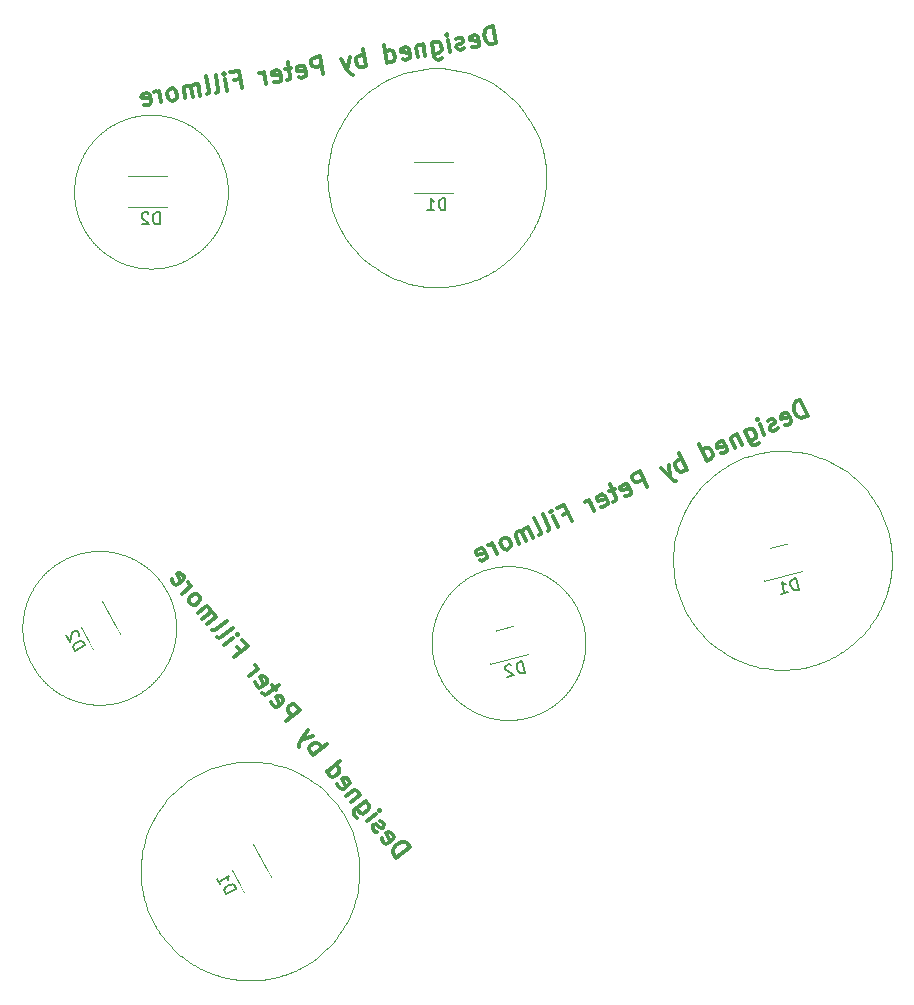
<source format=gbo>
%MOIN*%
%OFA0B0*%
%FSLAX46Y46*%
%IPPOS*%
%LPD*%
%AMREC30*
4,1,3,
-0.056216196512953419,-0.0041527827573464874,
-0.033311805005252458,-0.04547339884267227,
0.056216196512953419,0.0041527827573464874,
0.033311805005252458,0.04547339884267227,
0*%
%AMREC300*
4,1,3,
-0.010538542184489363,-0.0553754953353778,
0.035302200789179762,-0.0439461144409053,
0.010538542184489363,0.0553754953353778,
-0.035302200789179762,0.0439461144409053,
0*%
%AMCOMP610*
4,1,3,
-0.010538542184489363,-0.0553754953353778,
0.035302200789179762,-0.0439461144409053,
0.010538542184489363,0.0553754953353778,
-0.035302200789179762,0.0439461144409053,
0*%
%ADD10C,0.0039370078740157488*%
%ADD11C,0.011811023622047244*%
%ADD12C,0.005905511811023622*%
%ADD13C,0.00039370078740157485*%
%AMCOMP62*
4,1,3,
-0.056216196512953419,-0.0041527827573464874,
-0.033311805005252458,-0.04547339884267227,
0.056216196512953419,0.0041527827573464874,
0.033311805005252458,0.04547339884267227,
0*%
%ADD14COMP62*%
%ADD15C,0.0905511811023622*%
%ADD16C,0.13385826771653545*%
%ADD27C,0.0039370078740157488*%
%ADD28C,0.011811023622047244*%
%ADD29C,0.005905511811023622*%
%ADD30C,0.00039370078740157485*%
%ADD31R,0.047244094488188976X0.10236220472440946*%
%ADD32C,0.0905511811023622*%
%ADD33C,0.13385826771653545*%
%ADD44C,0.0039370078740157488*%
%ADD45C,0.011811023622047244*%
%ADD46C,0.005905511811023622*%
%ADD47C,0.00039370078740157485*%
%AMCOMP63*
4,1,3,
-0.010538542184489363,-0.0553754953353778,
0.035302200789179762,-0.0439461144409053,
0.010538542184489363,0.0553754953353778,
-0.035302200789179762,0.0439461144409053,
0*%
%ADD48COMP63*%
%ADD49C,0.0905511811023622*%
%ADD50C,0.13385826771653545*%
%LPD*%
G01*
D10*
D11*
X0001943972Y0000830865D02*
X0001989866Y0000868030D01*
X0001981018Y0000878957D01*
X0001973523Y0000883744D01*
X0001965613Y0000884575D01*
X0001959472Y0000883221D01*
X0001948960Y0000878328D01*
X0001942404Y0000873019D01*
X0001935432Y0000863754D01*
X0001932831Y0000858029D01*
X0001931999Y0000850119D01*
X0001935123Y0000841793D01*
X0001943972Y0000830865D01*
X0001894835Y0000896013D02*
X0001896189Y0000889873D01*
X0001903268Y0000881131D01*
X0001908993Y0000878530D01*
X0001915133Y0000879884D01*
X0001932617Y0000894042D01*
X0001935218Y0000899767D01*
X0001933864Y0000905907D01*
X0001926785Y0000914649D01*
X0001921060Y0000917250D01*
X0001914920Y0000915896D01*
X0001910549Y0000912357D01*
X0001923875Y0000886963D01*
X0001878907Y0000915682D02*
X0001873182Y0000918283D01*
X0001866103Y0000927025D01*
X0001864749Y0000933166D01*
X0001867350Y0000938891D01*
X0001869536Y0000940661D01*
X0001875676Y0000942015D01*
X0001881401Y0000939413D01*
X0001886711Y0000932857D01*
X0001892436Y0000930256D01*
X0001898576Y0000931610D01*
X0001900762Y0000933380D01*
X0001903363Y0000939105D01*
X0001902009Y0000945245D01*
X0001896700Y0000951802D01*
X0001890975Y0000954403D01*
X0001844866Y0000953251D02*
X0001875463Y0000978027D01*
X0001890761Y0000990415D02*
X0001890345Y0000986460D01*
X0001886390Y0000986876D01*
X0001886806Y0000990831D01*
X0001890761Y0000990415D01*
X0001886390Y0000986876D01*
X0001841837Y0001019551D02*
X0001804685Y0000989465D01*
X0001802084Y0000983740D01*
X0001801668Y0000979785D01*
X0001803022Y0000973644D01*
X0001808331Y0000967088D01*
X0001814056Y0000964487D01*
X0001813427Y0000996544D02*
X0001814781Y0000990403D01*
X0001821860Y0000981661D01*
X0001827585Y0000979060D01*
X0001831540Y0000978645D01*
X0001837680Y0000979999D01*
X0001850793Y0000990617D01*
X0001853394Y0000996342D01*
X0001853810Y0001000297D01*
X0001852456Y0001006438D01*
X0001845377Y0001015180D01*
X0001839652Y0001017781D01*
X0001824140Y0001041405D02*
X0001793544Y0001016629D01*
X0001819769Y0001037866D02*
X0001820185Y0001041821D01*
X0001818831Y0001047961D01*
X0001813522Y0001054518D01*
X0001807797Y0001057119D01*
X0001801656Y0001055765D01*
X0001777616Y0001036298D01*
X0001747946Y0001077406D02*
X0001749300Y0001071265D01*
X0001756379Y0001062523D01*
X0001762104Y0001059922D01*
X0001768245Y0001061276D01*
X0001785728Y0001075434D01*
X0001788330Y0001081159D01*
X0001786975Y0001087300D01*
X0001779897Y0001096041D01*
X0001774172Y0001098642D01*
X0001768031Y0001097288D01*
X0001763660Y0001093749D01*
X0001776987Y0001068355D01*
X0001712136Y0001117159D02*
X0001758030Y0001154324D01*
X0001714321Y0001118929D02*
X0001715675Y0001112788D01*
X0001722754Y0001104047D01*
X0001728479Y0001101445D01*
X0001732434Y0001101030D01*
X0001738575Y0001102384D01*
X0001751688Y0001113002D01*
X0001754289Y0001118727D01*
X0001754704Y0001122682D01*
X0001753350Y0001128823D01*
X0001746271Y0001137565D01*
X0001740546Y0001140166D01*
X0001666122Y0001173981D02*
X0001712017Y0001211146D01*
X0001694533Y0001196988D02*
X0001693179Y0001203128D01*
X0001686100Y0001211870D01*
X0001680375Y0001214471D01*
X0001676420Y0001214887D01*
X0001670279Y0001213533D01*
X0001657167Y0001202915D01*
X0001654566Y0001197190D01*
X0001654150Y0001193234D01*
X0001655504Y0001187094D01*
X0001662583Y0001178352D01*
X0001668308Y0001175751D01*
X0001666633Y0001235910D02*
X0001627188Y0001222061D01*
X0001648936Y0001257765D02*
X0001627188Y0001222061D01*
X0001619800Y0001208841D01*
X0001619385Y0001204886D01*
X0001620739Y0001198746D01*
X0001575865Y0001285439D02*
X0001621760Y0001322604D01*
X0001607602Y0001340087D01*
X0001601877Y0001342688D01*
X0001597922Y0001343104D01*
X0001591781Y0001341750D01*
X0001585225Y0001336441D01*
X0001582624Y0001330716D01*
X0001582208Y0001326761D01*
X0001583562Y0001320620D01*
X0001597720Y0001303136D01*
X0001526728Y0001350587D02*
X0001528082Y0001344446D01*
X0001535161Y0001335704D01*
X0001540886Y0001333103D01*
X0001547027Y0001334457D01*
X0001564511Y0001348615D01*
X0001567112Y0001354340D01*
X0001565758Y0001360481D01*
X0001558679Y0001369223D01*
X0001552954Y0001371824D01*
X0001546813Y0001370470D01*
X0001542442Y0001366930D01*
X0001555769Y0001341536D01*
X0001542751Y0001388892D02*
X0001528593Y0001406375D01*
X0001552740Y0001407836D02*
X0001513402Y0001375981D01*
X0001507261Y0001374627D01*
X0001501536Y0001377228D01*
X0001497997Y0001381599D01*
X0001473636Y0001416150D02*
X0001474990Y0001410010D01*
X0001482069Y0001401268D01*
X0001487794Y0001398667D01*
X0001493935Y0001400021D01*
X0001511418Y0001414179D01*
X0001514019Y0001419904D01*
X0001512665Y0001426044D01*
X0001505586Y0001434786D01*
X0001499862Y0001437387D01*
X0001493721Y0001436033D01*
X0001489350Y0001432494D01*
X0001502677Y0001407100D01*
X0001453753Y0001436235D02*
X0001484350Y0001461011D01*
X0001475608Y0001453932D02*
X0001478209Y0001459657D01*
X0001478625Y0001463613D01*
X0001477271Y0001469753D01*
X0001473731Y0001474124D01*
X0001414082Y0001534378D02*
X0001426471Y0001519080D01*
X0001402431Y0001499613D02*
X0001448325Y0001536778D01*
X0001430628Y0001558632D01*
X0001370575Y0001538951D02*
X0001401172Y0001563728D01*
X0001416470Y0001576116D02*
X0001416054Y0001572161D01*
X0001412099Y0001572576D01*
X0001412515Y0001576531D01*
X0001416470Y0001576116D01*
X0001412099Y0001572576D01*
X0001347569Y0001567362D02*
X0001353294Y0001564761D01*
X0001359434Y0001566115D01*
X0001398772Y0001597970D01*
X0001328102Y0001591402D02*
X0001333827Y0001588801D01*
X0001339967Y0001590155D01*
X0001379305Y0001622010D01*
X0001313944Y0001608886D02*
X0001344540Y0001633662D01*
X0001340169Y0001630122D02*
X0001340585Y0001634078D01*
X0001339231Y0001640218D01*
X0001333922Y0001646775D01*
X0001328197Y0001649376D01*
X0001322056Y0001648022D01*
X0001298016Y0001628555D01*
X0001322056Y0001648022D02*
X0001324657Y0001653747D01*
X0001323303Y0001659887D01*
X0001317994Y0001666444D01*
X0001312269Y0001669045D01*
X0001306128Y0001667691D01*
X0001282088Y0001648224D01*
X0001259082Y0001676634D02*
X0001264807Y0001674033D01*
X0001268762Y0001673618D01*
X0001274902Y0001674972D01*
X0001288015Y0001685590D01*
X0001290616Y0001691315D01*
X0001291032Y0001695270D01*
X0001289678Y0001701411D01*
X0001284369Y0001707967D01*
X0001278644Y0001710568D01*
X0001274689Y0001710984D01*
X0001268548Y0001709630D01*
X0001255435Y0001699012D01*
X0001252834Y0001693287D01*
X0001252418Y0001689331D01*
X0001253772Y0001683191D01*
X0001259082Y0001676634D01*
X0001230766Y0001711602D02*
X0001261362Y0001736378D01*
X0001252620Y0001729299D02*
X0001255221Y0001735024D01*
X0001255637Y0001738979D01*
X0001254283Y0001745120D01*
X0001250744Y0001749491D01*
X0001195787Y0001759266D02*
X0001197141Y0001753125D01*
X0001204220Y0001744383D01*
X0001209945Y0001741782D01*
X0001216085Y0001743136D01*
X0001233569Y0001757294D01*
X0001236170Y0001763019D01*
X0001234816Y0001769160D01*
X0001227737Y0001777902D01*
X0001222012Y0001780503D01*
X0001215871Y0001779149D01*
X0001211500Y0001775609D01*
X0001224827Y0001750215D01*
D10*
X0001279776Y0001105681D02*
X0001279776Y0001105681D01*
X0001279770Y0001105684D02*
X0001279776Y0001105681D01*
X0001263584Y0001096177D02*
X0001279770Y0001105684D01*
X0001248065Y0001085971D02*
X0001263584Y0001096177D01*
X0001233223Y0001075099D02*
X0001248065Y0001085971D01*
X0001219067Y0001063592D02*
X0001233223Y0001075099D01*
X0001205607Y0001051481D02*
X0001219067Y0001063592D01*
X0001192850Y0001038797D02*
X0001205607Y0001051481D01*
X0001180806Y0001025571D02*
X0001192850Y0001038797D01*
X0001169484Y0001011834D02*
X0001180806Y0001025571D01*
X0001158893Y0000997618D02*
X0001169484Y0001011834D01*
X0001149041Y0000982954D02*
X0001158893Y0000997618D01*
X0001139938Y0000967872D02*
X0001149041Y0000982954D01*
X0001131592Y0000952405D02*
X0001139938Y0000967872D01*
X0001124013Y0000936582D02*
X0001131592Y0000952405D01*
X0001117210Y0000920436D02*
X0001124013Y0000936582D01*
X0001111190Y0000903998D02*
X0001117210Y0000920436D01*
X0001105964Y0000887298D02*
X0001111190Y0000903998D01*
X0001101541Y0000870367D02*
X0001105964Y0000887298D01*
X0001097928Y0000853238D02*
X0001101541Y0000870367D01*
X0001095136Y0000835941D02*
X0001097928Y0000853238D01*
X0001093173Y0000818507D02*
X0001095136Y0000835941D01*
X0001092047Y0000800968D02*
X0001093173Y0000818507D01*
X0001091769Y0000783354D02*
X0001092047Y0000800968D01*
X0001092347Y0000765697D02*
X0001091769Y0000783354D01*
X0001093789Y0000748028D02*
X0001092347Y0000765697D01*
X0001096105Y0000730378D02*
X0001093789Y0000748028D01*
X0001099304Y0000712779D02*
X0001096105Y0000730378D01*
X0001103395Y0000695260D02*
X0001099304Y0000712779D01*
X0001108386Y0000677855D02*
X0001103395Y0000695260D01*
X0001114287Y0000660593D02*
X0001108386Y0000677855D01*
X0001121106Y0000643506D02*
X0001114287Y0000660593D01*
X0001128853Y0000626625D02*
X0001121106Y0000643506D01*
X0001137536Y0000609981D02*
X0001128853Y0000626625D01*
X0001139851Y0000605875D02*
X0001137536Y0000609981D01*
X0001142207Y0000601808D02*
X0001139851Y0000605875D01*
X0001144608Y0000597783D02*
X0001142207Y0000601808D01*
X0001147052Y0000593799D02*
X0001144608Y0000597783D01*
X0001149541Y0000589857D02*
X0001147052Y0000593799D01*
X0001152073Y0000585957D02*
X0001149541Y0000589857D01*
X0001154647Y0000582100D02*
X0001152073Y0000585957D01*
X0001157263Y0000578284D02*
X0001154647Y0000582100D01*
X0001159922Y0000574511D02*
X0001157263Y0000578284D01*
X0001162621Y0000570780D02*
X0001159922Y0000574511D01*
X0001165360Y0000567092D02*
X0001162621Y0000570780D01*
X0001168141Y0000563447D02*
X0001165360Y0000567092D01*
X0001170961Y0000559844D02*
X0001168141Y0000563447D01*
X0001173819Y0000556284D02*
X0001170961Y0000559844D01*
X0001176717Y0000552768D02*
X0001173819Y0000556284D01*
X0001179653Y0000549295D02*
X0001176717Y0000552768D01*
X0001182626Y0000545865D02*
X0001179653Y0000549295D01*
X0001185636Y0000542479D02*
X0001182626Y0000545865D01*
X0001188684Y0000539137D02*
X0001185636Y0000542479D01*
X0001191768Y0000535838D02*
X0001188684Y0000539137D01*
X0001194888Y0000532584D02*
X0001191768Y0000535838D01*
X0001198043Y0000529373D02*
X0001194888Y0000532584D01*
X0001201232Y0000526207D02*
X0001198043Y0000529373D01*
X0001204457Y0000523086D02*
X0001201232Y0000526207D01*
X0001207715Y0000520009D02*
X0001204457Y0000523086D01*
X0001211006Y0000516976D02*
X0001207715Y0000520009D01*
X0001214330Y0000513989D02*
X0001211006Y0000516976D01*
X0001217687Y0000511047D02*
X0001214330Y0000513989D01*
X0001221075Y0000508149D02*
X0001217687Y0000511047D01*
X0001224495Y0000505297D02*
X0001221075Y0000508149D01*
X0001227946Y0000502490D02*
X0001224495Y0000505297D01*
X0001231427Y0000499729D02*
X0001227946Y0000502490D01*
X0001234939Y0000497014D02*
X0001231427Y0000499729D01*
X0001238479Y0000494344D02*
X0001234939Y0000497014D01*
X0001242049Y0000491720D02*
X0001238479Y0000494344D01*
X0001245647Y0000489143D02*
X0001242049Y0000491720D01*
X0001249273Y0000486611D02*
X0001245647Y0000489143D01*
X0001252927Y0000484126D02*
X0001249273Y0000486611D01*
X0001256608Y0000481688D02*
X0001252927Y0000484126D01*
X0001260315Y0000479296D02*
X0001256608Y0000481688D01*
X0001264048Y0000476951D02*
X0001260315Y0000479296D01*
X0001267807Y0000474653D02*
X0001264048Y0000476951D01*
X0001271591Y0000472402D02*
X0001267807Y0000474653D01*
X0001275400Y0000470198D02*
X0001271591Y0000472402D01*
X0001279232Y0000468042D02*
X0001275400Y0000470198D01*
X0001283089Y0000465933D02*
X0001279232Y0000468042D01*
X0001286968Y0000463872D02*
X0001283089Y0000465933D01*
X0001290870Y0000461858D02*
X0001286968Y0000463872D01*
X0001294794Y0000459893D02*
X0001290870Y0000461858D01*
X0001298740Y0000457975D02*
X0001294794Y0000459893D01*
X0001302707Y0000456106D02*
X0001298740Y0000457975D01*
X0001306695Y0000454285D02*
X0001302707Y0000456106D01*
X0001310703Y0000452512D02*
X0001306695Y0000454285D01*
X0001314731Y0000450788D02*
X0001310703Y0000452512D01*
X0001318778Y0000449113D02*
X0001314731Y0000450788D01*
X0001322844Y0000447487D02*
X0001318778Y0000449113D01*
X0001326928Y0000445909D02*
X0001322844Y0000447487D01*
X0001331029Y0000444381D02*
X0001326928Y0000445909D01*
X0001335149Y0000442902D02*
X0001331029Y0000444381D01*
X0001339284Y0000441473D02*
X0001335149Y0000442902D01*
X0001343437Y0000440093D02*
X0001339284Y0000441473D01*
X0001347605Y0000438763D02*
X0001343437Y0000440093D01*
X0001351788Y0000437483D02*
X0001347605Y0000438763D01*
X0001355986Y0000436253D02*
X0001351788Y0000437483D01*
X0001360199Y0000435073D02*
X0001355986Y0000436253D01*
X0001364425Y0000433943D02*
X0001360199Y0000435073D01*
X0001368665Y0000432864D02*
X0001364425Y0000433943D01*
X0001372918Y0000431835D02*
X0001368665Y0000432864D01*
X0001377183Y0000430857D02*
X0001372918Y0000431835D01*
X0001381460Y0000429930D02*
X0001377183Y0000430857D01*
X0001385749Y0000429054D02*
X0001381460Y0000429930D01*
X0001390048Y0000428229D02*
X0001385749Y0000429054D01*
X0001394358Y0000427455D02*
X0001390048Y0000428229D01*
X0001398678Y0000426732D02*
X0001394358Y0000427455D01*
X0001403008Y0000426061D02*
X0001398678Y0000426732D01*
X0001407347Y0000425442D02*
X0001403008Y0000426061D01*
X0001411694Y0000424875D02*
X0001407347Y0000425442D01*
X0001416049Y0000424359D02*
X0001411694Y0000424875D01*
X0001420411Y0000423896D02*
X0001416049Y0000424359D01*
X0001424781Y0000423485D02*
X0001420411Y0000423896D01*
X0001429157Y0000423126D02*
X0001424781Y0000423485D01*
X0001433540Y0000422820D02*
X0001429157Y0000423126D01*
X0001437928Y0000422567D02*
X0001433540Y0000422820D01*
X0001442321Y0000422366D02*
X0001437928Y0000422567D01*
X0001446718Y0000422218D02*
X0001442321Y0000422366D01*
X0001451120Y0000422123D02*
X0001446718Y0000422218D01*
X0001455526Y0000422082D02*
X0001451120Y0000422123D01*
X0001459935Y0000422094D02*
X0001455526Y0000422082D01*
X0001464346Y0000422159D02*
X0001459935Y0000422094D01*
X0001468760Y0000422278D02*
X0001464346Y0000422159D01*
X0001473175Y0000422451D02*
X0001468760Y0000422278D01*
X0001477591Y0000422678D02*
X0001473175Y0000422451D01*
X0001482009Y0000422958D02*
X0001477591Y0000422678D01*
X0001486426Y0000423293D02*
X0001482009Y0000422958D01*
X0001490843Y0000423682D02*
X0001486426Y0000423293D01*
X0001495260Y0000424126D02*
X0001490843Y0000423682D01*
X0001499675Y0000424625D02*
X0001495260Y0000424126D01*
X0001504089Y0000425178D02*
X0001499675Y0000424625D01*
X0001508500Y0000425786D02*
X0001504089Y0000425178D01*
X0001512909Y0000426449D02*
X0001508500Y0000425786D01*
X0001517315Y0000427167D02*
X0001512909Y0000426449D01*
X0001521716Y0000427940D02*
X0001517315Y0000427167D01*
X0001526114Y0000428769D02*
X0001521716Y0000427940D01*
X0001530507Y0000429654D02*
X0001526114Y0000428769D01*
X0001534896Y0000430594D02*
X0001530507Y0000429654D01*
X0001539278Y0000431590D02*
X0001534896Y0000430594D01*
X0001543655Y0000432642D02*
X0001539278Y0000431590D01*
X0001548024Y0000433750D02*
X0001543655Y0000432642D01*
X0001552387Y0000434915D02*
X0001548024Y0000433750D01*
X0001556742Y0000436136D02*
X0001552387Y0000434915D01*
X0001561089Y0000437414D02*
X0001556742Y0000436136D01*
X0001565428Y0000438748D02*
X0001561089Y0000437414D01*
X0001569758Y0000440139D02*
X0001565428Y0000438748D01*
X0001574078Y0000441587D02*
X0001569758Y0000440139D01*
X0001578388Y0000443092D02*
X0001574078Y0000441587D01*
X0001582688Y0000444655D02*
X0001578388Y0000443092D01*
X0001586976Y0000446275D02*
X0001582688Y0000444655D01*
X0001591254Y0000447953D02*
X0001586976Y0000446275D01*
X0001595519Y0000449688D02*
X0001591254Y0000447953D01*
X0001599772Y0000451481D02*
X0001595519Y0000449688D01*
X0001604012Y0000453332D02*
X0001599772Y0000451481D01*
X0001608239Y0000455241D02*
X0001604012Y0000453332D01*
X0001612452Y0000457208D02*
X0001608239Y0000455241D01*
X0001616650Y0000459234D02*
X0001612452Y0000457208D01*
X0001620834Y0000461318D02*
X0001616650Y0000459234D01*
X0001625002Y0000463461D02*
X0001620834Y0000461318D01*
X0001629155Y0000465661D02*
X0001625002Y0000463461D01*
X0001633294Y0000467917D02*
X0001629155Y0000465661D01*
X0001649481Y0000477425D02*
X0001633294Y0000467917D01*
X0001665000Y0000487630D02*
X0001649481Y0000477425D01*
X0001679841Y0000498502D02*
X0001665000Y0000487630D01*
X0001693997Y0000510009D02*
X0001679841Y0000498502D01*
X0001707458Y0000522120D02*
X0001693997Y0000510009D01*
X0001720215Y0000534804D02*
X0001707458Y0000522120D01*
X0001732258Y0000548030D02*
X0001720215Y0000534804D01*
X0001743581Y0000561767D02*
X0001732258Y0000548030D01*
X0001754172Y0000575983D02*
X0001743581Y0000561767D01*
X0001764024Y0000590647D02*
X0001754172Y0000575983D01*
X0001773127Y0000605729D02*
X0001764024Y0000590647D01*
X0001781472Y0000621196D02*
X0001773127Y0000605729D01*
X0001789051Y0000637019D02*
X0001781472Y0000621196D01*
X0001795855Y0000653165D02*
X0001789051Y0000637019D01*
X0001801874Y0000669604D02*
X0001795855Y0000653165D01*
X0001807100Y0000686304D02*
X0001801874Y0000669604D01*
X0001811524Y0000703234D02*
X0001807100Y0000686304D01*
X0001815136Y0000720363D02*
X0001811524Y0000703234D01*
X0001817929Y0000737660D02*
X0001815136Y0000720363D01*
X0001819892Y0000755094D02*
X0001817929Y0000737660D01*
X0001821017Y0000772633D02*
X0001819892Y0000755094D01*
X0001821296Y0000790247D02*
X0001821017Y0000772633D01*
X0001820718Y0000807904D02*
X0001821296Y0000790247D01*
X0001819275Y0000825573D02*
X0001820718Y0000807904D01*
X0001816959Y0000843223D02*
X0001819275Y0000825573D01*
X0001813760Y0000860822D02*
X0001816959Y0000843223D01*
X0001809670Y0000878341D02*
X0001813760Y0000860822D01*
X0001804678Y0000895746D02*
X0001809670Y0000878341D01*
X0001798777Y0000913008D02*
X0001804678Y0000895746D01*
X0001791958Y0000930095D02*
X0001798777Y0000913008D01*
X0001784211Y0000946976D02*
X0001791958Y0000930095D01*
X0001775528Y0000963620D02*
X0001784211Y0000946976D01*
X0001766015Y0000979804D02*
X0001775528Y0000963620D01*
X0001755804Y0000995319D02*
X0001766015Y0000979804D01*
X0001744927Y0001010157D02*
X0001755804Y0000995319D01*
X0001733415Y0001024308D02*
X0001744927Y0001010157D01*
X0001721300Y0001037765D02*
X0001733415Y0001024308D01*
X0001708611Y0001050517D02*
X0001721300Y0001037765D01*
X0001695381Y0001062556D02*
X0001708611Y0001050517D01*
X0001681640Y0001073874D02*
X0001695381Y0001062556D01*
X0001667420Y0001084460D02*
X0001681640Y0001073874D01*
X0001652752Y0001094307D02*
X0001667420Y0001084460D01*
X0001637668Y0001103405D02*
X0001652752Y0001094307D01*
X0001622197Y0001111745D02*
X0001637668Y0001103405D01*
X0001606372Y0001119318D02*
X0001622197Y0001111745D01*
X0001590224Y0001126116D02*
X0001606372Y0001119318D01*
X0001573783Y0001132130D02*
X0001590224Y0001126116D01*
X0001557081Y0001137350D02*
X0001573783Y0001132130D01*
X0001540149Y0001141768D02*
X0001557081Y0001137350D01*
X0001523019Y0001145374D02*
X0001540149Y0001141768D01*
X0001505721Y0001148160D02*
X0001523019Y0001145374D01*
X0001488286Y0001150118D02*
X0001505721Y0001148160D01*
X0001470747Y0001151237D02*
X0001488286Y0001150118D01*
X0001453133Y0001151509D02*
X0001470747Y0001151237D01*
X0001435476Y0001150925D02*
X0001453133Y0001151509D01*
X0001417808Y0001149477D02*
X0001435476Y0001150925D01*
X0001400159Y0001147154D02*
X0001417808Y0001149477D01*
X0001382560Y0001143949D02*
X0001400159Y0001147154D01*
X0001365043Y0001139852D02*
X0001382560Y0001143949D01*
X0001347639Y0001134855D02*
X0001365043Y0001139852D01*
X0001330379Y0001128948D02*
X0001347639Y0001134855D01*
X0001313295Y0001122123D02*
X0001330379Y0001128948D01*
X0001296416Y0001114370D02*
X0001313295Y0001122123D01*
X0001279776Y0001105681D02*
X0001296416Y0001114370D01*
X0000829650Y0001821505D02*
X0000829650Y0001821505D01*
X0000826764Y0001819880D02*
X0000829650Y0001821505D01*
X0000823910Y0001818221D02*
X0000826764Y0001819880D01*
X0000821080Y0001816538D02*
X0000823910Y0001818221D01*
X0000818282Y0001814821D02*
X0000821080Y0001816538D01*
X0000815513Y0001813073D02*
X0000818282Y0001814821D01*
X0000812773Y0001811295D02*
X0000815513Y0001813073D01*
X0000810063Y0001809486D02*
X0000812773Y0001811295D01*
X0000807382Y0001807649D02*
X0000810063Y0001809486D01*
X0000804731Y0001805782D02*
X0000807382Y0001807649D01*
X0000802110Y0001803885D02*
X0000804731Y0001805782D01*
X0000799519Y0001801961D02*
X0000802110Y0001803885D01*
X0000796958Y0001800008D02*
X0000799519Y0001801961D01*
X0000794428Y0001798027D02*
X0000796958Y0001800008D01*
X0000791927Y0001796019D02*
X0000794428Y0001798027D01*
X0000789457Y0001793984D02*
X0000791927Y0001796019D01*
X0000787017Y0001791921D02*
X0000789457Y0001793984D01*
X0000784608Y0001789832D02*
X0000787017Y0001791921D01*
X0000782229Y0001787717D02*
X0000784608Y0001789832D01*
X0000779881Y0001785576D02*
X0000782229Y0001787717D01*
X0000777564Y0001783410D02*
X0000779881Y0001785576D01*
X0000775277Y0001781219D02*
X0000777564Y0001783410D01*
X0000773022Y0001779002D02*
X0000775277Y0001781219D01*
X0000770798Y0001776762D02*
X0000773022Y0001779002D01*
X0000768605Y0001774497D02*
X0000770798Y0001776762D01*
X0000766443Y0001772208D02*
X0000768605Y0001774497D01*
X0000764313Y0001769897D02*
X0000766443Y0001772208D01*
X0000762214Y0001767562D02*
X0000764313Y0001769897D01*
X0000760146Y0001765204D02*
X0000762214Y0001767562D01*
X0000758110Y0001762824D02*
X0000760146Y0001765204D01*
X0000756107Y0001760422D02*
X0000758110Y0001762824D01*
X0000754135Y0001757998D02*
X0000756107Y0001760422D01*
X0000752195Y0001755553D02*
X0000754135Y0001757998D01*
X0000750287Y0001753086D02*
X0000752195Y0001755553D01*
X0000748411Y0001750599D02*
X0000750287Y0001753086D01*
X0000746568Y0001748092D02*
X0000748411Y0001750599D01*
X0000744757Y0001745564D02*
X0000746568Y0001748092D01*
X0000742979Y0001743017D02*
X0000744757Y0001745564D01*
X0000741233Y0001740450D02*
X0000742979Y0001743017D01*
X0000739519Y0001737865D02*
X0000741233Y0001740450D01*
X0000737839Y0001735261D02*
X0000739519Y0001737865D01*
X0000736191Y0001732638D02*
X0000737839Y0001735261D01*
X0000734576Y0001729998D02*
X0000736191Y0001732638D01*
X0000732995Y0001727340D02*
X0000734576Y0001729998D01*
X0000731446Y0001724665D02*
X0000732995Y0001727340D01*
X0000729931Y0001721972D02*
X0000731446Y0001724665D01*
X0000728449Y0001719263D02*
X0000729931Y0001721972D01*
X0000727001Y0001716538D02*
X0000728449Y0001719263D01*
X0000725586Y0001713797D02*
X0000727001Y0001716538D01*
X0000724205Y0001711041D02*
X0000725586Y0001713797D01*
X0000722857Y0001708269D02*
X0000724205Y0001711041D01*
X0000721544Y0001705482D02*
X0000722857Y0001708269D01*
X0000720264Y0001702681D02*
X0000721544Y0001705482D01*
X0000719018Y0001699866D02*
X0000720264Y0001702681D01*
X0000717807Y0001697036D02*
X0000719018Y0001699866D01*
X0000716630Y0001694194D02*
X0000717807Y0001697036D01*
X0000715487Y0001691338D02*
X0000716630Y0001694194D01*
X0000714378Y0001688469D02*
X0000715487Y0001691338D01*
X0000713304Y0001685587D02*
X0000714378Y0001688469D01*
X0000712265Y0001682694D02*
X0000713304Y0001685587D01*
X0000711260Y0001679789D02*
X0000712265Y0001682694D01*
X0000710291Y0001676872D02*
X0000711260Y0001679789D01*
X0000709356Y0001673944D02*
X0000710291Y0001676872D01*
X0000708456Y0001671005D02*
X0000709356Y0001673944D01*
X0000707591Y0001668056D02*
X0000708456Y0001671005D01*
X0000706762Y0001665097D02*
X0000707591Y0001668056D01*
X0000705968Y0001662128D02*
X0000706762Y0001665097D01*
X0000705209Y0001659150D02*
X0000705968Y0001662128D01*
X0000704486Y0001656162D02*
X0000705209Y0001659150D01*
X0000703798Y0001653166D02*
X0000704486Y0001656162D01*
X0000703146Y0001650162D02*
X0000703798Y0001653166D01*
X0000702530Y0001647149D02*
X0000703146Y0001650162D01*
X0000701950Y0001644129D02*
X0000702530Y0001647149D01*
X0000701406Y0001641101D02*
X0000701950Y0001644129D01*
X0000700898Y0001638066D02*
X0000701406Y0001641101D01*
X0000700426Y0001635025D02*
X0000700898Y0001638066D01*
X0000699990Y0001631977D02*
X0000700426Y0001635025D01*
X0000699591Y0001628924D02*
X0000699990Y0001631977D01*
X0000699228Y0001625864D02*
X0000699591Y0001628924D01*
X0000698902Y0001622800D02*
X0000699228Y0001625864D01*
X0000698613Y0001619730D02*
X0000698902Y0001622800D01*
X0000698360Y0001616656D02*
X0000698613Y0001619730D01*
X0000698144Y0001613577D02*
X0000698360Y0001616656D01*
X0000697965Y0001610495D02*
X0000698144Y0001613577D01*
X0000697824Y0001607409D02*
X0000697965Y0001610495D01*
X0000697719Y0001604319D02*
X0000697824Y0001607409D01*
X0000697652Y0001601227D02*
X0000697719Y0001604319D01*
X0000697622Y0001598132D02*
X0000697652Y0001601227D01*
X0000697630Y0001595035D02*
X0000697622Y0001598132D01*
X0000697675Y0001591936D02*
X0000697630Y0001595035D01*
X0000697758Y0001588835D02*
X0000697675Y0001591936D01*
X0000697878Y0001585734D02*
X0000697758Y0001588835D01*
X0000698037Y0001582631D02*
X0000697878Y0001585734D01*
X0000698233Y0001579528D02*
X0000698037Y0001582631D01*
X0000698468Y0001576425D02*
X0000698233Y0001579528D01*
X0000698740Y0001573321D02*
X0000698468Y0001576425D01*
X0000699051Y0001570219D02*
X0000698740Y0001573321D01*
X0000699401Y0001567117D02*
X0000699051Y0001570219D01*
X0000699788Y0001564016D02*
X0000699401Y0001567117D01*
X0000700215Y0001560917D02*
X0000699788Y0001564016D01*
X0000700680Y0001557820D02*
X0000700215Y0001560917D01*
X0000701184Y0001554725D02*
X0000700680Y0001557820D01*
X0000701726Y0001551633D02*
X0000701184Y0001554725D01*
X0000702308Y0001548543D02*
X0000701726Y0001551633D01*
X0000702929Y0001545457D02*
X0000702308Y0001548543D01*
X0000703589Y0001542374D02*
X0000702929Y0001545457D01*
X0000704288Y0001539296D02*
X0000703589Y0001542374D01*
X0000705026Y0001536221D02*
X0000704288Y0001539296D01*
X0000705804Y0001533152D02*
X0000705026Y0001536221D01*
X0000706622Y0001530087D02*
X0000705804Y0001533152D01*
X0000707478Y0001527027D02*
X0000706622Y0001530087D01*
X0000708375Y0001523972D02*
X0000707478Y0001527027D01*
X0000709311Y0001520924D02*
X0000708375Y0001523972D01*
X0000710287Y0001517882D02*
X0000709311Y0001520924D01*
X0000711303Y0001514847D02*
X0000710287Y0001517882D01*
X0000712360Y0001511819D02*
X0000711303Y0001514847D01*
X0000713456Y0001508798D02*
X0000712360Y0001511819D01*
X0000714593Y0001505785D02*
X0000713456Y0001508798D01*
X0000715771Y0001502780D02*
X0000714593Y0001505785D01*
X0000716988Y0001499783D02*
X0000715771Y0001502780D01*
X0000718247Y0001496795D02*
X0000716988Y0001499783D01*
X0000719547Y0001493816D02*
X0000718247Y0001496795D01*
X0000720886Y0001490846D02*
X0000719547Y0001493816D01*
X0000722268Y0001487886D02*
X0000720886Y0001490846D01*
X0000723690Y0001484937D02*
X0000722268Y0001487886D01*
X0000725153Y0001481997D02*
X0000723690Y0001484937D01*
X0000726661Y0001479070D02*
X0000725153Y0001481997D01*
X0000728203Y0001476151D02*
X0000726661Y0001479070D01*
X0000729788Y0001473244D02*
X0000728203Y0001476151D01*
X0000731413Y0001470359D02*
X0000729788Y0001473244D01*
X0000733072Y0001467504D02*
X0000731413Y0001470359D01*
X0000734755Y0001464675D02*
X0000733072Y0001467504D01*
X0000736472Y0001461876D02*
X0000734755Y0001464675D01*
X0000738220Y0001459107D02*
X0000736472Y0001461876D01*
X0000739998Y0001456367D02*
X0000738220Y0001459107D01*
X0000741807Y0001453657D02*
X0000739998Y0001456367D01*
X0000743644Y0001450977D02*
X0000741807Y0001453657D01*
X0000745512Y0001448326D02*
X0000743644Y0001450977D01*
X0000747408Y0001445705D02*
X0000745512Y0001448326D01*
X0000749332Y0001443114D02*
X0000747408Y0001445705D01*
X0000751285Y0001440553D02*
X0000749332Y0001443114D01*
X0000753266Y0001438022D02*
X0000751285Y0001440553D01*
X0000755274Y0001435522D02*
X0000753266Y0001438022D01*
X0000757309Y0001433052D02*
X0000755274Y0001435522D01*
X0000759372Y0001430612D02*
X0000757309Y0001433052D01*
X0000761461Y0001428202D02*
X0000759372Y0001430612D01*
X0000763576Y0001425824D02*
X0000761461Y0001428202D01*
X0000765717Y0001423476D02*
X0000763576Y0001425824D01*
X0000767883Y0001421159D02*
X0000765717Y0001423476D01*
X0000770074Y0001418872D02*
X0000767883Y0001421159D01*
X0000772290Y0001416616D02*
X0000770074Y0001418872D01*
X0000774530Y0001414392D02*
X0000772290Y0001416616D01*
X0000776795Y0001412199D02*
X0000774530Y0001414392D01*
X0000779084Y0001410037D02*
X0000776795Y0001412199D01*
X0000781395Y0001407907D02*
X0000779084Y0001410037D01*
X0000783730Y0001405808D02*
X0000781395Y0001407907D01*
X0000786088Y0001403740D02*
X0000783730Y0001405808D01*
X0000788468Y0001401705D02*
X0000786088Y0001403740D01*
X0000790870Y0001399701D02*
X0000788468Y0001401705D01*
X0000793294Y0001397729D02*
X0000790870Y0001399701D01*
X0000795739Y0001395789D02*
X0000793294Y0001397729D01*
X0000798206Y0001393881D02*
X0000795739Y0001395789D01*
X0000800693Y0001392006D02*
X0000798206Y0001393881D01*
X0000803200Y0001390162D02*
X0000800693Y0001392006D01*
X0000805728Y0001388351D02*
X0000803200Y0001390162D01*
X0000808275Y0001386573D02*
X0000805728Y0001388351D01*
X0000810842Y0001384827D02*
X0000808275Y0001386573D01*
X0000813427Y0001383113D02*
X0000810842Y0001384827D01*
X0000816031Y0001381433D02*
X0000813427Y0001383113D01*
X0000818654Y0001379785D02*
X0000816031Y0001381433D01*
X0000821294Y0001378170D02*
X0000818654Y0001379785D01*
X0000823952Y0001376589D02*
X0000821294Y0001378170D01*
X0000826627Y0001375040D02*
X0000823952Y0001376589D01*
X0000829320Y0001373525D02*
X0000826627Y0001375040D01*
X0000832029Y0001372043D02*
X0000829320Y0001373525D01*
X0000834754Y0001370595D02*
X0000832029Y0001372043D01*
X0000837495Y0001369180D02*
X0000834754Y0001370595D01*
X0000840251Y0001367799D02*
X0000837495Y0001369180D01*
X0000843023Y0001366451D02*
X0000840251Y0001367799D01*
X0000845810Y0001365138D02*
X0000843023Y0001366451D01*
X0000848611Y0001363858D02*
X0000845810Y0001365138D01*
X0000851426Y0001362612D02*
X0000848611Y0001363858D01*
X0000854256Y0001361401D02*
X0000851426Y0001362612D01*
X0000857099Y0001360224D02*
X0000854256Y0001361401D01*
X0000859955Y0001359081D02*
X0000857099Y0001360224D01*
X0000862823Y0001357972D02*
X0000859955Y0001359081D01*
X0000865705Y0001356898D02*
X0000862823Y0001357972D01*
X0000868598Y0001355859D02*
X0000865705Y0001356898D01*
X0000871503Y0001354854D02*
X0000868598Y0001355859D01*
X0000874420Y0001353885D02*
X0000871503Y0001354854D01*
X0000877348Y0001352950D02*
X0000874420Y0001353885D01*
X0000880287Y0001352050D02*
X0000877348Y0001352950D01*
X0000883236Y0001351185D02*
X0000880287Y0001352050D01*
X0000886195Y0001350356D02*
X0000883236Y0001351185D01*
X0000889164Y0001349562D02*
X0000886195Y0001350356D01*
X0000892142Y0001348803D02*
X0000889164Y0001349562D01*
X0000895130Y0001348080D02*
X0000892142Y0001348803D01*
X0000898126Y0001347392D02*
X0000895130Y0001348080D01*
X0000901130Y0001346740D02*
X0000898126Y0001347392D01*
X0000904143Y0001346124D02*
X0000901130Y0001346740D01*
X0000907163Y0001345544D02*
X0000904143Y0001346124D01*
X0000910191Y0001345000D02*
X0000907163Y0001345544D01*
X0000913226Y0001344492D02*
X0000910191Y0001345000D01*
X0000916267Y0001344020D02*
X0000913226Y0001344492D01*
X0000919315Y0001343584D02*
X0000916267Y0001344020D01*
X0000922368Y0001343185D02*
X0000919315Y0001343584D01*
X0000925428Y0001342822D02*
X0000922368Y0001343185D01*
X0000928492Y0001342496D02*
X0000925428Y0001342822D01*
X0000931562Y0001342207D02*
X0000928492Y0001342496D01*
X0000934636Y0001341954D02*
X0000931562Y0001342207D01*
X0000937715Y0001341738D02*
X0000934636Y0001341954D01*
X0000940797Y0001341559D02*
X0000937715Y0001341738D01*
X0000943883Y0001341418D02*
X0000940797Y0001341559D01*
X0000946973Y0001341313D02*
X0000943883Y0001341418D01*
X0000950065Y0001341246D02*
X0000946973Y0001341313D01*
X0000953160Y0001341216D02*
X0000950065Y0001341246D01*
X0000956257Y0001341224D02*
X0000953160Y0001341216D01*
X0000959356Y0001341269D02*
X0000956257Y0001341224D01*
X0000962457Y0001341352D02*
X0000959356Y0001341269D01*
X0000965558Y0001341472D02*
X0000962457Y0001341352D01*
X0000968661Y0001341631D02*
X0000965558Y0001341472D01*
X0000971764Y0001341827D02*
X0000968661Y0001341631D01*
X0000974867Y0001342062D02*
X0000971764Y0001341827D01*
X0000977971Y0001342334D02*
X0000974867Y0001342062D01*
X0000981073Y0001342645D02*
X0000977971Y0001342334D01*
X0000984175Y0001342995D02*
X0000981073Y0001342645D01*
X0000987276Y0001343382D02*
X0000984175Y0001342995D01*
X0000990375Y0001343809D02*
X0000987276Y0001343382D01*
X0000993472Y0001344274D02*
X0000990375Y0001343809D01*
X0000996567Y0001344778D02*
X0000993472Y0001344274D01*
X0000999659Y0001345320D02*
X0000996567Y0001344778D01*
X0001002748Y0001345902D02*
X0000999659Y0001345320D01*
X0001005835Y0001346523D02*
X0001002748Y0001345902D01*
X0001008918Y0001347183D02*
X0001005835Y0001346523D01*
X0001011996Y0001347882D02*
X0001008918Y0001347183D01*
X0001015071Y0001348619D02*
X0001011996Y0001347882D01*
X0001018141Y0001349397D02*
X0001015071Y0001348619D01*
X0001021206Y0001350215D02*
X0001018141Y0001349397D01*
X0001024266Y0001351071D02*
X0001021206Y0001350215D01*
X0001027320Y0001351967D02*
X0001024266Y0001351071D01*
X0001030368Y0001352904D02*
X0001027320Y0001351967D01*
X0001033410Y0001353880D02*
X0001030368Y0001352904D01*
X0001036445Y0001354897D02*
X0001033410Y0001353880D01*
X0001039474Y0001355953D02*
X0001036445Y0001354897D01*
X0001042495Y0001357049D02*
X0001039474Y0001355953D01*
X0001045508Y0001358186D02*
X0001042495Y0001357049D01*
X0001048513Y0001359363D02*
X0001045508Y0001358186D01*
X0001051510Y0001360581D02*
X0001048513Y0001359363D01*
X0001054498Y0001361839D02*
X0001051510Y0001360581D01*
X0001057477Y0001363139D02*
X0001054498Y0001361839D01*
X0001060447Y0001364479D02*
X0001057477Y0001363139D01*
X0001063407Y0001365860D02*
X0001060447Y0001364479D01*
X0001066357Y0001367282D02*
X0001063407Y0001365860D01*
X0001069296Y0001368745D02*
X0001066357Y0001367282D01*
X0001072223Y0001370253D02*
X0001069296Y0001368745D01*
X0001075142Y0001371795D02*
X0001072223Y0001370253D01*
X0001078049Y0001373380D02*
X0001075142Y0001371795D01*
X0001080934Y0001375005D02*
X0001078049Y0001373380D01*
X0001083789Y0001376664D02*
X0001080934Y0001375005D01*
X0001086619Y0001378347D02*
X0001083789Y0001376664D01*
X0001089417Y0001380064D02*
X0001086619Y0001378347D01*
X0001092186Y0001381813D02*
X0001089417Y0001380064D01*
X0001094926Y0001383590D02*
X0001092186Y0001381813D01*
X0001097636Y0001385399D02*
X0001094926Y0001383590D01*
X0001100316Y0001387237D02*
X0001097636Y0001385399D01*
X0001102967Y0001389104D02*
X0001100316Y0001387237D01*
X0001105588Y0001391000D02*
X0001102967Y0001389104D01*
X0001108179Y0001392925D02*
X0001105588Y0001391000D01*
X0001110739Y0001394878D02*
X0001108179Y0001392925D01*
X0001113270Y0001396859D02*
X0001110739Y0001394878D01*
X0001115771Y0001398867D02*
X0001113270Y0001396859D01*
X0001118241Y0001400902D02*
X0001115771Y0001398867D01*
X0001120681Y0001402965D02*
X0001118241Y0001400902D01*
X0001123090Y0001405054D02*
X0001120681Y0001402965D01*
X0001125469Y0001407169D02*
X0001123090Y0001405054D01*
X0001127817Y0001409310D02*
X0001125469Y0001407169D01*
X0001130134Y0001411476D02*
X0001127817Y0001409310D01*
X0001132421Y0001413667D02*
X0001130134Y0001411476D01*
X0001134676Y0001415884D02*
X0001132421Y0001413667D01*
X0001136900Y0001418124D02*
X0001134676Y0001415884D01*
X0001139093Y0001420389D02*
X0001136900Y0001418124D01*
X0001141255Y0001422678D02*
X0001139093Y0001420389D01*
X0001143385Y0001424989D02*
X0001141255Y0001422678D01*
X0001145484Y0001427324D02*
X0001143385Y0001424989D01*
X0001147552Y0001429682D02*
X0001145484Y0001427324D01*
X0001149587Y0001432062D02*
X0001147552Y0001429682D01*
X0001151591Y0001434464D02*
X0001149587Y0001432062D01*
X0001153563Y0001436888D02*
X0001151591Y0001434464D01*
X0001155503Y0001439333D02*
X0001153563Y0001436888D01*
X0001157411Y0001441800D02*
X0001155503Y0001439333D01*
X0001159287Y0001444287D02*
X0001157411Y0001441800D01*
X0001161130Y0001446794D02*
X0001159287Y0001444287D01*
X0001162941Y0001449322D02*
X0001161130Y0001446794D01*
X0001164719Y0001451869D02*
X0001162941Y0001449322D01*
X0001166465Y0001454436D02*
X0001164719Y0001451869D01*
X0001168179Y0001457021D02*
X0001166465Y0001454436D01*
X0001169859Y0001459625D02*
X0001168179Y0001457021D01*
X0001171507Y0001462248D02*
X0001169859Y0001459625D01*
X0001173122Y0001464888D02*
X0001171507Y0001462248D01*
X0001174703Y0001467546D02*
X0001173122Y0001464888D01*
X0001176252Y0001470222D02*
X0001174703Y0001467546D01*
X0001177767Y0001472914D02*
X0001176252Y0001470222D01*
X0001179249Y0001475623D02*
X0001177767Y0001472914D01*
X0001180697Y0001478348D02*
X0001179249Y0001475623D01*
X0001182112Y0001481089D02*
X0001180697Y0001478348D01*
X0001183493Y0001483845D02*
X0001182112Y0001481089D01*
X0001184841Y0001486617D02*
X0001183493Y0001483845D01*
X0001186154Y0001489404D02*
X0001184841Y0001486617D01*
X0001187434Y0001492205D02*
X0001186154Y0001489404D01*
X0001188680Y0001495020D02*
X0001187434Y0001492205D01*
X0001189891Y0001497850D02*
X0001188680Y0001495020D01*
X0001191068Y0001500693D02*
X0001189891Y0001497850D01*
X0001192211Y0001503549D02*
X0001191068Y0001500693D01*
X0001193320Y0001506417D02*
X0001192211Y0001503549D01*
X0001194394Y0001509299D02*
X0001193320Y0001506417D01*
X0001195433Y0001512192D02*
X0001194394Y0001509299D01*
X0001196438Y0001515097D02*
X0001195433Y0001512192D01*
X0001197407Y0001518014D02*
X0001196438Y0001515097D01*
X0001198342Y0001520942D02*
X0001197407Y0001518014D01*
X0001199242Y0001523881D02*
X0001198342Y0001520942D01*
X0001200107Y0001526830D02*
X0001199242Y0001523881D01*
X0001200936Y0001529789D02*
X0001200107Y0001526830D01*
X0001201730Y0001532758D02*
X0001200936Y0001529789D01*
X0001202489Y0001535736D02*
X0001201730Y0001532758D01*
X0001203212Y0001538724D02*
X0001202489Y0001535736D01*
X0001203900Y0001541720D02*
X0001203212Y0001538724D01*
X0001204552Y0001544724D02*
X0001203900Y0001541720D01*
X0001205168Y0001547737D02*
X0001204552Y0001544724D01*
X0001205748Y0001550757D02*
X0001205168Y0001547737D01*
X0001206292Y0001553785D02*
X0001205748Y0001550757D01*
X0001206800Y0001556820D02*
X0001206292Y0001553785D01*
X0001207272Y0001559861D02*
X0001206800Y0001556820D01*
X0001207708Y0001562909D02*
X0001207272Y0001559861D01*
X0001208107Y0001565962D02*
X0001207708Y0001562909D01*
X0001208470Y0001569022D02*
X0001208107Y0001565962D01*
X0001208796Y0001572086D02*
X0001208470Y0001569022D01*
X0001209085Y0001575156D02*
X0001208796Y0001572086D01*
X0001209338Y0001578230D02*
X0001209085Y0001575156D01*
X0001209554Y0001581309D02*
X0001209338Y0001578230D01*
X0001209733Y0001584391D02*
X0001209554Y0001581309D01*
X0001209874Y0001587478D02*
X0001209733Y0001584391D01*
X0001209979Y0001590567D02*
X0001209874Y0001587478D01*
X0001210046Y0001593659D02*
X0001209979Y0001590567D01*
X0001210076Y0001596754D02*
X0001210046Y0001593659D01*
X0001210068Y0001599851D02*
X0001210076Y0001596754D01*
X0001210023Y0001602950D02*
X0001210068Y0001599851D01*
X0001209940Y0001606051D02*
X0001210023Y0001602950D01*
X0001209820Y0001609152D02*
X0001209940Y0001606051D01*
X0001209661Y0001612255D02*
X0001209820Y0001609152D01*
X0001209465Y0001615358D02*
X0001209661Y0001612255D01*
X0001209230Y0001618461D02*
X0001209465Y0001615358D01*
X0001208957Y0001621565D02*
X0001209230Y0001618461D01*
X0001208647Y0001624667D02*
X0001208957Y0001621565D01*
X0001208297Y0001627769D02*
X0001208647Y0001624667D01*
X0001207910Y0001630870D02*
X0001208297Y0001627769D01*
X0001207483Y0001633969D02*
X0001207910Y0001630870D01*
X0001207018Y0001637066D02*
X0001207483Y0001633969D01*
X0001206514Y0001640161D02*
X0001207018Y0001637066D01*
X0001205972Y0001643253D02*
X0001206514Y0001640161D01*
X0001205390Y0001646343D02*
X0001205972Y0001643253D01*
X0001204769Y0001649429D02*
X0001205390Y0001646343D01*
X0001204109Y0001652512D02*
X0001204769Y0001649429D01*
X0001203410Y0001655590D02*
X0001204109Y0001652512D01*
X0001202672Y0001658665D02*
X0001203410Y0001655590D01*
X0001201894Y0001661735D02*
X0001202672Y0001658665D01*
X0001201076Y0001664800D02*
X0001201894Y0001661735D01*
X0001200220Y0001667859D02*
X0001201076Y0001664800D01*
X0001199323Y0001670914D02*
X0001200220Y0001667859D01*
X0001198387Y0001673962D02*
X0001199323Y0001670914D01*
X0001197411Y0001677004D02*
X0001198387Y0001673962D01*
X0001196394Y0001680039D02*
X0001197411Y0001677004D01*
X0001195338Y0001683067D02*
X0001196394Y0001680039D01*
X0001194242Y0001686088D02*
X0001195338Y0001683067D01*
X0001193105Y0001689101D02*
X0001194242Y0001686088D01*
X0001191927Y0001692106D02*
X0001193105Y0001689101D01*
X0001190709Y0001695103D02*
X0001191927Y0001692106D01*
X0001189451Y0001698091D02*
X0001190709Y0001695103D01*
X0001188151Y0001701070D02*
X0001189451Y0001698091D01*
X0001186811Y0001704040D02*
X0001188151Y0001701070D01*
X0001185430Y0001707000D02*
X0001186811Y0001704040D01*
X0001184008Y0001709950D02*
X0001185430Y0001707000D01*
X0001182545Y0001712889D02*
X0001184008Y0001709950D01*
X0001181037Y0001715816D02*
X0001182545Y0001712889D01*
X0001179495Y0001718735D02*
X0001181037Y0001715816D01*
X0001177910Y0001721642D02*
X0001179495Y0001718735D01*
X0001176285Y0001724527D02*
X0001177910Y0001721642D01*
X0001174626Y0001727382D02*
X0001176285Y0001724527D01*
X0001172943Y0001730212D02*
X0001174626Y0001727382D01*
X0001171226Y0001733010D02*
X0001172943Y0001730212D01*
X0001169477Y0001735779D02*
X0001171226Y0001733010D01*
X0001167700Y0001738519D02*
X0001169477Y0001735779D01*
X0001165891Y0001741229D02*
X0001167700Y0001738519D01*
X0001164053Y0001743909D02*
X0001165891Y0001741229D01*
X0001162186Y0001746560D02*
X0001164053Y0001743909D01*
X0001160290Y0001749181D02*
X0001162186Y0001746560D01*
X0001158366Y0001751772D02*
X0001160290Y0001749181D01*
X0001156413Y0001754333D02*
X0001158366Y0001751772D01*
X0001154432Y0001756864D02*
X0001156413Y0001754333D01*
X0001152424Y0001759364D02*
X0001154432Y0001756864D01*
X0001150389Y0001761835D02*
X0001152424Y0001759364D01*
X0001148326Y0001764274D02*
X0001150389Y0001761835D01*
X0001146237Y0001766684D02*
X0001148326Y0001764274D01*
X0001144122Y0001769062D02*
X0001146237Y0001766684D01*
X0001141981Y0001771410D02*
X0001144122Y0001769062D01*
X0001139815Y0001773728D02*
X0001141981Y0001771410D01*
X0001137624Y0001776014D02*
X0001139815Y0001773728D01*
X0001135408Y0001778270D02*
X0001137624Y0001776014D01*
X0001133168Y0001780494D02*
X0001135408Y0001778270D01*
X0001130903Y0001782687D02*
X0001133168Y0001780494D01*
X0001128614Y0001784849D02*
X0001130903Y0001782687D01*
X0001126303Y0001786979D02*
X0001128614Y0001784849D01*
X0001123968Y0001789078D02*
X0001126303Y0001786979D01*
X0001121610Y0001791146D02*
X0001123968Y0001789078D01*
X0001119230Y0001793181D02*
X0001121610Y0001791146D01*
X0001116828Y0001795185D02*
X0001119230Y0001793181D01*
X0001114404Y0001797157D02*
X0001116828Y0001795185D01*
X0001111959Y0001799097D02*
X0001114404Y0001797157D01*
X0001109492Y0001801005D02*
X0001111959Y0001799097D01*
X0001107005Y0001802881D02*
X0001109492Y0001801005D01*
X0001104498Y0001804724D02*
X0001107005Y0001802881D01*
X0001101970Y0001806535D02*
X0001104498Y0001804724D01*
X0001099423Y0001808313D02*
X0001101970Y0001806535D01*
X0001096856Y0001810059D02*
X0001099423Y0001808313D01*
X0001094271Y0001811773D02*
X0001096856Y0001810059D01*
X0001091667Y0001813453D02*
X0001094271Y0001811773D01*
X0001089044Y0001815101D02*
X0001091667Y0001813453D01*
X0001086404Y0001816716D02*
X0001089044Y0001815101D01*
X0001083746Y0001818297D02*
X0001086404Y0001816716D01*
X0001081070Y0001819846D02*
X0001083746Y0001818297D01*
X0001078378Y0001821361D02*
X0001081070Y0001819846D01*
X0001075669Y0001822843D02*
X0001078378Y0001821361D01*
X0001072944Y0001824291D02*
X0001075669Y0001822843D01*
X0001070203Y0001825706D02*
X0001072944Y0001824291D01*
X0001067447Y0001827087D02*
X0001070203Y0001825706D01*
X0001064675Y0001828435D02*
X0001067447Y0001827087D01*
X0001061888Y0001829748D02*
X0001064675Y0001828435D01*
X0001059087Y0001831028D02*
X0001061888Y0001829748D01*
X0001056272Y0001832274D02*
X0001059087Y0001831028D01*
X0001053442Y0001833485D02*
X0001056272Y0001832274D01*
X0001050599Y0001834662D02*
X0001053442Y0001833485D01*
X0001047743Y0001835805D02*
X0001050599Y0001834662D01*
X0001044875Y0001836914D02*
X0001047743Y0001835805D01*
X0001041993Y0001837988D02*
X0001044875Y0001836914D01*
X0001039100Y0001839027D02*
X0001041993Y0001837988D01*
X0001036195Y0001840032D02*
X0001039100Y0001839027D01*
X0001033278Y0001841001D02*
X0001036195Y0001840032D01*
X0001030350Y0001841936D02*
X0001033278Y0001841001D01*
X0001027411Y0001842836D02*
X0001030350Y0001841936D01*
X0001024462Y0001843701D02*
X0001027411Y0001842836D01*
X0001021503Y0001844530D02*
X0001024462Y0001843701D01*
X0001018534Y0001845324D02*
X0001021503Y0001844530D01*
X0001015556Y0001846083D02*
X0001018534Y0001845324D01*
X0001012568Y0001846806D02*
X0001015556Y0001846083D01*
X0001009572Y0001847494D02*
X0001012568Y0001846806D01*
X0001006568Y0001848146D02*
X0001009572Y0001847494D01*
X0001003555Y0001848762D02*
X0001006568Y0001848146D01*
X0001000535Y0001849342D02*
X0001003555Y0001848762D01*
X0000997507Y0001849886D02*
X0001000535Y0001849342D01*
X0000994472Y0001850394D02*
X0000997507Y0001849886D01*
X0000991431Y0001850866D02*
X0000994472Y0001850394D01*
X0000988383Y0001851302D02*
X0000991431Y0001850866D01*
X0000985330Y0001851701D02*
X0000988383Y0001851302D01*
X0000982270Y0001852064D02*
X0000985330Y0001851701D01*
X0000979206Y0001852390D02*
X0000982270Y0001852064D01*
X0000976136Y0001852680D02*
X0000979206Y0001852390D01*
X0000973062Y0001852932D02*
X0000976136Y0001852680D01*
X0000969983Y0001853148D02*
X0000973062Y0001852932D01*
X0000966901Y0001853327D02*
X0000969983Y0001853148D01*
X0000963815Y0001853468D02*
X0000966901Y0001853327D01*
X0000960725Y0001853573D02*
X0000963815Y0001853468D01*
X0000957633Y0001853640D02*
X0000960725Y0001853573D01*
X0000954538Y0001853670D02*
X0000957633Y0001853640D01*
X0000951441Y0001853662D02*
X0000954538Y0001853670D01*
X0000948342Y0001853617D02*
X0000951441Y0001853662D01*
X0000945241Y0001853534D02*
X0000948342Y0001853617D01*
X0000942140Y0001853414D02*
X0000945241Y0001853534D01*
X0000939037Y0001853255D02*
X0000942140Y0001853414D01*
X0000935934Y0001853059D02*
X0000939037Y0001853255D01*
X0000932831Y0001852824D02*
X0000935934Y0001853059D01*
X0000929727Y0001852552D02*
X0000932831Y0001852824D01*
X0000926625Y0001852241D02*
X0000929727Y0001852552D01*
X0000923523Y0001851892D02*
X0000926625Y0001852241D01*
X0000920422Y0001851504D02*
X0000923523Y0001851892D01*
X0000917323Y0001851077D02*
X0000920422Y0001851504D01*
X0000914226Y0001850612D02*
X0000917323Y0001851077D01*
X0000911131Y0001850108D02*
X0000914226Y0001850612D01*
X0000908039Y0001849566D02*
X0000911131Y0001850108D01*
X0000904949Y0001848984D02*
X0000908039Y0001849566D01*
X0000901863Y0001848363D02*
X0000904949Y0001848984D01*
X0000898780Y0001847704D02*
X0000901863Y0001848363D01*
X0000895702Y0001847004D02*
X0000898780Y0001847704D01*
X0000892627Y0001846267D02*
X0000895702Y0001847004D01*
X0000889557Y0001845489D02*
X0000892627Y0001846267D01*
X0000886492Y0001844671D02*
X0000889557Y0001845489D01*
X0000883432Y0001843815D02*
X0000886492Y0001844671D01*
X0000880378Y0001842919D02*
X0000883432Y0001843815D01*
X0000877330Y0001841982D02*
X0000880378Y0001842919D01*
X0000874288Y0001841006D02*
X0000877330Y0001841982D01*
X0000871253Y0001839990D02*
X0000874288Y0001841006D01*
X0000868224Y0001838933D02*
X0000871253Y0001839990D01*
X0000865203Y0001837837D02*
X0000868224Y0001838933D01*
X0000862190Y0001836700D02*
X0000865203Y0001837837D01*
X0000859185Y0001835522D02*
X0000862190Y0001836700D01*
X0000856188Y0001834305D02*
X0000859185Y0001835522D01*
X0000853200Y0001833046D02*
X0000856188Y0001834305D01*
X0000850221Y0001831747D02*
X0000853200Y0001833046D01*
X0000847252Y0001830407D02*
X0000850221Y0001831747D01*
X0000844292Y0001829025D02*
X0000847252Y0001830407D01*
X0000841342Y0001827603D02*
X0000844292Y0001829025D01*
X0000838402Y0001826140D02*
X0000841342Y0001827603D01*
X0000835476Y0001824633D02*
X0000838402Y0001826140D01*
X0000832556Y0001823090D02*
X0000835476Y0001824633D01*
X0000829650Y0001821505D02*
X0000832556Y0001823090D01*
X0001437744Y0000715938D02*
X0001375711Y0000827848D01*
X0001375711Y0000827848D02*
X0001465239Y0000877475D01*
X0001465239Y0000877475D02*
X0001527272Y0000765564D01*
X0000934518Y0001526333D02*
X0000872485Y0001638243D01*
X0000872485Y0001638243D02*
X0000962013Y0001687869D01*
X0000962013Y0001687869D02*
X0001024046Y0001575959D01*
D12*
X0001376053Y0000709287D02*
X0001410487Y0000728374D01*
X0001405942Y0000736572D01*
X0001401576Y0000740583D01*
X0001396479Y0000742044D01*
X0001392290Y0000741866D01*
X0001384823Y0000739870D01*
X0001379903Y0000737144D01*
X0001374254Y0000731868D01*
X0001371883Y0000728411D01*
X0001370421Y0000723314D01*
X0001371508Y0000717485D01*
X0001376053Y0000709287D01*
X0001346968Y0000761758D02*
X0001357875Y0000742081D01*
X0001352422Y0000751919D02*
X0001386855Y0000771006D01*
X0001383754Y0000765000D01*
X0001382292Y0000759903D01*
X0001382471Y0000755715D01*
X0000872827Y0001519682D02*
X0000907261Y0001538769D01*
X0000902717Y0001546967D01*
X0000898350Y0001550977D01*
X0000893253Y0001552439D01*
X0000889065Y0001552261D01*
X0000881597Y0001550265D01*
X0000876678Y0001547538D01*
X0000871028Y0001542263D01*
X0000868657Y0001538805D01*
X0000867196Y0001533708D01*
X0000868283Y0001527880D01*
X0000872827Y0001519682D01*
X0000885804Y0001569745D02*
X0000886534Y0001572294D01*
X0000886356Y0001576482D01*
X0000881812Y0001584680D01*
X0000878354Y0001587051D01*
X0000875806Y0001587782D01*
X0000871617Y0001587604D01*
X0000868338Y0001585786D01*
X0000864328Y0001581419D01*
X0000855558Y0001550836D01*
X0000843742Y0001572152D01*
%LPC*%
D11*
X0000722911Y0000375003D02*
X0000717458Y0000384841D01*
X0000712272Y0000388397D01*
X0000704626Y0000390590D01*
X0000693424Y0000387596D01*
X0000676207Y0000378052D01*
X0000667732Y0000370139D01*
X0000665540Y0000362493D01*
X0000665807Y0000356211D01*
X0000671261Y0000346373D01*
X0000676447Y0000342817D01*
X0000684093Y0000340625D01*
X0000695294Y0000343618D01*
X0000712511Y0000353162D01*
X0000720986Y0000361075D01*
X0000723178Y0000368721D01*
X0000722911Y0000375003D01*
X0000683881Y0000404813D02*
X0000668884Y0000431868D01*
X0000649447Y0000385726D01*
X0000634450Y0000412781D01*
X0000609909Y0000457053D02*
X0000623543Y0000432457D01*
X0000675194Y0000461088D01*
X0000596276Y0000481649D02*
X0000601462Y0000478093D01*
X0000605285Y0000476997D01*
X0000611568Y0000477264D01*
X0000626325Y0000485444D01*
X0000629881Y0000490630D01*
X0000630977Y0000494453D01*
X0000630710Y0000500736D01*
X0000626620Y0000508114D01*
X0000621433Y0000511670D01*
X0000617610Y0000512766D01*
X0000611328Y0000512499D01*
X0000596571Y0000504319D01*
X0000593015Y0000499133D01*
X0000591919Y0000495310D01*
X0000592186Y0000489027D01*
X0000596276Y0000481649D01*
X0000564652Y0000544501D02*
X0000564919Y0000538219D01*
X0000570372Y0000528380D01*
X0000575558Y0000524824D01*
X0000579381Y0000523728D01*
X0000585664Y0000523995D01*
X0000600421Y0000532176D01*
X0000603977Y0000537362D01*
X0000605073Y0000541185D01*
X0000604806Y0000547467D01*
X0000599353Y0000557306D01*
X0000594166Y0000560861D01*
X0000549922Y0000565274D02*
X0000601573Y0000593904D01*
X0000566872Y0000581100D02*
X0000539015Y0000584950D01*
X0000573449Y0000604037D02*
X0000564679Y0000573454D01*
X0000515304Y0000639328D02*
X0000514207Y0000635505D01*
X0000515838Y0000626763D01*
X0000518565Y0000621844D01*
X0000525114Y0000615828D01*
X0000532760Y0000613636D01*
X0000539042Y0000613903D01*
X0000550244Y0000616897D01*
X0000557623Y0000620987D01*
X0000566098Y0000628900D01*
X0000569653Y0000634086D01*
X0000571846Y0000641732D01*
X0000570215Y0000650474D01*
X0000567489Y0000655393D01*
X0000560939Y0000661408D01*
X0000557116Y0000662505D01*
X0000494024Y0000666116D02*
X0000499210Y0000662560D01*
X0000503033Y0000661464D01*
X0000509316Y0000661731D01*
X0000524073Y0000669911D01*
X0000527629Y0000675097D01*
X0000528725Y0000678920D01*
X0000528458Y0000685203D01*
X0000524368Y0000692581D01*
X0000519182Y0000696137D01*
X0000515359Y0000697233D01*
X0000509076Y0000696966D01*
X0000494319Y0000688786D01*
X0000490763Y0000683600D01*
X0000489667Y0000679777D01*
X0000489934Y0000673494D01*
X0000494024Y0000666116D01*
X0000506644Y0000724556D02*
X0000472210Y0000705469D01*
X0000501725Y0000721829D02*
X0000502821Y0000725652D01*
X0000502554Y0000731934D01*
X0000498464Y0000739313D01*
X0000493278Y0000742869D01*
X0000486995Y0000742602D01*
X0000459940Y0000727605D01*
X0000472588Y0000814997D02*
X0000473684Y0000818820D01*
X0000473417Y0000825103D01*
X0000466600Y0000837401D01*
X0000461414Y0000840956D01*
X0000457591Y0000842053D01*
X0000451309Y0000841785D01*
X0000446389Y0000839059D01*
X0000440374Y0000832509D01*
X0000427220Y0000786634D01*
X0000409496Y0000818608D01*
X0000443423Y0000879213D02*
X0000440696Y0000884132D01*
X0000435510Y0000887688D01*
X0000431687Y0000888784D01*
X0000425405Y0000888517D01*
X0000414203Y0000885523D01*
X0000401905Y0000878706D01*
X0000393430Y0000870793D01*
X0000389875Y0000865607D01*
X0000388779Y0000861784D01*
X0000389046Y0000855502D01*
X0000391772Y0000850583D01*
X0000396959Y0000847027D01*
X0000400782Y0000845931D01*
X0000407064Y0000846198D01*
X0000418266Y0000849192D01*
X0000430563Y0000856009D01*
X0000439038Y0000863922D01*
X0000442594Y0000869108D01*
X0000443690Y0000872931D01*
X0000443423Y0000879213D01*
X0000354962Y0000916991D02*
X0000371322Y0000887476D01*
X0000363142Y0000902233D02*
X0000414793Y0000930864D01*
X0000410141Y0000921855D01*
X0000407948Y0000914209D01*
X0000408215Y0000907926D01*
X0000397069Y0000962838D02*
X0000377982Y0000997272D01*
X0000338602Y0000946506D01*
D13*
G36*
X0000675588Y0001042240D02*
X0000673317Y0001041709D01*
X0000672707Y0001041394D01*
X0000670554Y0001039993D01*
X0000668848Y0001038261D01*
X0000667503Y0001035905D01*
X0000666438Y0001032636D01*
X0000665569Y0001028160D01*
X0000664811Y0001022186D01*
X0000664083Y0001014423D01*
X0000663720Y0001009989D01*
X0000663177Y0001003220D01*
X0000662485Y0000994686D01*
X0000661682Y0000984837D01*
X0000660803Y0000974122D01*
X0000659886Y0000962990D01*
X0000658968Y0000951891D01*
X0000658286Y0000943691D01*
X0000657464Y0000933728D01*
X0000656682Y0000924087D01*
X0000655966Y0000915081D01*
X0000655339Y0000907023D01*
X0000654826Y0000900225D01*
X0000654452Y0000895002D01*
X0000654239Y0000891666D01*
X0000654234Y0000891566D01*
X0000653824Y0000886464D01*
X0000653134Y0000883027D01*
X0000652018Y0000880700D01*
X0000651065Y0000879588D01*
X0000649512Y0000877907D01*
X0000648227Y0000876039D01*
X0000647171Y0000873743D01*
X0000646301Y0000870778D01*
X0000645578Y0000866903D01*
X0000644959Y0000861877D01*
X0000644405Y0000855457D01*
X0000643873Y0000847404D01*
X0000643324Y0000837477D01*
X0000643069Y0000832517D01*
X0000642603Y0000823657D01*
X0000642142Y0000815534D01*
X0000641704Y0000808405D01*
X0000641305Y0000802531D01*
X0000640964Y0000798169D01*
X0000640696Y0000795580D01*
X0000640559Y0000794959D01*
X0000639511Y0000795439D01*
X0000636678Y0000796921D01*
X0000632213Y0000799320D01*
X0000626271Y0000802552D01*
X0000619004Y0000806532D01*
X0000610567Y0000811176D01*
X0000601112Y0000816400D01*
X0000590794Y0000822119D01*
X0000579767Y0000828248D01*
X0000569122Y0000834181D01*
X0000557407Y0000840696D01*
X0000546227Y0000846874D01*
X0000535739Y0000852629D01*
X0000526102Y0000857877D01*
X0000517474Y0000862531D01*
X0000510015Y0000866507D01*
X0000503881Y0000869720D01*
X0000499232Y0000872085D01*
X0000496227Y0000873517D01*
X0000495083Y0000873937D01*
X0000490131Y0000873351D01*
X0000485498Y0000871144D01*
X0000481990Y0000867735D01*
X0000481445Y0000866855D01*
X0000479444Y0000861148D01*
X0000479553Y0000855455D01*
X0000481689Y0000850160D01*
X0000485769Y0000845648D01*
X0000486032Y0000845442D01*
X0000486731Y0000844937D01*
X0000487727Y0000844279D01*
X0000489132Y0000843407D01*
X0000491057Y0000842258D01*
X0000493612Y0000840770D01*
X0000496907Y0000838882D01*
X0000501055Y0000836530D01*
X0000506164Y0000833652D01*
X0000512347Y0000830187D01*
X0000519714Y0000826072D01*
X0000528375Y0000821245D01*
X0000538441Y0000815643D01*
X0000550024Y0000809205D01*
X0000563233Y0000801869D01*
X0000578180Y0000793571D01*
X0000592570Y0000785584D01*
X0000601999Y0000780320D01*
X0000610753Y0000775371D01*
X0000618647Y0000770846D01*
X0000625494Y0000766854D01*
X0000631110Y0000763505D01*
X0000635309Y0000760908D01*
X0000637906Y0000759171D01*
X0000638718Y0000758443D01*
X0000638734Y0000757072D01*
X0000638641Y0000753657D01*
X0000638445Y0000748372D01*
X0000638155Y0000741390D01*
X0000637780Y0000732886D01*
X0000637326Y0000723035D01*
X0000636801Y0000712010D01*
X0000636214Y0000699987D01*
X0000635573Y0000687139D01*
X0000634885Y0000673641D01*
X0000634774Y0000671486D01*
X0000633887Y0000654025D01*
X0000633141Y0000638694D01*
X0000632535Y0000625405D01*
X0000632063Y0000614069D01*
X0000631725Y0000604600D01*
X0000631517Y0000596908D01*
X0000631436Y0000590907D01*
X0000631480Y0000586508D01*
X0000631645Y0000583623D01*
X0000631900Y0000582236D01*
X0000634605Y0000577809D01*
X0000638565Y0000574798D01*
X0000643295Y0000573232D01*
X0000648312Y0000573142D01*
X0000653132Y0000574560D01*
X0000657270Y0000577515D01*
X0000659490Y0000580492D01*
X0000659938Y0000581822D01*
X0000660395Y0000584295D01*
X0000660868Y0000588030D01*
X0000661367Y0000593141D01*
X0000661900Y0000599747D01*
X0000662476Y0000607962D01*
X0000663103Y0000617904D01*
X0000663790Y0000629689D01*
X0000664546Y0000643434D01*
X0000665378Y0000659255D01*
X0000665590Y0000663366D01*
X0000666265Y0000676402D01*
X0000666918Y0000688766D01*
X0000667537Y0000700282D01*
X0000668114Y0000710773D01*
X0000668638Y0000720066D01*
X0000669099Y0000727985D01*
X0000669487Y0000734355D01*
X0000669792Y0000738999D01*
X0000670004Y0000741743D01*
X0000670101Y0000742453D01*
X0000671145Y0000741891D01*
X0000673890Y0000740379D01*
X0000678097Y0000738049D01*
X0000683526Y0000735035D01*
X0000689937Y0000731468D01*
X0000697091Y0000727483D01*
X0000700249Y0000725723D01*
X0000707871Y0000721524D01*
X0000715073Y0000717653D01*
X0000721572Y0000714256D01*
X0000727084Y0000711476D01*
X0000731327Y0000709459D01*
X0000734017Y0000708349D01*
X0000734521Y0000708205D01*
X0000738426Y0000707879D01*
X0000742171Y0000708301D01*
X0000742732Y0000708463D01*
X0000744833Y0000708878D01*
X0000747259Y0000708642D01*
X0000750509Y0000707633D01*
X0000755082Y0000705728D01*
X0000756622Y0000705037D01*
X0000761360Y0000702802D01*
X0000767827Y0000699610D01*
X0000775806Y0000695575D01*
X0000785079Y0000690809D01*
X0000795428Y0000685427D01*
X0000806636Y0000679541D01*
X0000818484Y0000673264D01*
X0000830754Y0000666709D01*
X0000840760Y0000661325D01*
X0000848780Y0000657045D01*
X0000855108Y0000653792D01*
X0000859965Y0000651466D01*
X0000863575Y0000649964D01*
X0000866158Y0000649186D01*
X0000867845Y0000649026D01*
X0000870155Y0000649017D01*
X0000871729Y0000648325D01*
X0000873191Y0000646484D01*
X0000874673Y0000643918D01*
X0000876446Y0000640868D01*
X0000877873Y0000639316D01*
X0000879686Y0000638818D01*
X0000882614Y0000638928D01*
X0000882830Y0000638944D01*
X0000886605Y0000638818D01*
X0000888776Y0000637869D01*
X0000888980Y0000637589D01*
X0000890345Y0000636445D01*
X0000891625Y0000636993D01*
X0000892159Y0000638777D01*
X0000892029Y0000639686D01*
X0000890569Y0000642598D01*
X0000887855Y0000643953D01*
X0000885206Y0000644119D01*
X0000883078Y0000644223D01*
X0000881555Y0000644996D01*
X0000880071Y0000646905D01*
X0000878470Y0000649673D01*
X0000876646Y0000652836D01*
X0000875246Y0000654486D01*
X0000873620Y0000655057D01*
X0000871118Y0000654982D01*
X0000870577Y0000654938D01*
X0000868879Y0000654908D01*
X0000867063Y0000655191D01*
X0000864848Y0000655918D01*
X0000861956Y0000657218D01*
X0000858107Y0000659222D01*
X0000853024Y0000662061D01*
X0000846426Y0000665865D01*
X0000843338Y0000667663D01*
X0000831897Y0000674400D01*
X0000819848Y0000681606D01*
X0000807621Y0000689015D01*
X0000795650Y0000696363D01*
X0000784367Y0000703384D01*
X0000774204Y0000709813D01*
X0000766487Y0000714800D01*
X0000761493Y0000718104D01*
X0000758005Y0000720558D01*
X0000755655Y0000722505D01*
X0000754074Y0000724288D01*
X0000752893Y0000726250D01*
X0000751904Y0000728374D01*
X0000749403Y0000734036D01*
X0000713999Y0000753733D01*
X0000705738Y0000758331D01*
X0000697964Y0000762664D01*
X0000690920Y0000766594D01*
X0000684854Y0000769984D01*
X0000680010Y0000772698D01*
X0000676633Y0000774597D01*
X0000675020Y0000775516D01*
X0000671445Y0000777603D01*
X0000673899Y0000823169D01*
X0000676353Y0000868736D01*
X0000672304Y0000876058D01*
X0000668255Y0000883380D01*
X0000668130Y0000906892D01*
X0000668126Y0000914394D01*
X0000668181Y0000923547D01*
X0000668287Y0000933779D01*
X0000668438Y0000944520D01*
X0000668625Y0000955197D01*
X0000668838Y0000965049D01*
X0000669061Y0000974422D01*
X0000669277Y0000983797D01*
X0000669479Y0000992748D01*
X0000669655Y0001000845D01*
X0000669798Y0001007660D01*
X0000669896Y0001012766D01*
X0000669910Y0001013524D01*
X0000670039Y0001020109D01*
X0000670220Y0001024896D01*
X0000670532Y0001028308D01*
X0000671055Y0001030767D01*
X0000671870Y0001032697D01*
X0000673058Y0001034522D01*
X0000674165Y0001035979D01*
X0000676090Y0001039084D01*
X0000676539Y0001041268D01*
X0000675588Y0001042240D01*
X0000675588Y0001042240D01*
G37*
X0000675588Y0001042240D02*
X0000673317Y0001041709D01*
X0000672707Y0001041394D01*
X0000670554Y0001039993D01*
X0000668848Y0001038261D01*
X0000667503Y0001035905D01*
X0000666438Y0001032636D01*
X0000665569Y0001028160D01*
X0000664811Y0001022186D01*
X0000664083Y0001014423D01*
X0000663720Y0001009989D01*
X0000663177Y0001003220D01*
X0000662485Y0000994686D01*
X0000661682Y0000984837D01*
X0000660803Y0000974122D01*
X0000659886Y0000962990D01*
X0000658968Y0000951891D01*
X0000658286Y0000943691D01*
X0000657464Y0000933728D01*
X0000656682Y0000924087D01*
X0000655966Y0000915081D01*
X0000655339Y0000907023D01*
X0000654826Y0000900225D01*
X0000654452Y0000895002D01*
X0000654239Y0000891666D01*
X0000654234Y0000891566D01*
X0000653824Y0000886464D01*
X0000653134Y0000883027D01*
X0000652018Y0000880700D01*
X0000651065Y0000879588D01*
X0000649512Y0000877907D01*
X0000648227Y0000876039D01*
X0000647171Y0000873743D01*
X0000646301Y0000870778D01*
X0000645578Y0000866903D01*
X0000644959Y0000861877D01*
X0000644405Y0000855457D01*
X0000643873Y0000847404D01*
X0000643324Y0000837477D01*
X0000643069Y0000832517D01*
X0000642603Y0000823657D01*
X0000642142Y0000815534D01*
X0000641704Y0000808405D01*
X0000641305Y0000802531D01*
X0000640964Y0000798169D01*
X0000640696Y0000795580D01*
X0000640559Y0000794959D01*
X0000639511Y0000795439D01*
X0000636678Y0000796921D01*
X0000632213Y0000799320D01*
X0000626271Y0000802552D01*
X0000619004Y0000806532D01*
X0000610567Y0000811176D01*
X0000601112Y0000816400D01*
X0000590794Y0000822119D01*
X0000579767Y0000828248D01*
X0000569122Y0000834181D01*
X0000557407Y0000840696D01*
X0000546227Y0000846874D01*
X0000535739Y0000852629D01*
X0000526102Y0000857877D01*
X0000517474Y0000862531D01*
X0000510015Y0000866507D01*
X0000503881Y0000869720D01*
X0000499232Y0000872085D01*
X0000496227Y0000873517D01*
X0000495083Y0000873937D01*
X0000490131Y0000873351D01*
X0000485498Y0000871144D01*
X0000481990Y0000867735D01*
X0000481445Y0000866855D01*
X0000479444Y0000861148D01*
X0000479553Y0000855455D01*
X0000481689Y0000850160D01*
X0000485769Y0000845648D01*
X0000486032Y0000845442D01*
X0000486731Y0000844937D01*
X0000487727Y0000844279D01*
X0000489132Y0000843407D01*
X0000491057Y0000842258D01*
X0000493612Y0000840770D01*
X0000496907Y0000838882D01*
X0000501055Y0000836530D01*
X0000506164Y0000833652D01*
X0000512347Y0000830187D01*
X0000519714Y0000826072D01*
X0000528375Y0000821245D01*
X0000538441Y0000815643D01*
X0000550024Y0000809205D01*
X0000563233Y0000801869D01*
X0000578180Y0000793571D01*
X0000592570Y0000785584D01*
X0000601999Y0000780320D01*
X0000610753Y0000775371D01*
X0000618647Y0000770846D01*
X0000625494Y0000766854D01*
X0000631110Y0000763505D01*
X0000635309Y0000760908D01*
X0000637906Y0000759171D01*
X0000638718Y0000758443D01*
X0000638734Y0000757072D01*
X0000638641Y0000753657D01*
X0000638445Y0000748372D01*
X0000638155Y0000741390D01*
X0000637780Y0000732886D01*
X0000637326Y0000723035D01*
X0000636801Y0000712010D01*
X0000636214Y0000699987D01*
X0000635573Y0000687139D01*
X0000634885Y0000673641D01*
X0000634774Y0000671486D01*
X0000633887Y0000654025D01*
X0000633141Y0000638694D01*
X0000632535Y0000625405D01*
X0000632063Y0000614069D01*
X0000631725Y0000604600D01*
X0000631517Y0000596908D01*
X0000631436Y0000590907D01*
X0000631480Y0000586508D01*
X0000631645Y0000583623D01*
X0000631900Y0000582236D01*
X0000634605Y0000577809D01*
X0000638565Y0000574798D01*
X0000643295Y0000573232D01*
X0000648312Y0000573142D01*
X0000653132Y0000574560D01*
X0000657270Y0000577515D01*
X0000659490Y0000580492D01*
X0000659938Y0000581822D01*
X0000660395Y0000584295D01*
X0000660868Y0000588030D01*
X0000661367Y0000593141D01*
X0000661900Y0000599747D01*
X0000662476Y0000607962D01*
X0000663103Y0000617904D01*
X0000663790Y0000629689D01*
X0000664546Y0000643434D01*
X0000665378Y0000659255D01*
X0000665590Y0000663366D01*
X0000666265Y0000676402D01*
X0000666918Y0000688766D01*
X0000667537Y0000700282D01*
X0000668114Y0000710773D01*
X0000668638Y0000720066D01*
X0000669099Y0000727985D01*
X0000669487Y0000734355D01*
X0000669792Y0000738999D01*
X0000670004Y0000741743D01*
X0000670101Y0000742453D01*
X0000671145Y0000741891D01*
X0000673890Y0000740379D01*
X0000678097Y0000738049D01*
X0000683526Y0000735035D01*
X0000689937Y0000731468D01*
X0000697091Y0000727483D01*
X0000700249Y0000725723D01*
X0000707871Y0000721524D01*
X0000715073Y0000717653D01*
X0000721572Y0000714256D01*
X0000727084Y0000711476D01*
X0000731327Y0000709459D01*
X0000734017Y0000708349D01*
X0000734521Y0000708205D01*
X0000738426Y0000707879D01*
X0000742171Y0000708301D01*
X0000742732Y0000708463D01*
X0000744833Y0000708878D01*
X0000747259Y0000708642D01*
X0000750509Y0000707633D01*
X0000755082Y0000705728D01*
X0000756622Y0000705037D01*
X0000761360Y0000702802D01*
X0000767827Y0000699610D01*
X0000775806Y0000695575D01*
X0000785079Y0000690809D01*
X0000795428Y0000685427D01*
X0000806636Y0000679541D01*
X0000818484Y0000673264D01*
X0000830754Y0000666709D01*
X0000840760Y0000661325D01*
X0000848780Y0000657045D01*
X0000855108Y0000653792D01*
X0000859965Y0000651466D01*
X0000863575Y0000649964D01*
X0000866158Y0000649186D01*
X0000867845Y0000649026D01*
X0000870155Y0000649017D01*
X0000871729Y0000648325D01*
X0000873191Y0000646484D01*
X0000874673Y0000643918D01*
X0000876446Y0000640868D01*
X0000877873Y0000639316D01*
X0000879686Y0000638818D01*
X0000882614Y0000638928D01*
X0000882830Y0000638944D01*
X0000886605Y0000638818D01*
X0000888776Y0000637869D01*
X0000888980Y0000637589D01*
X0000890345Y0000636445D01*
X0000891625Y0000636993D01*
X0000892159Y0000638777D01*
X0000892029Y0000639686D01*
X0000890569Y0000642598D01*
X0000887855Y0000643953D01*
X0000885206Y0000644119D01*
X0000883078Y0000644223D01*
X0000881555Y0000644996D01*
X0000880071Y0000646905D01*
X0000878470Y0000649673D01*
X0000876646Y0000652836D01*
X0000875246Y0000654486D01*
X0000873620Y0000655057D01*
X0000871118Y0000654982D01*
X0000870577Y0000654938D01*
X0000868879Y0000654908D01*
X0000867063Y0000655191D01*
X0000864848Y0000655918D01*
X0000861956Y0000657218D01*
X0000858107Y0000659222D01*
X0000853024Y0000662061D01*
X0000846426Y0000665865D01*
X0000843338Y0000667663D01*
X0000831897Y0000674400D01*
X0000819848Y0000681606D01*
X0000807621Y0000689015D01*
X0000795650Y0000696363D01*
X0000784367Y0000703384D01*
X0000774204Y0000709813D01*
X0000766487Y0000714800D01*
X0000761493Y0000718104D01*
X0000758005Y0000720558D01*
X0000755655Y0000722505D01*
X0000754074Y0000724288D01*
X0000752893Y0000726250D01*
X0000751904Y0000728374D01*
X0000749403Y0000734036D01*
X0000713999Y0000753733D01*
X0000705738Y0000758331D01*
X0000697964Y0000762664D01*
X0000690920Y0000766594D01*
X0000684854Y0000769984D01*
X0000680010Y0000772698D01*
X0000676633Y0000774597D01*
X0000675020Y0000775516D01*
X0000671445Y0000777603D01*
X0000673899Y0000823169D01*
X0000676353Y0000868736D01*
X0000672304Y0000876058D01*
X0000668255Y0000883380D01*
X0000668130Y0000906892D01*
X0000668126Y0000914394D01*
X0000668181Y0000923547D01*
X0000668287Y0000933779D01*
X0000668438Y0000944520D01*
X0000668625Y0000955197D01*
X0000668838Y0000965049D01*
X0000669061Y0000974422D01*
X0000669277Y0000983797D01*
X0000669479Y0000992748D01*
X0000669655Y0001000845D01*
X0000669798Y0001007660D01*
X0000669896Y0001012766D01*
X0000669910Y0001013524D01*
X0000670039Y0001020109D01*
X0000670220Y0001024896D01*
X0000670532Y0001028308D01*
X0000671055Y0001030767D01*
X0000671870Y0001032697D01*
X0000673058Y0001034522D01*
X0000674165Y0001035979D01*
X0000676090Y0001039084D01*
X0000676539Y0001041268D01*
X0000675588Y0001042240D01*
G36*
X0000936334Y0000919864D02*
X0000933432Y0000924907D01*
X0000931044Y0000928778D01*
X0000928901Y0000931871D01*
X0000926735Y0000934578D01*
X0000924274Y0000937292D01*
X0000921751Y0000939899D01*
X0000909220Y0000951192D01*
X0000895809Y0000960480D01*
X0000881572Y0000967730D01*
X0000868685Y0000972316D01*
X0000853884Y0000975525D01*
X0000839241Y0000976573D01*
X0000824886Y0000975471D01*
X0000810943Y0000972234D01*
X0000797542Y0000966873D01*
X0000793033Y0000964515D01*
X0000784195Y0000959135D01*
X0000776746Y0000953458D01*
X0000769883Y0000946821D01*
X0000765276Y0000941583D01*
X0000758591Y0000932345D01*
X0000752696Y0000921765D01*
X0000747878Y0000910500D01*
X0000744425Y0000899206D01*
X0000742806Y0000890327D01*
X0000742369Y0000886641D01*
X0000742036Y0000883906D01*
X0000741897Y0000882835D01*
X0000740943Y0000882117D01*
X0000738312Y0000880444D01*
X0000734250Y0000877967D01*
X0000729009Y0000874835D01*
X0000722837Y0000871199D01*
X0000715984Y0000867209D01*
X0000715651Y0000867017D01*
X0000689518Y0000851896D01*
X0000692293Y0000846206D01*
X0000694084Y0000842980D01*
X0000695899Y0000841132D01*
X0000698139Y0000840635D01*
X0000701205Y0000841463D01*
X0000705500Y0000843588D01*
X0000708251Y0000845139D01*
X0000712496Y0000847551D01*
X0000717941Y0000850602D01*
X0000723833Y0000853873D01*
X0000728580Y0000856484D01*
X0000741007Y0000863286D01*
X0000744778Y0000856484D01*
X0000723592Y0000844740D01*
X0000715849Y0000840399D01*
X0000709952Y0000836977D01*
X0000705764Y0000834388D01*
X0000703148Y0000832547D01*
X0000701969Y0000831369D01*
X0000701887Y0000831185D01*
X0000702082Y0000829167D01*
X0000703182Y0000826206D01*
X0000703846Y0000824902D01*
X0000705719Y0000822087D01*
X0000707539Y0000820229D01*
X0000708136Y0000819912D01*
X0000709319Y0000820081D01*
X0000711676Y0000821004D01*
X0000715351Y0000822753D01*
X0000720487Y0000825400D01*
X0000727227Y0000829016D01*
X0000735713Y0000833675D01*
X0000737450Y0000834637D01*
X0000764952Y0000849881D01*
X0000769262Y0000842107D01*
X0000741760Y0000826862D01*
X0000732970Y0000821956D01*
X0000726013Y0000817995D01*
X0000720754Y0000814895D01*
X0000717055Y0000812573D01*
X0000714779Y0000810945D01*
X0000713790Y0000809930D01*
X0000713738Y0000809805D01*
X0000713933Y0000807788D01*
X0000715033Y0000804827D01*
X0000715696Y0000803522D01*
X0000717570Y0000800708D01*
X0000719390Y0000798850D01*
X0000719987Y0000798532D01*
X0000721231Y0000798708D01*
X0000723694Y0000799674D01*
X0000727521Y0000801503D01*
X0000732856Y0000804267D01*
X0000739846Y0000808039D01*
X0000746442Y0000811672D01*
X0000771084Y0000825331D01*
X0000773075Y0000821036D01*
X0000775065Y0000816740D01*
X0000767950Y0000812416D01*
X0000763779Y0000809679D01*
X0000761470Y0000807634D01*
X0000760827Y0000806245D01*
X0000759869Y0000804468D01*
X0000757513Y0000802559D01*
X0000754515Y0000800929D01*
X0000751631Y0000799991D01*
X0000749635Y0000800145D01*
X0000748607Y0000800415D01*
X0000747009Y0000800062D01*
X0000744498Y0000798939D01*
X0000740731Y0000796896D01*
X0000736523Y0000794465D01*
X0000725070Y0000787757D01*
X0000727646Y0000782412D01*
X0000729321Y0000779182D01*
X0000730897Y0000777180D01*
X0000732761Y0000776391D01*
X0000735299Y0000776799D01*
X0000738899Y0000778390D01*
X0000743947Y0000781148D01*
X0000744985Y0000781737D01*
X0000749724Y0000784467D01*
X0000752821Y0000786388D01*
X0000754588Y0000787753D01*
X0000755338Y0000788810D01*
X0000755381Y0000789811D01*
X0000755329Y0000790040D01*
X0000755353Y0000791520D01*
X0000756552Y0000792917D01*
X0000759335Y0000794679D01*
X0000759828Y0000794954D01*
X0000762956Y0000796531D01*
X0000764870Y0000796959D01*
X0000766190Y0000796344D01*
X0000766469Y0000796071D01*
X0000768578Y0000795157D01*
X0000770044Y0000795710D01*
X0000771960Y0000796854D01*
X0000775195Y0000798660D01*
X0000779093Y0000800763D01*
X0000779634Y0000801049D01*
X0000787249Y0000805073D01*
X0000791020Y0000798270D01*
X0000764490Y0000783564D01*
X0000755855Y0000778743D01*
X0000749054Y0000774862D01*
X0000743951Y0000771839D01*
X0000740407Y0000769589D01*
X0000738286Y0000768030D01*
X0000737450Y0000767076D01*
X0000737440Y0000767046D01*
X0000737649Y0000764763D01*
X0000738909Y0000761706D01*
X0000740763Y0000758665D01*
X0000742757Y0000756426D01*
X0000743967Y0000755763D01*
X0000746040Y0000756177D01*
X0000749874Y0000757845D01*
X0000755413Y0000760741D01*
X0000757905Y0000762131D01*
X0000763479Y0000765269D01*
X0000769260Y0000768497D01*
X0000774478Y0000771388D01*
X0000777646Y0000773124D01*
X0000785455Y0000777369D01*
X0000791759Y0000772270D01*
X0000800454Y0000766216D01*
X0000810712Y0000760689D01*
X0000821889Y0000755960D01*
X0000833340Y0000752300D01*
X0000844422Y0000749980D01*
X0000844470Y0000749973D01*
X0000796230Y0000837000D01*
X0000788958Y0000850120D01*
X0000785949Y0000855646D01*
X0000783990Y0000859509D01*
X0000782979Y0000861944D01*
X0000782813Y0000863187D01*
X0000783143Y0000863474D01*
X0000784735Y0000863819D01*
X0000788015Y0000864590D01*
X0000792516Y0000865675D01*
X0000797770Y0000866962D01*
X0000798151Y0000867056D01*
X0000811701Y0000870404D01*
X0000813350Y0000874014D01*
X0000816518Y0000878918D01*
X0000820535Y0000882141D01*
X0000825022Y0000883613D01*
X0000829595Y0000883264D01*
X0000833873Y0000881023D01*
X0000836511Y0000878262D01*
X0000838960Y0000873443D01*
X0000839440Y0000868669D01*
X0000838178Y0000864308D01*
X0000835404Y0000860724D01*
X0000831348Y0000858283D01*
X0000826238Y0000857351D01*
X0000823532Y0000857539D01*
X0000818453Y0000858283D01*
X0000807341Y0000847642D01*
X0000796230Y0000837000D01*
X0000844470Y0000749973D01*
X0000844936Y0000749907D01*
X0000854022Y0000749218D01*
X0000864123Y0000749410D01*
X0000874256Y0000750415D01*
X0000883436Y0000752169D01*
X0000884953Y0000752570D01*
X0000894305Y0000755876D01*
X0000904069Y0000760546D01*
X0000913446Y0000766137D01*
X0000921634Y0000772206D01*
X0000923666Y0000773987D01*
X0000927805Y0000778396D01*
X0000909041Y0000812249D01*
X0000904274Y0000809708D01*
X0000900751Y0000808145D01*
X0000897845Y0000807335D01*
X0000894928Y0000807054D01*
X0000894493Y0000807045D01*
X0000885334Y0000807868D01*
X0000876954Y0000810560D01*
X0000873790Y0000812212D01*
X0000870020Y0000814907D01*
X0000866143Y0000818420D01*
X0000862727Y0000822163D01*
X0000860337Y0000825546D01*
X0000859734Y0000826831D01*
X0000858866Y0000829257D01*
X0000857689Y0000832527D01*
X0000857450Y0000833187D01*
X0000855957Y0000840353D01*
X0000856228Y0000848107D01*
X0000858142Y0000855858D01*
X0000861576Y0000863016D01*
X0000864356Y0000866827D01*
X0000870707Y0000872685D01*
X0000871899Y0000873345D01*
X0000855600Y0000902749D01*
X0000849585Y0000899630D01*
X0000844211Y0000898206D01*
X0000839052Y0000898275D01*
X0000833260Y0000899571D01*
X0000827803Y0000901798D01*
X0000823898Y0000904425D01*
X0000820294Y0000908972D01*
X0000817673Y0000914793D01*
X0000816366Y0000921037D01*
X0000816302Y0000923904D01*
X0000817290Y0000929488D01*
X0000819457Y0000934988D01*
X0000819718Y0000935467D01*
X0000821739Y0000938719D01*
X0000823869Y0000941067D01*
X0000826822Y0000943180D01*
X0000829724Y0000944858D01*
X0000833932Y0000947007D01*
X0000837274Y0000948140D01*
X0000840698Y0000948521D01*
X0000842702Y0000948514D01*
X0000849993Y0000947350D01*
X0000856216Y0000944448D01*
X0000861197Y0000940105D01*
X0000864760Y0000934620D01*
X0000866730Y0000928290D01*
X0000866933Y0000921412D01*
X0000865194Y0000914283D01*
X0000864192Y0000911984D01*
X0000860681Y0000907013D01*
X0000855600Y0000902749D01*
X0000871899Y0000873345D01*
X0000877967Y0000876706D01*
X0000885806Y0000878901D01*
X0000893893Y0000879279D01*
X0000901900Y0000877848D01*
X0000909497Y0000874618D01*
X0000916352Y0000869599D01*
X0000920336Y0000865278D01*
X0000924778Y0000857925D01*
X0000927275Y0000849837D01*
X0000927817Y0000841376D01*
X0000926392Y0000832902D01*
X0000922988Y0000824778D01*
X0000921698Y0000822645D01*
X0000919805Y0000819959D01*
X0000917815Y0000817847D01*
X0000915181Y0000815860D01*
X0000911356Y0000813548D01*
X0000909041Y0000812249D01*
X0000927805Y0000778396D01*
X0000933550Y0000784516D01*
X0000941748Y0000796361D01*
X0000948209Y0000809336D01*
X0000952884Y0000823253D01*
X0000955724Y0000837927D01*
X0000956676Y0000853169D01*
X0000955693Y0000868793D01*
X0000952974Y0000883596D01*
X0000951936Y0000887704D01*
X0000950910Y0000891189D01*
X0000949706Y0000894489D01*
X0000948132Y0000898042D01*
X0000945996Y0000902286D01*
X0000943107Y0000907661D01*
X0000940021Y0000913258D01*
X0000936334Y0000919864D01*
X0000936334Y0000919864D01*
G37*
X0000936334Y0000919864D02*
X0000933432Y0000924907D01*
X0000931044Y0000928778D01*
X0000928901Y0000931871D01*
X0000926735Y0000934578D01*
X0000924274Y0000937292D01*
X0000921751Y0000939899D01*
X0000909220Y0000951192D01*
X0000895809Y0000960480D01*
X0000881572Y0000967730D01*
X0000868685Y0000972316D01*
X0000853884Y0000975525D01*
X0000839241Y0000976573D01*
X0000824886Y0000975471D01*
X0000810943Y0000972234D01*
X0000797542Y0000966873D01*
X0000793033Y0000964515D01*
X0000784195Y0000959135D01*
X0000776746Y0000953458D01*
X0000769883Y0000946821D01*
X0000765276Y0000941583D01*
X0000758591Y0000932345D01*
X0000752696Y0000921765D01*
X0000747878Y0000910500D01*
X0000744425Y0000899206D01*
X0000742806Y0000890327D01*
X0000742369Y0000886641D01*
X0000742036Y0000883906D01*
X0000741897Y0000882835D01*
X0000740943Y0000882117D01*
X0000738312Y0000880444D01*
X0000734250Y0000877967D01*
X0000729009Y0000874835D01*
X0000722837Y0000871199D01*
X0000715984Y0000867209D01*
X0000715651Y0000867017D01*
X0000689518Y0000851896D01*
X0000692293Y0000846206D01*
X0000694084Y0000842980D01*
X0000695899Y0000841132D01*
X0000698139Y0000840635D01*
X0000701205Y0000841463D01*
X0000705500Y0000843588D01*
X0000708251Y0000845139D01*
X0000712496Y0000847551D01*
X0000717941Y0000850602D01*
X0000723833Y0000853873D01*
X0000728580Y0000856484D01*
X0000741007Y0000863286D01*
X0000744778Y0000856484D01*
X0000723592Y0000844740D01*
X0000715849Y0000840399D01*
X0000709952Y0000836977D01*
X0000705764Y0000834388D01*
X0000703148Y0000832547D01*
X0000701969Y0000831369D01*
X0000701887Y0000831185D01*
X0000702082Y0000829167D01*
X0000703182Y0000826206D01*
X0000703846Y0000824902D01*
X0000705719Y0000822087D01*
X0000707539Y0000820229D01*
X0000708136Y0000819912D01*
X0000709319Y0000820081D01*
X0000711676Y0000821004D01*
X0000715351Y0000822753D01*
X0000720487Y0000825400D01*
X0000727227Y0000829016D01*
X0000735713Y0000833675D01*
X0000737450Y0000834637D01*
X0000764952Y0000849881D01*
X0000769262Y0000842107D01*
X0000741760Y0000826862D01*
X0000732970Y0000821956D01*
X0000726013Y0000817995D01*
X0000720754Y0000814895D01*
X0000717055Y0000812573D01*
X0000714779Y0000810945D01*
X0000713790Y0000809930D01*
X0000713738Y0000809805D01*
X0000713933Y0000807788D01*
X0000715033Y0000804827D01*
X0000715696Y0000803522D01*
X0000717570Y0000800708D01*
X0000719390Y0000798850D01*
X0000719987Y0000798532D01*
X0000721231Y0000798708D01*
X0000723694Y0000799674D01*
X0000727521Y0000801503D01*
X0000732856Y0000804267D01*
X0000739846Y0000808039D01*
X0000746442Y0000811672D01*
X0000771084Y0000825331D01*
X0000773075Y0000821036D01*
X0000775065Y0000816740D01*
X0000767950Y0000812416D01*
X0000763779Y0000809679D01*
X0000761470Y0000807634D01*
X0000760827Y0000806245D01*
X0000759869Y0000804468D01*
X0000757513Y0000802559D01*
X0000754515Y0000800929D01*
X0000751631Y0000799991D01*
X0000749635Y0000800145D01*
X0000748607Y0000800415D01*
X0000747009Y0000800062D01*
X0000744498Y0000798939D01*
X0000740731Y0000796896D01*
X0000736523Y0000794465D01*
X0000725070Y0000787757D01*
X0000727646Y0000782412D01*
X0000729321Y0000779182D01*
X0000730897Y0000777180D01*
X0000732761Y0000776391D01*
X0000735299Y0000776799D01*
X0000738899Y0000778390D01*
X0000743947Y0000781148D01*
X0000744985Y0000781737D01*
X0000749724Y0000784467D01*
X0000752821Y0000786388D01*
X0000754588Y0000787753D01*
X0000755338Y0000788810D01*
X0000755381Y0000789811D01*
X0000755329Y0000790040D01*
X0000755353Y0000791520D01*
X0000756552Y0000792917D01*
X0000759335Y0000794679D01*
X0000759828Y0000794954D01*
X0000762956Y0000796531D01*
X0000764870Y0000796959D01*
X0000766190Y0000796344D01*
X0000766469Y0000796071D01*
X0000768578Y0000795157D01*
X0000770044Y0000795710D01*
X0000771960Y0000796854D01*
X0000775195Y0000798660D01*
X0000779093Y0000800763D01*
X0000779634Y0000801049D01*
X0000787249Y0000805073D01*
X0000791020Y0000798270D01*
X0000764490Y0000783564D01*
X0000755855Y0000778743D01*
X0000749054Y0000774862D01*
X0000743951Y0000771839D01*
X0000740407Y0000769589D01*
X0000738286Y0000768030D01*
X0000737450Y0000767076D01*
X0000737440Y0000767046D01*
X0000737649Y0000764763D01*
X0000738909Y0000761706D01*
X0000740763Y0000758665D01*
X0000742757Y0000756426D01*
X0000743967Y0000755763D01*
X0000746040Y0000756177D01*
X0000749874Y0000757845D01*
X0000755413Y0000760741D01*
X0000757905Y0000762131D01*
X0000763479Y0000765269D01*
X0000769260Y0000768497D01*
X0000774478Y0000771388D01*
X0000777646Y0000773124D01*
X0000785455Y0000777369D01*
X0000791759Y0000772270D01*
X0000800454Y0000766216D01*
X0000810712Y0000760689D01*
X0000821889Y0000755960D01*
X0000833340Y0000752300D01*
X0000844422Y0000749980D01*
X0000844470Y0000749973D01*
X0000796230Y0000837000D01*
X0000788958Y0000850120D01*
X0000785949Y0000855646D01*
X0000783990Y0000859509D01*
X0000782979Y0000861944D01*
X0000782813Y0000863187D01*
X0000783143Y0000863474D01*
X0000784735Y0000863819D01*
X0000788015Y0000864590D01*
X0000792516Y0000865675D01*
X0000797770Y0000866962D01*
X0000798151Y0000867056D01*
X0000811701Y0000870404D01*
X0000813350Y0000874014D01*
X0000816518Y0000878918D01*
X0000820535Y0000882141D01*
X0000825022Y0000883613D01*
X0000829595Y0000883264D01*
X0000833873Y0000881023D01*
X0000836511Y0000878262D01*
X0000838960Y0000873443D01*
X0000839440Y0000868669D01*
X0000838178Y0000864308D01*
X0000835404Y0000860724D01*
X0000831348Y0000858283D01*
X0000826238Y0000857351D01*
X0000823532Y0000857539D01*
X0000818453Y0000858283D01*
X0000807341Y0000847642D01*
X0000796230Y0000837000D01*
X0000844470Y0000749973D01*
X0000844936Y0000749907D01*
X0000854022Y0000749218D01*
X0000864123Y0000749410D01*
X0000874256Y0000750415D01*
X0000883436Y0000752169D01*
X0000884953Y0000752570D01*
X0000894305Y0000755876D01*
X0000904069Y0000760546D01*
X0000913446Y0000766137D01*
X0000921634Y0000772206D01*
X0000923666Y0000773987D01*
X0000927805Y0000778396D01*
X0000909041Y0000812249D01*
X0000904274Y0000809708D01*
X0000900751Y0000808145D01*
X0000897845Y0000807335D01*
X0000894928Y0000807054D01*
X0000894493Y0000807045D01*
X0000885334Y0000807868D01*
X0000876954Y0000810560D01*
X0000873790Y0000812212D01*
X0000870020Y0000814907D01*
X0000866143Y0000818420D01*
X0000862727Y0000822163D01*
X0000860337Y0000825546D01*
X0000859734Y0000826831D01*
X0000858866Y0000829257D01*
X0000857689Y0000832527D01*
X0000857450Y0000833187D01*
X0000855957Y0000840353D01*
X0000856228Y0000848107D01*
X0000858142Y0000855858D01*
X0000861576Y0000863016D01*
X0000864356Y0000866827D01*
X0000870707Y0000872685D01*
X0000871899Y0000873345D01*
X0000855600Y0000902749D01*
X0000849585Y0000899630D01*
X0000844211Y0000898206D01*
X0000839052Y0000898275D01*
X0000833260Y0000899571D01*
X0000827803Y0000901798D01*
X0000823898Y0000904425D01*
X0000820294Y0000908972D01*
X0000817673Y0000914793D01*
X0000816366Y0000921037D01*
X0000816302Y0000923904D01*
X0000817290Y0000929488D01*
X0000819457Y0000934988D01*
X0000819718Y0000935467D01*
X0000821739Y0000938719D01*
X0000823869Y0000941067D01*
X0000826822Y0000943180D01*
X0000829724Y0000944858D01*
X0000833932Y0000947007D01*
X0000837274Y0000948140D01*
X0000840698Y0000948521D01*
X0000842702Y0000948514D01*
X0000849993Y0000947350D01*
X0000856216Y0000944448D01*
X0000861197Y0000940105D01*
X0000864760Y0000934620D01*
X0000866730Y0000928290D01*
X0000866933Y0000921412D01*
X0000865194Y0000914283D01*
X0000864192Y0000911984D01*
X0000860681Y0000907013D01*
X0000855600Y0000902749D01*
X0000871899Y0000873345D01*
X0000877967Y0000876706D01*
X0000885806Y0000878901D01*
X0000893893Y0000879279D01*
X0000901900Y0000877848D01*
X0000909497Y0000874618D01*
X0000916352Y0000869599D01*
X0000920336Y0000865278D01*
X0000924778Y0000857925D01*
X0000927275Y0000849837D01*
X0000927817Y0000841376D01*
X0000926392Y0000832902D01*
X0000922988Y0000824778D01*
X0000921698Y0000822645D01*
X0000919805Y0000819959D01*
X0000917815Y0000817847D01*
X0000915181Y0000815860D01*
X0000911356Y0000813548D01*
X0000909041Y0000812249D01*
X0000927805Y0000778396D01*
X0000933550Y0000784516D01*
X0000941748Y0000796361D01*
X0000948209Y0000809336D01*
X0000952884Y0000823253D01*
X0000955724Y0000837927D01*
X0000956676Y0000853169D01*
X0000955693Y0000868793D01*
X0000952974Y0000883596D01*
X0000951936Y0000887704D01*
X0000950910Y0000891189D01*
X0000949706Y0000894489D01*
X0000948132Y0000898042D01*
X0000945996Y0000902286D01*
X0000943107Y0000907661D01*
X0000940021Y0000913258D01*
X0000936334Y0000919864D01*
D14*
X0001482507Y0000740751D03*
X0001430973Y0000833723D03*
X0000979282Y0001551146D03*
X0000927747Y0001644117D03*
D15*
X0001774825Y0000354291D03*
D16*
X0001931065Y0000426491D03*
X0001458632Y0000164618D03*
D15*
X0001619873Y0000268399D03*
G04 next file*
%LPD*%
G01*
D27*
D28*
X0002276796Y0003545719D02*
X0002266541Y0003603877D01*
X0002252694Y0003601435D01*
X0002244874Y0003597201D01*
X0002240312Y0003590685D01*
X0002238519Y0003584658D01*
X0002237703Y0003573092D01*
X0002239168Y0003564784D01*
X0002243891Y0003554194D01*
X0002247637Y0003549144D01*
X0002254152Y0003544582D01*
X0002262949Y0003543277D01*
X0002276796Y0003545719D01*
X0002195995Y0003534327D02*
X0002202022Y0003532534D01*
X0002213099Y0003534487D01*
X0002218150Y0003538233D01*
X0002219943Y0003544260D01*
X0002216036Y0003566416D01*
X0002212290Y0003571466D01*
X0002206263Y0003573259D01*
X0002195185Y0003571306D01*
X0002190135Y0003567560D01*
X0002188342Y0003561533D01*
X0002189318Y0003555994D01*
X0002217989Y0003555338D01*
X0002171070Y0003529932D02*
X0002166019Y0003526186D01*
X0002154941Y0003524231D01*
X0002148914Y0003526025D01*
X0002145168Y0003531076D01*
X0002144680Y0003533845D01*
X0002146473Y0003539872D01*
X0002151523Y0003543618D01*
X0002159831Y0003545083D01*
X0002164882Y0003548829D01*
X0002166675Y0003554857D01*
X0002166186Y0003557626D01*
X0002162440Y0003562677D01*
X0002156413Y0003564468D01*
X0002148105Y0003563004D01*
X0002143054Y0003559258D01*
X0002121708Y0003518373D02*
X0002114872Y0003557144D01*
X0002111453Y0003576530D02*
X0002114711Y0003574249D01*
X0002112430Y0003570991D01*
X0002109172Y0003573272D01*
X0002111453Y0003576530D01*
X0002112430Y0003570991D01*
X0002062253Y0003547866D02*
X0002070554Y0003500786D01*
X0002074300Y0003495736D01*
X0002077557Y0003493453D01*
X0002083584Y0003491662D01*
X0002091892Y0003493127D01*
X0002096944Y0003496873D01*
X0002068601Y0003511864D02*
X0002074628Y0003510071D01*
X0002085706Y0003512024D01*
X0002090755Y0003515770D01*
X0002093036Y0003519028D01*
X0002094830Y0003525055D01*
X0002091899Y0003541672D01*
X0002088153Y0003546722D01*
X0002084896Y0003549003D01*
X0002078869Y0003550796D01*
X0002067791Y0003548843D01*
X0002062741Y0003545096D01*
X0002034558Y0003542983D02*
X0002041395Y0003504211D01*
X0002035534Y0003537444D02*
X0002032277Y0003539725D01*
X0002026250Y0003541518D01*
X0002017942Y0003540053D01*
X0002012891Y0003536307D01*
X0002011099Y0003530280D01*
X0002016470Y0003499816D01*
X0001966131Y0003493795D02*
X0001972159Y0003492003D01*
X0001983236Y0003493956D01*
X0001988288Y0003497702D01*
X0001990080Y0003503730D01*
X0001986174Y0003525885D01*
X0001982428Y0003530934D01*
X0001976400Y0003532728D01*
X0001965323Y0003530775D01*
X0001960272Y0003527029D01*
X0001958479Y0003521002D01*
X0001959455Y0003515462D01*
X0001988127Y0003514807D01*
X0001914001Y0003481748D02*
X0001903746Y0003539906D01*
X0001913513Y0003484518D02*
X0001919540Y0003482725D01*
X0001930618Y0003484678D01*
X0001935668Y0003488424D01*
X0001937949Y0003491682D01*
X0001939742Y0003497709D01*
X0001936812Y0003514325D01*
X0001933066Y0003519376D01*
X0001929809Y0003521657D01*
X0001923781Y0003523450D01*
X0001912704Y0003521496D01*
X0001907653Y0003517751D01*
X0001841996Y0003469052D02*
X0001831742Y0003527210D01*
X0001835648Y0003505053D02*
X0001829621Y0003506847D01*
X0001818543Y0003504894D01*
X0001813493Y0003501148D01*
X0001811212Y0003497889D01*
X0001809419Y0003491863D01*
X0001812349Y0003475246D01*
X0001816095Y0003470195D01*
X0001819353Y0003467915D01*
X0001825380Y0003466122D01*
X0001836457Y0003468075D01*
X0001841508Y0003471821D01*
X0001788079Y0003499522D02*
X0001781069Y0003458309D01*
X0001760385Y0003494639D02*
X0001781069Y0003458309D01*
X0001789049Y0003445438D01*
X0001792307Y0003443157D01*
X0001798334Y0003441364D01*
X0001700756Y0003444147D02*
X0001690501Y0003502305D01*
X0001668345Y0003498399D01*
X0001663295Y0003494651D01*
X0001661014Y0003491394D01*
X0001659221Y0003485368D01*
X0001660686Y0003477059D01*
X0001664432Y0003472008D01*
X0001667690Y0003469728D01*
X0001673717Y0003467935D01*
X0001695872Y0003471841D01*
X0001619953Y0003432755D02*
X0001625981Y0003430962D01*
X0001637059Y0003432916D01*
X0001642109Y0003436661D01*
X0001643902Y0003442688D01*
X0001639996Y0003464844D01*
X0001636249Y0003469895D01*
X0001630222Y0003471688D01*
X0001619145Y0003469734D01*
X0001614094Y0003465988D01*
X0001612301Y0003459961D01*
X0001613278Y0003454422D01*
X0001641949Y0003453766D01*
X0001594220Y0003465340D02*
X0001572063Y0003461433D01*
X0001582492Y0003483260D02*
X0001591282Y0003433411D01*
X0001589490Y0003427384D01*
X0001584440Y0003423638D01*
X0001578901Y0003422661D01*
X0001536871Y0003418105D02*
X0001542898Y0003416313D01*
X0001553976Y0003418266D01*
X0001559027Y0003422012D01*
X0001560819Y0003428039D01*
X0001556913Y0003450195D01*
X0001553167Y0003455245D01*
X0001547139Y0003457038D01*
X0001536062Y0003455085D01*
X0001531011Y0003451339D01*
X0001529219Y0003445311D01*
X0001530195Y0003439773D01*
X0001558866Y0003439117D01*
X0001509664Y0003410453D02*
X0001502829Y0003449225D01*
X0001504782Y0003438147D02*
X0001501036Y0003443198D01*
X0001497778Y0003445479D01*
X0001491751Y0003447271D01*
X0001486212Y0003446295D01*
X0001404594Y0003423337D02*
X0001423980Y0003426755D01*
X0001429352Y0003396291D02*
X0001419097Y0003454449D01*
X0001391403Y0003449566D01*
X0001379502Y0003387502D02*
X0001372666Y0003426274D01*
X0001369247Y0003445660D02*
X0001372505Y0003443378D01*
X0001370224Y0003440121D01*
X0001366965Y0003442402D01*
X0001369247Y0003445660D01*
X0001370224Y0003440121D01*
X0001343500Y0003381153D02*
X0001348550Y0003384899D01*
X0001350343Y0003390927D01*
X0001341552Y0003440776D01*
X0001313036Y0003375782D02*
X0001318087Y0003379528D01*
X0001319879Y0003385554D01*
X0001311089Y0003435405D01*
X0001290881Y0003371875D02*
X0001284044Y0003410647D01*
X0001285021Y0003405108D02*
X0001281763Y0003407389D01*
X0001275736Y0003409182D01*
X0001267428Y0003407717D01*
X0001262377Y0003403971D01*
X0001260584Y0003397944D01*
X0001265955Y0003367480D01*
X0001260584Y0003397944D02*
X0001256838Y0003402994D01*
X0001250811Y0003404787D01*
X0001242503Y0003403322D01*
X0001237452Y0003399576D01*
X0001235659Y0003393549D01*
X0001241031Y0003363084D01*
X0001205028Y0003356737D02*
X0001210079Y0003360483D01*
X0001212360Y0003363741D01*
X0001214153Y0003369768D01*
X0001211223Y0003386385D01*
X0001207477Y0003391435D01*
X0001204219Y0003393716D01*
X0001198192Y0003395509D01*
X0001189884Y0003394044D01*
X0001184833Y0003390298D01*
X0001182552Y0003387040D01*
X0001180759Y0003381013D01*
X0001183689Y0003364397D01*
X0001187435Y0003359346D01*
X0001190693Y0003357065D01*
X0001196720Y0003355272D01*
X0001205028Y0003356737D01*
X0001160718Y0003348924D02*
X0001153881Y0003387696D01*
X0001155834Y0003376618D02*
X0001152088Y0003381668D01*
X0001148831Y0003383949D01*
X0001142803Y0003385743D01*
X0001137265Y0003384766D01*
X0001102071Y0003341439D02*
X0001108099Y0003339646D01*
X0001119176Y0003341599D01*
X0001124227Y0003345345D01*
X0001126020Y0003351372D01*
X0001122113Y0003373528D01*
X0001118367Y0003378578D01*
X0001112340Y0003380371D01*
X0001101262Y0003378418D01*
X0001096212Y0003374672D01*
X0001094419Y0003368644D01*
X0001095395Y0003363106D01*
X0001124066Y0003362450D01*
D27*
X0001714428Y0003098033D02*
X0001714428Y0003098033D01*
X0001714423Y0003098030D02*
X0001714428Y0003098033D01*
X0001714891Y0003079263D02*
X0001714423Y0003098030D01*
X0001716293Y0003060742D02*
X0001714891Y0003079263D01*
X0001718605Y0003042491D02*
X0001716293Y0003060742D01*
X0001721808Y0003024530D02*
X0001718605Y0003042491D01*
X0001725875Y0003006887D02*
X0001721808Y0003024530D01*
X0001730784Y0002989580D02*
X0001725875Y0003006887D01*
X0001736513Y0002972634D02*
X0001730784Y0002989580D01*
X0001743038Y0002956072D02*
X0001736513Y0002972634D01*
X0001750337Y0002939915D02*
X0001743038Y0002956072D01*
X0001758386Y0002924190D02*
X0001750337Y0002939915D01*
X0001767164Y0002908917D02*
X0001758386Y0002924190D01*
X0001776646Y0002894119D02*
X0001767164Y0002908917D01*
X0001786810Y0002879819D02*
X0001776646Y0002894119D01*
X0001797633Y0002866041D02*
X0001786810Y0002879819D01*
X0001809093Y0002852807D02*
X0001797633Y0002866041D01*
X0001821165Y0002840140D02*
X0001809093Y0002852807D01*
X0001833828Y0002828063D02*
X0001821165Y0002840140D01*
X0001847058Y0002816599D02*
X0001833828Y0002828063D01*
X0001860833Y0002805771D02*
X0001847058Y0002816599D01*
X0001875129Y0002795602D02*
X0001860833Y0002805771D01*
X0001889924Y0002786114D02*
X0001875129Y0002795602D01*
X0001905193Y0002777331D02*
X0001889924Y0002786114D01*
X0001920917Y0002769276D02*
X0001905193Y0002777331D01*
X0001937070Y0002761972D02*
X0001920917Y0002769276D01*
X0001953630Y0002755441D02*
X0001937070Y0002761972D01*
X0001970574Y0002749706D02*
X0001953630Y0002755441D01*
X0001987879Y0002744791D02*
X0001970574Y0002749706D01*
X0002005522Y0002740718D02*
X0001987879Y0002744791D01*
X0002023480Y0002737510D02*
X0002005522Y0002740718D01*
X0002041731Y0002735191D02*
X0002023480Y0002737510D01*
X0002060252Y0002733782D02*
X0002041731Y0002735191D01*
X0002079018Y0002733308D02*
X0002060252Y0002733782D01*
X0002083732Y0002733341D02*
X0002079018Y0002733308D01*
X0002088431Y0002733430D02*
X0002083732Y0002733341D01*
X0002093115Y0002733578D02*
X0002088431Y0002733430D01*
X0002097785Y0002733784D02*
X0002093115Y0002733578D01*
X0002102439Y0002734051D02*
X0002097785Y0002733784D01*
X0002107077Y0002734374D02*
X0002102439Y0002734051D01*
X0002111699Y0002734755D02*
X0002107077Y0002734374D01*
X0002116305Y0002735194D02*
X0002111699Y0002734755D01*
X0002120894Y0002735690D02*
X0002116305Y0002735194D01*
X0002125465Y0002736242D02*
X0002120894Y0002735690D01*
X0002130019Y0002736850D02*
X0002125465Y0002736242D01*
X0002134556Y0002737514D02*
X0002130019Y0002736850D01*
X0002139073Y0002738234D02*
X0002134556Y0002737514D01*
X0002143573Y0002739008D02*
X0002139073Y0002738234D01*
X0002148053Y0002739839D02*
X0002143573Y0002739008D01*
X0002152514Y0002740722D02*
X0002148053Y0002739839D01*
X0002156955Y0002741659D02*
X0002152514Y0002740722D01*
X0002161376Y0002742651D02*
X0002156955Y0002741659D01*
X0002165777Y0002743696D02*
X0002161376Y0002742651D01*
X0002170157Y0002744794D02*
X0002165777Y0002743696D01*
X0002174516Y0002745945D02*
X0002170157Y0002744794D01*
X0002178853Y0002747148D02*
X0002174516Y0002745945D01*
X0002183169Y0002748402D02*
X0002178853Y0002747148D01*
X0002187462Y0002749710D02*
X0002183169Y0002748402D01*
X0002191733Y0002751067D02*
X0002187462Y0002749710D01*
X0002195981Y0002752476D02*
X0002191733Y0002751067D01*
X0002200205Y0002753935D02*
X0002195981Y0002752476D01*
X0002204406Y0002755444D02*
X0002200205Y0002753935D01*
X0002208583Y0002757003D02*
X0002204406Y0002755444D01*
X0002212735Y0002758611D02*
X0002208583Y0002757003D01*
X0002216863Y0002760269D02*
X0002212735Y0002758611D01*
X0002220966Y0002761974D02*
X0002216863Y0002760269D01*
X0002225043Y0002763730D02*
X0002220966Y0002761974D01*
X0002229095Y0002765532D02*
X0002225043Y0002763730D01*
X0002233120Y0002767381D02*
X0002229095Y0002765532D01*
X0002237119Y0002769280D02*
X0002233120Y0002767381D01*
X0002241091Y0002771224D02*
X0002237119Y0002769280D01*
X0002245036Y0002773215D02*
X0002241091Y0002771224D01*
X0002248953Y0002775252D02*
X0002245036Y0002773215D01*
X0002252842Y0002777335D02*
X0002248953Y0002775252D01*
X0002256703Y0002779463D02*
X0002252842Y0002777335D01*
X0002260535Y0002781637D02*
X0002256703Y0002779463D01*
X0002264339Y0002783855D02*
X0002260535Y0002781637D01*
X0002268113Y0002786117D02*
X0002264339Y0002783855D01*
X0002271857Y0002788424D02*
X0002268113Y0002786117D01*
X0002275571Y0002790774D02*
X0002271857Y0002788424D01*
X0002279254Y0002793168D02*
X0002275571Y0002790774D01*
X0002282907Y0002795604D02*
X0002279254Y0002793168D01*
X0002286529Y0002798084D02*
X0002282907Y0002795604D01*
X0002290119Y0002800606D02*
X0002286529Y0002798084D01*
X0002293677Y0002803168D02*
X0002290119Y0002800606D01*
X0002297203Y0002805774D02*
X0002293677Y0002803168D01*
X0002300697Y0002808420D02*
X0002297203Y0002805774D01*
X0002304157Y0002811106D02*
X0002300697Y0002808420D01*
X0002307584Y0002813834D02*
X0002304157Y0002811106D01*
X0002310978Y0002816602D02*
X0002307584Y0002813834D01*
X0002314337Y0002819409D02*
X0002310978Y0002816602D01*
X0002317663Y0002822256D02*
X0002314337Y0002819409D01*
X0002320953Y0002825142D02*
X0002317663Y0002822256D01*
X0002324208Y0002828066D02*
X0002320953Y0002825142D01*
X0002327428Y0002831029D02*
X0002324208Y0002828066D01*
X0002330612Y0002834029D02*
X0002327428Y0002831029D01*
X0002333760Y0002837067D02*
X0002330612Y0002834029D01*
X0002336871Y0002840143D02*
X0002333760Y0002837067D01*
X0002339945Y0002843255D02*
X0002336871Y0002840143D01*
X0002342982Y0002846404D02*
X0002339945Y0002843255D01*
X0002345982Y0002849589D02*
X0002342982Y0002846404D01*
X0002348944Y0002852810D02*
X0002345982Y0002849589D01*
X0002351867Y0002856066D02*
X0002348944Y0002852810D01*
X0002354751Y0002859358D02*
X0002351867Y0002856066D01*
X0002357597Y0002862684D02*
X0002354751Y0002859358D01*
X0002360403Y0002866044D02*
X0002357597Y0002862684D01*
X0002363169Y0002869439D02*
X0002360403Y0002866044D01*
X0002365895Y0002872867D02*
X0002363169Y0002869439D01*
X0002368581Y0002876328D02*
X0002365895Y0002872867D01*
X0002371226Y0002879823D02*
X0002368581Y0002876328D01*
X0002373830Y0002883349D02*
X0002371226Y0002879823D01*
X0002376392Y0002886909D02*
X0002373830Y0002883349D01*
X0002378912Y0002890500D02*
X0002376392Y0002886909D01*
X0002381390Y0002894121D02*
X0002378912Y0002890500D01*
X0002383826Y0002897776D02*
X0002381390Y0002894121D01*
X0002386218Y0002901460D02*
X0002383826Y0002897776D01*
X0002388567Y0002905175D02*
X0002386218Y0002901460D01*
X0002390872Y0002908920D02*
X0002388567Y0002905175D01*
X0002393134Y0002912695D02*
X0002390872Y0002908920D01*
X0002395351Y0002916499D02*
X0002393134Y0002912695D01*
X0002397523Y0002920332D02*
X0002395351Y0002916499D01*
X0002399650Y0002924194D02*
X0002397523Y0002920332D01*
X0002401731Y0002928084D02*
X0002399650Y0002924194D01*
X0002403767Y0002932002D02*
X0002401731Y0002928084D01*
X0002405757Y0002935947D02*
X0002403767Y0002932002D01*
X0002407700Y0002939920D02*
X0002405757Y0002935947D01*
X0002409596Y0002943918D02*
X0002407700Y0002939920D01*
X0002411444Y0002947945D02*
X0002409596Y0002943918D01*
X0002413245Y0002951997D02*
X0002411444Y0002947945D01*
X0002414998Y0002956075D02*
X0002413245Y0002951997D01*
X0002416703Y0002960178D02*
X0002414998Y0002956075D01*
X0002418359Y0002964307D02*
X0002416703Y0002960178D01*
X0002419966Y0002968460D02*
X0002418359Y0002964307D01*
X0002421524Y0002972637D02*
X0002419966Y0002968460D01*
X0002423031Y0002976839D02*
X0002421524Y0002972637D01*
X0002424489Y0002981064D02*
X0002423031Y0002976839D01*
X0002425896Y0002985312D02*
X0002424489Y0002981064D01*
X0002427252Y0002989583D02*
X0002425896Y0002985312D01*
X0002428557Y0002993876D02*
X0002427252Y0002989583D01*
X0002429811Y0002998193D02*
X0002428557Y0002993876D01*
X0002431012Y0003002531D02*
X0002429811Y0002998193D01*
X0002432162Y0003006889D02*
X0002431012Y0003002531D01*
X0002433258Y0003011269D02*
X0002432162Y0003006889D01*
X0002434302Y0003015671D02*
X0002433258Y0003011269D01*
X0002435292Y0003020093D02*
X0002434302Y0003015671D01*
X0002436228Y0003024535D02*
X0002435292Y0003020093D01*
X0002437110Y0003028996D02*
X0002436228Y0003024535D01*
X0002437938Y0003033476D02*
X0002437110Y0003028996D01*
X0002438712Y0003037976D02*
X0002437938Y0003033476D01*
X0002439429Y0003042494D02*
X0002438712Y0003037976D01*
X0002440092Y0003047030D02*
X0002439429Y0003042494D01*
X0002440698Y0003051585D02*
X0002440092Y0003047030D01*
X0002441248Y0003056157D02*
X0002440698Y0003051585D01*
X0002441742Y0003060745D02*
X0002441248Y0003056157D01*
X0002442178Y0003065351D02*
X0002441742Y0003060745D01*
X0002442558Y0003069974D02*
X0002442178Y0003065351D01*
X0002442880Y0003074612D02*
X0002442558Y0003069974D01*
X0002443144Y0003079266D02*
X0002442880Y0003074612D01*
X0002443349Y0003083936D02*
X0002443144Y0003079266D01*
X0002443496Y0003088620D02*
X0002443349Y0003083936D01*
X0002443585Y0003093319D02*
X0002443496Y0003088620D01*
X0002443618Y0003098033D02*
X0002443585Y0003093319D01*
X0002443150Y0003116800D02*
X0002443618Y0003098033D01*
X0002441748Y0003135320D02*
X0002443150Y0003116800D01*
X0002439435Y0003153572D02*
X0002441748Y0003135320D01*
X0002436234Y0003171531D02*
X0002439435Y0003153572D01*
X0002432167Y0003189176D02*
X0002436234Y0003171531D01*
X0002427257Y0003206483D02*
X0002432167Y0003189176D01*
X0002421529Y0003223429D02*
X0002427257Y0003206483D01*
X0002415004Y0003239991D02*
X0002421529Y0003223429D01*
X0002407705Y0003256146D02*
X0002415004Y0003239991D01*
X0002399655Y0003271872D02*
X0002407705Y0003256146D01*
X0002390878Y0003287146D02*
X0002399655Y0003271872D01*
X0002381395Y0003301944D02*
X0002390878Y0003287146D01*
X0002371231Y0003316243D02*
X0002381395Y0003301944D01*
X0002360408Y0003330022D02*
X0002371231Y0003316243D01*
X0002348949Y0003343256D02*
X0002360408Y0003330022D01*
X0002336876Y0003355923D02*
X0002348949Y0003343256D01*
X0002324213Y0003368000D02*
X0002336876Y0003355923D01*
X0002310983Y0003379464D02*
X0002324213Y0003368000D01*
X0002297208Y0003390292D02*
X0002310983Y0003379464D01*
X0002282912Y0003400461D02*
X0002297208Y0003390292D01*
X0002268118Y0003409949D02*
X0002282912Y0003400461D01*
X0002252847Y0003418731D02*
X0002268118Y0003409949D01*
X0002237124Y0003426786D02*
X0002252847Y0003418731D01*
X0002220971Y0003434091D02*
X0002237124Y0003426786D01*
X0002204411Y0003440622D02*
X0002220971Y0003434091D01*
X0002187467Y0003446356D02*
X0002204411Y0003440622D01*
X0002170162Y0003451272D02*
X0002187467Y0003446356D01*
X0002152519Y0003455345D02*
X0002170162Y0003451272D01*
X0002134561Y0003458553D02*
X0002152519Y0003455345D01*
X0002116310Y0003460872D02*
X0002134561Y0003458553D01*
X0002097790Y0003462281D02*
X0002116310Y0003460872D01*
X0002079022Y0003462755D02*
X0002097790Y0003462281D01*
X0002060257Y0003462281D02*
X0002079022Y0003462755D01*
X0002041737Y0003460872D02*
X0002060257Y0003462281D01*
X0002023486Y0003458553D02*
X0002041737Y0003460872D01*
X0002005526Y0003455345D02*
X0002023486Y0003458553D01*
X0001987884Y0003451272D02*
X0002005526Y0003455345D01*
X0001970579Y0003446356D02*
X0001987884Y0003451272D01*
X0001953635Y0003440622D02*
X0001970579Y0003446356D01*
X0001937074Y0003434091D02*
X0001953635Y0003440622D01*
X0001920922Y0003426786D02*
X0001937074Y0003434091D01*
X0001905199Y0003418731D02*
X0001920922Y0003426786D01*
X0001889928Y0003409949D02*
X0001905199Y0003418731D01*
X0001875134Y0003400461D02*
X0001889928Y0003409949D01*
X0001860837Y0003390292D02*
X0001875134Y0003400461D01*
X0001847063Y0003379464D02*
X0001860837Y0003390292D01*
X0001833833Y0003368000D02*
X0001847063Y0003379464D01*
X0001821170Y0003355923D02*
X0001833833Y0003368000D01*
X0001809098Y0003343256D02*
X0001821170Y0003355923D01*
X0001797639Y0003330022D02*
X0001809098Y0003343256D01*
X0001786815Y0003316243D02*
X0001797639Y0003330022D01*
X0001776650Y0003301944D02*
X0001786815Y0003316243D01*
X0001767169Y0003287146D02*
X0001776650Y0003301944D01*
X0001758392Y0003271872D02*
X0001767169Y0003287146D01*
X0001750342Y0003256146D02*
X0001758392Y0003271872D01*
X0001743043Y0003239991D02*
X0001750342Y0003256146D01*
X0001736518Y0003223429D02*
X0001743043Y0003239991D01*
X0001730789Y0003206483D02*
X0001736518Y0003223429D01*
X0001725880Y0003189176D02*
X0001730789Y0003206483D01*
X0001721813Y0003171531D02*
X0001725880Y0003189176D01*
X0001718612Y0003153572D02*
X0001721813Y0003171531D01*
X0001716298Y0003135320D02*
X0001718612Y0003153572D01*
X0001714896Y0003116800D02*
X0001716298Y0003135320D01*
X0001714428Y0003098033D02*
X0001714896Y0003116800D01*
X0000870129Y0003051382D02*
X0000870129Y0003051382D01*
X0000870152Y0003048071D02*
X0000870129Y0003051382D01*
X0000870218Y0003044770D02*
X0000870152Y0003048071D01*
X0000870318Y0003041478D02*
X0000870218Y0003044770D01*
X0000870464Y0003038199D02*
X0000870318Y0003041478D01*
X0000870651Y0003034929D02*
X0000870464Y0003038199D01*
X0000870877Y0003031671D02*
X0000870651Y0003034929D01*
X0000871145Y0003028424D02*
X0000870877Y0003031671D01*
X0000871453Y0003025189D02*
X0000871145Y0003028424D01*
X0000871800Y0003021965D02*
X0000871453Y0003025189D01*
X0000872188Y0003018754D02*
X0000871800Y0003021965D01*
X0000872615Y0003015555D02*
X0000872188Y0003018754D01*
X0000873082Y0003012368D02*
X0000872615Y0003015555D01*
X0000873586Y0003009194D02*
X0000873082Y0003012368D01*
X0000874132Y0003006033D02*
X0000873586Y0003009194D01*
X0000874714Y0003002886D02*
X0000874132Y0003006033D01*
X0000875335Y0002999752D02*
X0000874714Y0003002886D01*
X0000875994Y0002996632D02*
X0000875335Y0002999752D01*
X0000876690Y0002993527D02*
X0000875994Y0002996632D01*
X0000877425Y0002990435D02*
X0000876690Y0002993527D01*
X0000878195Y0002987358D02*
X0000877425Y0002990435D01*
X0000879004Y0002984296D02*
X0000878195Y0002987358D01*
X0000879848Y0002981249D02*
X0000879004Y0002984296D01*
X0000880731Y0002978217D02*
X0000879848Y0002981249D01*
X0000881648Y0002975201D02*
X0000880731Y0002978217D01*
X0000882602Y0002972201D02*
X0000881648Y0002975201D01*
X0000883591Y0002969217D02*
X0000882602Y0002972201D01*
X0000884615Y0002966249D02*
X0000883591Y0002969217D01*
X0000885675Y0002963297D02*
X0000884615Y0002966249D01*
X0000886769Y0002960364D02*
X0000885675Y0002963297D01*
X0000887899Y0002957446D02*
X0000886769Y0002960364D01*
X0000889063Y0002954547D02*
X0000887899Y0002957446D01*
X0000890261Y0002951664D02*
X0000889063Y0002954547D01*
X0000891494Y0002948800D02*
X0000890261Y0002951664D01*
X0000892760Y0002945954D02*
X0000891494Y0002948800D01*
X0000894059Y0002943126D02*
X0000892760Y0002945954D01*
X0000895392Y0002940315D02*
X0000894059Y0002943126D01*
X0000896756Y0002937526D02*
X0000895392Y0002940315D01*
X0000898155Y0002934755D02*
X0000896756Y0002937526D01*
X0000899586Y0002932002D02*
X0000898155Y0002934755D01*
X0000901048Y0002929270D02*
X0000899586Y0002932002D01*
X0000902544Y0002926558D02*
X0000901048Y0002929270D01*
X0000904070Y0002923866D02*
X0000902544Y0002926558D01*
X0000905629Y0002921194D02*
X0000904070Y0002923866D01*
X0000907217Y0002918542D02*
X0000905629Y0002921194D01*
X0000908838Y0002915912D02*
X0000907217Y0002918542D01*
X0000910489Y0002913303D02*
X0000908838Y0002915912D01*
X0000912170Y0002910714D02*
X0000910489Y0002913303D01*
X0000913881Y0002908148D02*
X0000912170Y0002910714D01*
X0000915623Y0002905604D02*
X0000913881Y0002908148D01*
X0000917394Y0002903081D02*
X0000915623Y0002905604D01*
X0000919193Y0002900582D02*
X0000917394Y0002903081D01*
X0000921024Y0002898104D02*
X0000919193Y0002900582D01*
X0000922882Y0002895650D02*
X0000921024Y0002898104D01*
X0000924769Y0002893219D02*
X0000922882Y0002895650D01*
X0000926685Y0002890811D02*
X0000924769Y0002893219D01*
X0000928629Y0002888427D02*
X0000926685Y0002890811D01*
X0000930601Y0002886066D02*
X0000928629Y0002888427D01*
X0000932600Y0002883730D02*
X0000930601Y0002886066D01*
X0000934627Y0002881417D02*
X0000932600Y0002883730D01*
X0000936680Y0002879131D02*
X0000934627Y0002881417D01*
X0000938762Y0002876869D02*
X0000936680Y0002879131D01*
X0000940869Y0002874632D02*
X0000938762Y0002876869D01*
X0000943003Y0002872420D02*
X0000940869Y0002874632D01*
X0000945163Y0002870234D02*
X0000943003Y0002872420D01*
X0000947349Y0002868074D02*
X0000945163Y0002870234D01*
X0000949561Y0002865940D02*
X0000947349Y0002868074D01*
X0000951797Y0002863832D02*
X0000949561Y0002865940D01*
X0000954060Y0002861752D02*
X0000951797Y0002863832D01*
X0000956348Y0002859698D02*
X0000954060Y0002861752D01*
X0000958658Y0002857671D02*
X0000956348Y0002859698D01*
X0000960995Y0002855671D02*
X0000958658Y0002857671D01*
X0000963356Y0002853700D02*
X0000960995Y0002855671D01*
X0000965740Y0002851755D02*
X0000963356Y0002853700D01*
X0000968148Y0002849840D02*
X0000965740Y0002851755D01*
X0000970579Y0002847953D02*
X0000968148Y0002849840D01*
X0000973034Y0002846093D02*
X0000970579Y0002847953D01*
X0000975511Y0002844265D02*
X0000973034Y0002846093D01*
X0000978011Y0002842464D02*
X0000975511Y0002844265D01*
X0000980533Y0002840693D02*
X0000978011Y0002842464D01*
X0000983077Y0002838952D02*
X0000980533Y0002840693D01*
X0000985644Y0002837240D02*
X0000983077Y0002838952D01*
X0000988232Y0002835559D02*
X0000985644Y0002837240D01*
X0000990841Y0002833908D02*
X0000988232Y0002835559D01*
X0000993472Y0002832289D02*
X0000990841Y0002833908D01*
X0000996123Y0002830699D02*
X0000993472Y0002832289D01*
X0000998795Y0002829140D02*
X0000996123Y0002830699D01*
X0001001487Y0002827615D02*
X0000998795Y0002829140D01*
X0001004200Y0002826120D02*
X0001001487Y0002827615D01*
X0001006931Y0002824657D02*
X0001004200Y0002826120D01*
X0001009684Y0002823226D02*
X0001006931Y0002824657D01*
X0001012455Y0002821828D02*
X0001009684Y0002823226D01*
X0001015246Y0002820463D02*
X0001012455Y0002821828D01*
X0001018054Y0002819130D02*
X0001015246Y0002820463D01*
X0001020883Y0002817831D02*
X0001018054Y0002819130D01*
X0001023728Y0002816565D02*
X0001020883Y0002817831D01*
X0001026594Y0002815332D02*
X0001023728Y0002816565D01*
X0001029476Y0002814134D02*
X0001026594Y0002815332D01*
X0001032376Y0002812970D02*
X0001029476Y0002814134D01*
X0001035293Y0002811840D02*
X0001032376Y0002812970D01*
X0001038227Y0002810746D02*
X0001035293Y0002811840D01*
X0001041177Y0002809686D02*
X0001038227Y0002810746D01*
X0001044146Y0002808661D02*
X0001041177Y0002809686D01*
X0001047129Y0002807672D02*
X0001044146Y0002808661D01*
X0001050130Y0002806719D02*
X0001047129Y0002807672D01*
X0001053147Y0002805801D02*
X0001050130Y0002806719D01*
X0001056178Y0002804920D02*
X0001053147Y0002805801D01*
X0001059225Y0002804076D02*
X0001056178Y0002804920D01*
X0001062287Y0002803268D02*
X0001059225Y0002804076D01*
X0001065364Y0002802497D02*
X0001062287Y0002803268D01*
X0001068456Y0002801762D02*
X0001065364Y0002802497D01*
X0001071562Y0002801066D02*
X0001068456Y0002801762D01*
X0001074682Y0002800407D02*
X0001071562Y0002801066D01*
X0001077815Y0002799785D02*
X0001074682Y0002800407D01*
X0001080963Y0002799204D02*
X0001077815Y0002799785D01*
X0001084123Y0002798659D02*
X0001080963Y0002799204D01*
X0001087297Y0002798154D02*
X0001084123Y0002798659D01*
X0001090484Y0002797686D02*
X0001087297Y0002798154D01*
X0001093683Y0002797260D02*
X0001090484Y0002797686D01*
X0001096894Y0002796872D02*
X0001093683Y0002797260D01*
X0001100118Y0002796525D02*
X0001096894Y0002796872D01*
X0001103353Y0002796217D02*
X0001100118Y0002796525D01*
X0001106600Y0002795949D02*
X0001103353Y0002796217D01*
X0001109859Y0002795721D02*
X0001106600Y0002795949D01*
X0001113128Y0002795536D02*
X0001109859Y0002795721D01*
X0001116408Y0002795390D02*
X0001113128Y0002795536D01*
X0001119699Y0002795290D02*
X0001116408Y0002795390D01*
X0001123000Y0002795224D02*
X0001119699Y0002795290D01*
X0001126311Y0002795201D02*
X0001123000Y0002795224D01*
X0001129622Y0002795224D02*
X0001126311Y0002795201D01*
X0001132923Y0002795290D02*
X0001129622Y0002795224D01*
X0001136214Y0002795390D02*
X0001132923Y0002795290D01*
X0001139494Y0002795536D02*
X0001136214Y0002795390D01*
X0001142764Y0002795721D02*
X0001139494Y0002795536D01*
X0001146022Y0002795949D02*
X0001142764Y0002795721D01*
X0001149269Y0002796217D02*
X0001146022Y0002795949D01*
X0001152504Y0002796525D02*
X0001149269Y0002796217D01*
X0001155728Y0002796872D02*
X0001152504Y0002796525D01*
X0001158939Y0002797260D02*
X0001155728Y0002796872D01*
X0001162139Y0002797686D02*
X0001158939Y0002797260D01*
X0001165325Y0002798154D02*
X0001162139Y0002797686D01*
X0001168499Y0002798659D02*
X0001165325Y0002798154D01*
X0001171660Y0002799204D02*
X0001168499Y0002798659D01*
X0001174807Y0002799785D02*
X0001171660Y0002799204D01*
X0001177941Y0002800407D02*
X0001174807Y0002799785D01*
X0001181061Y0002801066D02*
X0001177941Y0002800407D01*
X0001184167Y0002801762D02*
X0001181061Y0002801066D01*
X0001187258Y0002802497D02*
X0001184167Y0002801762D01*
X0001190335Y0002803268D02*
X0001187258Y0002802497D01*
X0001193397Y0002804076D02*
X0001190335Y0002803268D01*
X0001196444Y0002804920D02*
X0001193397Y0002804076D01*
X0001199476Y0002805801D02*
X0001196444Y0002804920D01*
X0001202492Y0002806719D02*
X0001199476Y0002805801D01*
X0001205492Y0002807672D02*
X0001202492Y0002806719D01*
X0001208476Y0002808661D02*
X0001205492Y0002807672D01*
X0001211444Y0002809686D02*
X0001208476Y0002808661D01*
X0001214395Y0002810746D02*
X0001211444Y0002809686D01*
X0001217329Y0002811840D02*
X0001214395Y0002810746D01*
X0001220247Y0002812970D02*
X0001217329Y0002811840D01*
X0001223146Y0002814134D02*
X0001220247Y0002812970D01*
X0001226029Y0002815332D02*
X0001223146Y0002814134D01*
X0001228893Y0002816565D02*
X0001226029Y0002815332D01*
X0001231739Y0002817831D02*
X0001228893Y0002816565D01*
X0001234567Y0002819130D02*
X0001231739Y0002817831D01*
X0001237377Y0002820463D02*
X0001234567Y0002819130D01*
X0001240167Y0002821828D02*
X0001237377Y0002820463D01*
X0001242938Y0002823226D02*
X0001240167Y0002821828D01*
X0001245690Y0002824657D02*
X0001242938Y0002823226D01*
X0001248423Y0002826120D02*
X0001245690Y0002824657D01*
X0001251135Y0002827615D02*
X0001248423Y0002826120D01*
X0001253827Y0002829140D02*
X0001251135Y0002827615D01*
X0001256499Y0002830699D02*
X0001253827Y0002829140D01*
X0001259151Y0002832289D02*
X0001256499Y0002830699D01*
X0001261781Y0002833908D02*
X0001259151Y0002832289D01*
X0001264391Y0002835559D02*
X0001261781Y0002833908D01*
X0001266978Y0002837240D02*
X0001264391Y0002835559D01*
X0001269545Y0002838952D02*
X0001266978Y0002837240D01*
X0001272089Y0002840693D02*
X0001269545Y0002838952D01*
X0001274612Y0002842464D02*
X0001272089Y0002840693D01*
X0001277111Y0002844265D02*
X0001274612Y0002842464D01*
X0001279589Y0002846093D02*
X0001277111Y0002844265D01*
X0001282043Y0002847953D02*
X0001279589Y0002846093D01*
X0001284473Y0002849840D02*
X0001282043Y0002847953D01*
X0001286882Y0002851755D02*
X0001284473Y0002849840D01*
X0001289267Y0002853700D02*
X0001286882Y0002851755D01*
X0001291627Y0002855671D02*
X0001289267Y0002853700D01*
X0001293963Y0002857671D02*
X0001291627Y0002855671D01*
X0001296275Y0002859698D02*
X0001293963Y0002857671D01*
X0001298562Y0002861752D02*
X0001296275Y0002859698D01*
X0001300824Y0002863832D02*
X0001298562Y0002861752D01*
X0001303061Y0002865940D02*
X0001300824Y0002863832D01*
X0001305273Y0002868074D02*
X0001303061Y0002865940D01*
X0001307459Y0002870234D02*
X0001305273Y0002868074D01*
X0001309619Y0002872420D02*
X0001307459Y0002870234D01*
X0001311752Y0002874632D02*
X0001309619Y0002872420D01*
X0001313860Y0002876869D02*
X0001311752Y0002874632D01*
X0001315942Y0002879131D02*
X0001313860Y0002876869D01*
X0001317995Y0002881417D02*
X0001315942Y0002879131D01*
X0001320022Y0002883730D02*
X0001317995Y0002881417D01*
X0001322022Y0002886066D02*
X0001320022Y0002883730D01*
X0001323993Y0002888427D02*
X0001322022Y0002886066D01*
X0001325936Y0002890811D02*
X0001323993Y0002888427D01*
X0001327853Y0002893219D02*
X0001325936Y0002890811D01*
X0001329740Y0002895650D02*
X0001327853Y0002893219D01*
X0001331598Y0002898104D02*
X0001329740Y0002895650D01*
X0001333428Y0002900582D02*
X0001331598Y0002898104D01*
X0001335228Y0002903081D02*
X0001333428Y0002900582D01*
X0001336999Y0002905604D02*
X0001335228Y0002903081D01*
X0001338741Y0002908148D02*
X0001336999Y0002905604D01*
X0001340452Y0002910714D02*
X0001338741Y0002908148D01*
X0001342134Y0002913303D02*
X0001340452Y0002910714D01*
X0001343784Y0002915912D02*
X0001342134Y0002913303D01*
X0001345405Y0002918542D02*
X0001343784Y0002915912D01*
X0001346994Y0002921194D02*
X0001345405Y0002918542D01*
X0001348551Y0002923866D02*
X0001346994Y0002921194D01*
X0001350078Y0002926558D02*
X0001348551Y0002923866D01*
X0001351573Y0002929270D02*
X0001350078Y0002926558D01*
X0001353036Y0002932002D02*
X0001351573Y0002929270D01*
X0001354467Y0002934755D02*
X0001353036Y0002932002D01*
X0001355865Y0002937526D02*
X0001354467Y0002934755D01*
X0001357230Y0002940315D02*
X0001355865Y0002937526D01*
X0001358563Y0002943126D02*
X0001357230Y0002940315D01*
X0001359862Y0002945954D02*
X0001358563Y0002943126D01*
X0001361129Y0002948800D02*
X0001359862Y0002945954D01*
X0001362361Y0002951664D02*
X0001361129Y0002948800D01*
X0001363559Y0002954547D02*
X0001362361Y0002951664D01*
X0001364723Y0002957446D02*
X0001363559Y0002954547D01*
X0001365853Y0002960364D02*
X0001364723Y0002957446D01*
X0001366947Y0002963297D02*
X0001365853Y0002960364D01*
X0001368007Y0002966249D02*
X0001366947Y0002963297D01*
X0001369031Y0002969217D02*
X0001368007Y0002966249D01*
X0001370021Y0002972201D02*
X0001369031Y0002969217D01*
X0001370974Y0002975201D02*
X0001370021Y0002972201D01*
X0001371891Y0002978217D02*
X0001370974Y0002975201D01*
X0001372773Y0002981249D02*
X0001371891Y0002978217D01*
X0001373618Y0002984296D02*
X0001372773Y0002981249D01*
X0001374426Y0002987358D02*
X0001373618Y0002984296D01*
X0001375197Y0002990435D02*
X0001374426Y0002987358D01*
X0001375932Y0002993527D02*
X0001375197Y0002990435D01*
X0001376628Y0002996632D02*
X0001375932Y0002993527D01*
X0001377287Y0002999752D02*
X0001376628Y0002996632D01*
X0001377908Y0003002886D02*
X0001377287Y0002999752D01*
X0001378490Y0003006033D02*
X0001377908Y0003002886D01*
X0001379035Y0003009194D02*
X0001378490Y0003006033D01*
X0001379541Y0003012368D02*
X0001379035Y0003009194D01*
X0001380007Y0003015555D02*
X0001379541Y0003012368D01*
X0001380435Y0003018754D02*
X0001380007Y0003015555D01*
X0001380823Y0003021965D02*
X0001380435Y0003018754D01*
X0001381171Y0003025189D02*
X0001380823Y0003021965D01*
X0001381478Y0003028424D02*
X0001381171Y0003025189D01*
X0001381746Y0003031671D02*
X0001381478Y0003028424D01*
X0001381973Y0003034929D02*
X0001381746Y0003031671D01*
X0001382160Y0003038199D02*
X0001381973Y0003034929D01*
X0001382305Y0003041478D02*
X0001382160Y0003038199D01*
X0001382405Y0003044770D02*
X0001382305Y0003041478D01*
X0001382472Y0003048071D02*
X0001382405Y0003044770D01*
X0001382494Y0003051382D02*
X0001382472Y0003048071D01*
X0001382472Y0003054693D02*
X0001382494Y0003051382D01*
X0001382405Y0003057994D02*
X0001382472Y0003054693D01*
X0001382305Y0003061285D02*
X0001382405Y0003057994D01*
X0001382160Y0003064565D02*
X0001382305Y0003061285D01*
X0001381973Y0003067834D02*
X0001382160Y0003064565D01*
X0001381746Y0003071093D02*
X0001381973Y0003067834D01*
X0001381478Y0003074340D02*
X0001381746Y0003071093D01*
X0001381171Y0003077574D02*
X0001381478Y0003074340D01*
X0001380823Y0003080798D02*
X0001381171Y0003077574D01*
X0001380435Y0003084010D02*
X0001380823Y0003080798D01*
X0001380007Y0003087209D02*
X0001380435Y0003084010D01*
X0001379541Y0003090396D02*
X0001380007Y0003087209D01*
X0001379035Y0003093570D02*
X0001379541Y0003090396D01*
X0001378490Y0003096730D02*
X0001379035Y0003093570D01*
X0001377908Y0003099878D02*
X0001378490Y0003096730D01*
X0001377287Y0003103011D02*
X0001377908Y0003099878D01*
X0001376628Y0003106131D02*
X0001377287Y0003103011D01*
X0001375932Y0003109237D02*
X0001376628Y0003106131D01*
X0001375197Y0003112329D02*
X0001375932Y0003109237D01*
X0001374426Y0003115406D02*
X0001375197Y0003112329D01*
X0001373618Y0003118468D02*
X0001374426Y0003115406D01*
X0001372773Y0003121515D02*
X0001373618Y0003118468D01*
X0001371891Y0003124546D02*
X0001372773Y0003121515D01*
X0001370974Y0003127563D02*
X0001371891Y0003124546D01*
X0001370021Y0003130562D02*
X0001370974Y0003127563D01*
X0001369031Y0003133547D02*
X0001370021Y0003130562D01*
X0001368007Y0003136515D02*
X0001369031Y0003133547D01*
X0001366947Y0003139466D02*
X0001368007Y0003136515D01*
X0001365853Y0003142400D02*
X0001366947Y0003139466D01*
X0001364723Y0003145317D02*
X0001365853Y0003142400D01*
X0001363559Y0003148217D02*
X0001364723Y0003145317D01*
X0001362361Y0003151099D02*
X0001363559Y0003148217D01*
X0001361129Y0003153964D02*
X0001362361Y0003151099D01*
X0001359862Y0003156810D02*
X0001361129Y0003153964D01*
X0001358563Y0003159637D02*
X0001359862Y0003156810D01*
X0001357230Y0003162447D02*
X0001358563Y0003159637D01*
X0001355865Y0003165238D02*
X0001357230Y0003162447D01*
X0001354467Y0003168008D02*
X0001355865Y0003165238D01*
X0001353036Y0003170761D02*
X0001354467Y0003168008D01*
X0001351573Y0003173493D02*
X0001353036Y0003170761D01*
X0001350078Y0003176206D02*
X0001351573Y0003173493D01*
X0001348551Y0003178898D02*
X0001350078Y0003176206D01*
X0001346994Y0003181570D02*
X0001348551Y0003178898D01*
X0001345405Y0003184221D02*
X0001346994Y0003181570D01*
X0001343784Y0003186852D02*
X0001345405Y0003184221D01*
X0001342134Y0003189460D02*
X0001343784Y0003186852D01*
X0001340452Y0003192049D02*
X0001342134Y0003189460D01*
X0001338741Y0003194616D02*
X0001340452Y0003192049D01*
X0001336999Y0003197160D02*
X0001338741Y0003194616D01*
X0001335228Y0003199682D02*
X0001336999Y0003197160D01*
X0001333428Y0003202182D02*
X0001335228Y0003199682D01*
X0001331598Y0003204659D02*
X0001333428Y0003202182D01*
X0001329740Y0003207114D02*
X0001331598Y0003204659D01*
X0001327853Y0003209545D02*
X0001329740Y0003207114D01*
X0001325936Y0003211953D02*
X0001327853Y0003209545D01*
X0001323993Y0003214337D02*
X0001325936Y0003211953D01*
X0001322022Y0003216698D02*
X0001323993Y0003214337D01*
X0001320022Y0003219034D02*
X0001322022Y0003216698D01*
X0001317995Y0003221346D02*
X0001320022Y0003219034D01*
X0001315942Y0003223633D02*
X0001317995Y0003221346D01*
X0001313860Y0003225895D02*
X0001315942Y0003223633D01*
X0001311752Y0003228132D02*
X0001313860Y0003225895D01*
X0001309619Y0003230344D02*
X0001311752Y0003228132D01*
X0001307459Y0003232530D02*
X0001309619Y0003230344D01*
X0001305273Y0003234690D02*
X0001307459Y0003232530D01*
X0001303061Y0003236824D02*
X0001305273Y0003234690D01*
X0001300824Y0003238931D02*
X0001303061Y0003236824D01*
X0001298562Y0003241012D02*
X0001300824Y0003238931D01*
X0001296275Y0003243066D02*
X0001298562Y0003241012D01*
X0001293963Y0003245093D02*
X0001296275Y0003243066D01*
X0001291627Y0003247092D02*
X0001293963Y0003245093D01*
X0001289267Y0003249064D02*
X0001291627Y0003247092D01*
X0001286882Y0003251008D02*
X0001289267Y0003249064D01*
X0001284473Y0003252924D02*
X0001286882Y0003251008D01*
X0001282043Y0003254811D02*
X0001284473Y0003252924D01*
X0001279589Y0003256669D02*
X0001282043Y0003254811D01*
X0001277111Y0003258498D02*
X0001279589Y0003256669D01*
X0001274612Y0003260299D02*
X0001277111Y0003258498D01*
X0001272089Y0003262070D02*
X0001274612Y0003260299D01*
X0001269545Y0003263812D02*
X0001272089Y0003262070D01*
X0001266978Y0003265523D02*
X0001269545Y0003263812D01*
X0001264391Y0003267204D02*
X0001266978Y0003265523D01*
X0001261781Y0003268855D02*
X0001264391Y0003267204D01*
X0001259151Y0003270475D02*
X0001261781Y0003268855D01*
X0001256499Y0003272063D02*
X0001259151Y0003270475D01*
X0001253827Y0003273622D02*
X0001256499Y0003272063D01*
X0001251135Y0003275149D02*
X0001253827Y0003273622D01*
X0001248423Y0003276644D02*
X0001251135Y0003275149D01*
X0001245690Y0003278107D02*
X0001248423Y0003276644D01*
X0001242938Y0003279537D02*
X0001245690Y0003278107D01*
X0001240167Y0003280935D02*
X0001242938Y0003279537D01*
X0001237377Y0003282301D02*
X0001240167Y0003280935D01*
X0001234567Y0003283634D02*
X0001237377Y0003282301D01*
X0001231739Y0003284933D02*
X0001234567Y0003283634D01*
X0001228893Y0003286199D02*
X0001231739Y0003284933D01*
X0001226029Y0003287432D02*
X0001228893Y0003286199D01*
X0001223146Y0003288630D02*
X0001226029Y0003287432D01*
X0001220247Y0003289793D02*
X0001223146Y0003288630D01*
X0001217329Y0003290924D02*
X0001220247Y0003289793D01*
X0001214395Y0003292018D02*
X0001217329Y0003290924D01*
X0001211444Y0003293078D02*
X0001214395Y0003292018D01*
X0001208476Y0003294102D02*
X0001211444Y0003293078D01*
X0001205492Y0003295091D02*
X0001208476Y0003294102D01*
X0001202492Y0003296045D02*
X0001205492Y0003295091D01*
X0001199476Y0003296962D02*
X0001202492Y0003296045D01*
X0001196444Y0003297844D02*
X0001199476Y0003296962D01*
X0001193397Y0003298688D02*
X0001196444Y0003297844D01*
X0001190335Y0003299496D02*
X0001193397Y0003298688D01*
X0001187258Y0003300267D02*
X0001190335Y0003299496D01*
X0001184167Y0003301001D02*
X0001187258Y0003300267D01*
X0001181061Y0003301697D02*
X0001184167Y0003301001D01*
X0001177941Y0003302357D02*
X0001181061Y0003301697D01*
X0001174807Y0003302978D02*
X0001177941Y0003302357D01*
X0001171660Y0003303560D02*
X0001174807Y0003302978D01*
X0001168499Y0003304105D02*
X0001171660Y0003303560D01*
X0001165325Y0003304610D02*
X0001168499Y0003304105D01*
X0001162139Y0003305077D02*
X0001165325Y0003304610D01*
X0001158939Y0003305504D02*
X0001162139Y0003305077D01*
X0001155728Y0003305891D02*
X0001158939Y0003305504D01*
X0001152504Y0003306239D02*
X0001155728Y0003305891D01*
X0001149269Y0003306547D02*
X0001152504Y0003306239D01*
X0001146022Y0003306815D02*
X0001149269Y0003306547D01*
X0001142764Y0003307041D02*
X0001146022Y0003306815D01*
X0001139494Y0003307228D02*
X0001142764Y0003307041D01*
X0001136214Y0003307374D02*
X0001139494Y0003307228D01*
X0001132923Y0003307474D02*
X0001136214Y0003307374D01*
X0001129622Y0003307540D02*
X0001132923Y0003307474D01*
X0001126311Y0003307562D02*
X0001129622Y0003307540D01*
X0001123000Y0003307540D02*
X0001126311Y0003307562D01*
X0001119699Y0003307474D02*
X0001123000Y0003307540D01*
X0001116408Y0003307374D02*
X0001119699Y0003307474D01*
X0001113128Y0003307228D02*
X0001116408Y0003307374D01*
X0001109859Y0003307041D02*
X0001113128Y0003307228D01*
X0001106600Y0003306815D02*
X0001109859Y0003307041D01*
X0001103353Y0003306547D02*
X0001106600Y0003306815D01*
X0001100118Y0003306239D02*
X0001103353Y0003306547D01*
X0001096894Y0003305891D02*
X0001100118Y0003306239D01*
X0001093683Y0003305504D02*
X0001096894Y0003305891D01*
X0001090484Y0003305077D02*
X0001093683Y0003305504D01*
X0001087297Y0003304610D02*
X0001090484Y0003305077D01*
X0001084123Y0003304105D02*
X0001087297Y0003304610D01*
X0001080963Y0003303560D02*
X0001084123Y0003304105D01*
X0001077815Y0003302978D02*
X0001080963Y0003303560D01*
X0001074682Y0003302357D02*
X0001077815Y0003302978D01*
X0001071562Y0003301697D02*
X0001074682Y0003302357D01*
X0001068456Y0003301001D02*
X0001071562Y0003301697D01*
X0001065364Y0003300267D02*
X0001068456Y0003301001D01*
X0001062287Y0003299496D02*
X0001065364Y0003300267D01*
X0001059225Y0003298688D02*
X0001062287Y0003299496D01*
X0001056178Y0003297844D02*
X0001059225Y0003298688D01*
X0001053147Y0003296962D02*
X0001056178Y0003297844D01*
X0001050130Y0003296045D02*
X0001053147Y0003296962D01*
X0001047129Y0003295091D02*
X0001050130Y0003296045D01*
X0001044146Y0003294102D02*
X0001047129Y0003295091D01*
X0001041177Y0003293078D02*
X0001044146Y0003294102D01*
X0001038227Y0003292018D02*
X0001041177Y0003293078D01*
X0001035293Y0003290924D02*
X0001038227Y0003292018D01*
X0001032376Y0003289793D02*
X0001035293Y0003290924D01*
X0001029476Y0003288630D02*
X0001032376Y0003289793D01*
X0001026594Y0003287432D02*
X0001029476Y0003288630D01*
X0001023728Y0003286199D02*
X0001026594Y0003287432D01*
X0001020883Y0003284933D02*
X0001023728Y0003286199D01*
X0001018054Y0003283634D02*
X0001020883Y0003284933D01*
X0001015246Y0003282301D02*
X0001018054Y0003283634D01*
X0001012455Y0003280935D02*
X0001015246Y0003282301D01*
X0001009684Y0003279537D02*
X0001012455Y0003280935D01*
X0001006931Y0003278107D02*
X0001009684Y0003279537D01*
X0001004200Y0003276644D02*
X0001006931Y0003278107D01*
X0001001487Y0003275149D02*
X0001004200Y0003276644D01*
X0000998795Y0003273622D02*
X0001001487Y0003275149D01*
X0000996123Y0003272063D02*
X0000998795Y0003273622D01*
X0000993472Y0003270475D02*
X0000996123Y0003272063D01*
X0000990841Y0003268855D02*
X0000993472Y0003270475D01*
X0000988232Y0003267204D02*
X0000990841Y0003268855D01*
X0000985644Y0003265523D02*
X0000988232Y0003267204D01*
X0000983077Y0003263812D02*
X0000985644Y0003265523D01*
X0000980533Y0003262070D02*
X0000983077Y0003263812D01*
X0000978011Y0003260299D02*
X0000980533Y0003262070D01*
X0000975511Y0003258498D02*
X0000978011Y0003260299D01*
X0000973034Y0003256669D02*
X0000975511Y0003258498D01*
X0000970579Y0003254811D02*
X0000973034Y0003256669D01*
X0000968148Y0003252924D02*
X0000970579Y0003254811D01*
X0000965740Y0003251008D02*
X0000968148Y0003252924D01*
X0000963356Y0003249064D02*
X0000965740Y0003251008D01*
X0000960995Y0003247092D02*
X0000963356Y0003249064D01*
X0000958658Y0003245093D02*
X0000960995Y0003247092D01*
X0000956348Y0003243066D02*
X0000958658Y0003245093D01*
X0000954060Y0003241012D02*
X0000956348Y0003243066D01*
X0000951797Y0003238931D02*
X0000954060Y0003241012D01*
X0000949561Y0003236824D02*
X0000951797Y0003238931D01*
X0000947349Y0003234690D02*
X0000949561Y0003236824D01*
X0000945163Y0003232530D02*
X0000947349Y0003234690D01*
X0000943003Y0003230344D02*
X0000945163Y0003232530D01*
X0000940869Y0003228132D02*
X0000943003Y0003230344D01*
X0000938762Y0003225895D02*
X0000940869Y0003228132D01*
X0000936680Y0003223633D02*
X0000938762Y0003225895D01*
X0000934627Y0003221346D02*
X0000936680Y0003223633D01*
X0000932600Y0003219034D02*
X0000934627Y0003221346D01*
X0000930601Y0003216698D02*
X0000932600Y0003219034D01*
X0000928629Y0003214337D02*
X0000930601Y0003216698D01*
X0000926685Y0003211953D02*
X0000928629Y0003214337D01*
X0000924769Y0003209545D02*
X0000926685Y0003211953D01*
X0000922882Y0003207114D02*
X0000924769Y0003209545D01*
X0000921024Y0003204659D02*
X0000922882Y0003207114D01*
X0000919193Y0003202182D02*
X0000921024Y0003204659D01*
X0000917394Y0003199682D02*
X0000919193Y0003202182D01*
X0000915623Y0003197160D02*
X0000917394Y0003199682D01*
X0000913881Y0003194616D02*
X0000915623Y0003197160D01*
X0000912170Y0003192049D02*
X0000913881Y0003194616D01*
X0000910489Y0003189460D02*
X0000912170Y0003192049D01*
X0000908838Y0003186852D02*
X0000910489Y0003189460D01*
X0000907217Y0003184221D02*
X0000908838Y0003186852D01*
X0000905629Y0003181570D02*
X0000907217Y0003184221D01*
X0000904070Y0003178898D02*
X0000905629Y0003181570D01*
X0000902544Y0003176206D02*
X0000904070Y0003178898D01*
X0000901048Y0003173493D02*
X0000902544Y0003176206D01*
X0000899586Y0003170761D02*
X0000901048Y0003173493D01*
X0000898155Y0003168008D02*
X0000899586Y0003170761D01*
X0000896756Y0003165238D02*
X0000898155Y0003168008D01*
X0000895392Y0003162447D02*
X0000896756Y0003165238D01*
X0000894059Y0003159637D02*
X0000895392Y0003162447D01*
X0000892760Y0003156810D02*
X0000894059Y0003159637D01*
X0000891494Y0003153964D02*
X0000892760Y0003156810D01*
X0000890261Y0003151099D02*
X0000891494Y0003153964D01*
X0000889063Y0003148217D02*
X0000890261Y0003151099D01*
X0000887899Y0003145317D02*
X0000889063Y0003148217D01*
X0000886769Y0003142400D02*
X0000887899Y0003145317D01*
X0000885675Y0003139466D02*
X0000886769Y0003142400D01*
X0000884615Y0003136515D02*
X0000885675Y0003139466D01*
X0000883591Y0003133547D02*
X0000884615Y0003136515D01*
X0000882602Y0003130562D02*
X0000883591Y0003133547D01*
X0000881648Y0003127563D02*
X0000882602Y0003130562D01*
X0000880731Y0003124546D02*
X0000881648Y0003127563D01*
X0000879848Y0003121515D02*
X0000880731Y0003124546D01*
X0000879004Y0003118468D02*
X0000879848Y0003121515D01*
X0000878195Y0003115406D02*
X0000879004Y0003118468D01*
X0000877425Y0003112329D02*
X0000878195Y0003115406D01*
X0000876690Y0003109237D02*
X0000877425Y0003112329D01*
X0000875994Y0003106131D02*
X0000876690Y0003109237D01*
X0000875335Y0003103011D02*
X0000875994Y0003106131D01*
X0000874714Y0003099878D02*
X0000875335Y0003103011D01*
X0000874132Y0003096730D02*
X0000874714Y0003099878D01*
X0000873586Y0003093570D02*
X0000874132Y0003096730D01*
X0000873082Y0003090396D02*
X0000873586Y0003093570D01*
X0000872615Y0003087209D02*
X0000873082Y0003090396D01*
X0000872188Y0003084010D02*
X0000872615Y0003087209D01*
X0000871800Y0003080798D02*
X0000872188Y0003084010D01*
X0000871453Y0003077574D02*
X0000871800Y0003080798D01*
X0000871145Y0003074340D02*
X0000871453Y0003077574D01*
X0000870877Y0003071093D02*
X0000871145Y0003074340D01*
X0000870651Y0003067834D02*
X0000870877Y0003071093D01*
X0000870464Y0003064565D02*
X0000870651Y0003067834D01*
X0000870318Y0003061285D02*
X0000870464Y0003064565D01*
X0000870218Y0003057994D02*
X0000870318Y0003061285D01*
X0000870152Y0003054693D02*
X0000870218Y0003057994D01*
X0000870129Y0003051382D02*
X0000870152Y0003054693D01*
X0002131889Y0003047244D02*
X0002003937Y0003047244D01*
X0002003937Y0003047244D02*
X0002003937Y0003149606D01*
X0002003937Y0003149606D02*
X0002131889Y0003149606D01*
X0001179133Y0002999999D02*
X0001051181Y0002999999D01*
X0001051181Y0002999999D02*
X0001051181Y0003102362D01*
X0001051181Y0003102362D02*
X0001179133Y0003102362D01*
D29*
X0002107799Y0002990063D02*
X0002107799Y0003029433D01*
X0002098425Y0003029433D01*
X0002092800Y0003027559D01*
X0002089051Y0003023809D01*
X0002087176Y0003020060D01*
X0002085300Y0003012560D01*
X0002085300Y0003006936D01*
X0002087176Y0002999437D01*
X0002089051Y0002995688D01*
X0002092800Y0002991938D01*
X0002098425Y0002990063D01*
X0002107799Y0002990063D01*
X0002047806Y0002990063D02*
X0002070303Y0002990063D01*
X0002059054Y0002990063D02*
X0002059054Y0003029433D01*
X0002062803Y0003023809D01*
X0002066554Y0003020060D01*
X0002070303Y0003018185D01*
X0001155043Y0002942819D02*
X0001155043Y0002982189D01*
X0001145669Y0002982189D01*
X0001140044Y0002980313D01*
X0001136295Y0002976565D01*
X0001134420Y0002972815D01*
X0001132545Y0002965316D01*
X0001132545Y0002959692D01*
X0001134420Y0002952193D01*
X0001136295Y0002948443D01*
X0001140044Y0002944694D01*
X0001145669Y0002942819D01*
X0001155043Y0002942819D01*
X0001117547Y0002978440D02*
X0001115672Y0002980313D01*
X0001111923Y0002982189D01*
X0001102549Y0002982189D01*
X0001098800Y0002980313D01*
X0001096925Y0002978440D01*
X0001095050Y0002974690D01*
X0001095050Y0002970941D01*
X0001096925Y0002965316D01*
X0001119422Y0002942819D01*
X0001095050Y0002942819D01*
%LPC*%
D28*
X0002083520Y0002256749D02*
X0002072272Y0002256749D01*
X0002066647Y0002253937D01*
X0002061023Y0002248312D01*
X0002058211Y0002237064D01*
X0002058211Y0002217379D01*
X0002061023Y0002206130D01*
X0002066647Y0002200506D01*
X0002072272Y0002197694D01*
X0002083520Y0002197694D01*
X0002089144Y0002200506D01*
X0002094768Y0002206130D01*
X0002097581Y0002217379D01*
X0002097581Y0002237064D01*
X0002094768Y0002248312D01*
X0002089144Y0002253937D01*
X0002083520Y0002256749D01*
X0002038526Y0002237064D02*
X0002007591Y0002237064D01*
X0002038526Y0002197694D01*
X0002007591Y0002197694D01*
X0001956974Y0002197694D02*
X0001985095Y0002197694D01*
X0001985095Y0002256749D01*
X0001928852Y0002197694D02*
X0001934476Y0002200506D01*
X0001937288Y0002203318D01*
X0001940101Y0002208942D01*
X0001940101Y0002225815D01*
X0001937288Y0002231439D01*
X0001934476Y0002234251D01*
X0001928852Y0002237064D01*
X0001920416Y0002237064D01*
X0001914790Y0002234251D01*
X0001911978Y0002231439D01*
X0001909167Y0002225815D01*
X0001909167Y0002208942D01*
X0001911978Y0002203318D01*
X0001914790Y0002200506D01*
X0001920416Y0002197694D01*
X0001928852Y0002197694D01*
X0001858548Y0002200506D02*
X0001864173Y0002197694D01*
X0001875421Y0002197694D01*
X0001881046Y0002200506D01*
X0001883858Y0002203318D01*
X0001886669Y0002208942D01*
X0001886669Y0002225815D01*
X0001883858Y0002231439D01*
X0001881046Y0002234251D01*
X0001875421Y0002237064D01*
X0001864173Y0002237064D01*
X0001858548Y0002234251D01*
X0001833239Y0002197694D02*
X0001833239Y0002256749D01*
X0001827615Y0002220191D02*
X0001810742Y0002197694D01*
X0001810742Y0002237064D02*
X0001833239Y0002214566D01*
X0001751687Y0002203318D02*
X0001754499Y0002200506D01*
X0001762935Y0002197694D01*
X0001768560Y0002197694D01*
X0001776996Y0002200506D01*
X0001782620Y0002206130D01*
X0001785432Y0002211754D01*
X0001788245Y0002223003D01*
X0001788245Y0002231439D01*
X0001785432Y0002242688D01*
X0001782620Y0002248312D01*
X0001776996Y0002253937D01*
X0001768560Y0002256749D01*
X0001762935Y0002256749D01*
X0001754499Y0002253937D01*
X0001751687Y0002251124D01*
X0001717941Y0002197694D02*
X0001723565Y0002200506D01*
X0001726376Y0002203318D01*
X0001729190Y0002208942D01*
X0001729190Y0002225815D01*
X0001726376Y0002231439D01*
X0001723565Y0002234251D01*
X0001717941Y0002237064D01*
X0001709504Y0002237064D01*
X0001703880Y0002234251D01*
X0001701067Y0002231439D01*
X0001698256Y0002225815D01*
X0001698256Y0002208942D01*
X0001701067Y0002203318D01*
X0001703880Y0002200506D01*
X0001709504Y0002197694D01*
X0001717941Y0002197694D01*
X0001672947Y0002237064D02*
X0001672947Y0002197694D01*
X0001672947Y0002231439D02*
X0001670134Y0002234251D01*
X0001664509Y0002237064D01*
X0001656074Y0002237064D01*
X0001650449Y0002234251D01*
X0001647637Y0002228627D01*
X0001647637Y0002197694D01*
X0001577333Y0002251124D02*
X0001574521Y0002253937D01*
X0001568897Y0002256749D01*
X0001554836Y0002256749D01*
X0001549212Y0002253937D01*
X0001546400Y0002251124D01*
X0001543588Y0002245500D01*
X0001543588Y0002239876D01*
X0001546400Y0002231439D01*
X0001580146Y0002197694D01*
X0001543588Y0002197694D01*
X0001507030Y0002256749D02*
X0001501406Y0002256749D01*
X0001495781Y0002253937D01*
X0001492969Y0002251124D01*
X0001490156Y0002245500D01*
X0001487345Y0002234251D01*
X0001487345Y0002220191D01*
X0001490156Y0002208942D01*
X0001492969Y0002203318D01*
X0001495781Y0002200506D01*
X0001501406Y0002197694D01*
X0001507030Y0002197694D01*
X0001512654Y0002200506D01*
X0001515465Y0002203318D01*
X0001518278Y0002208942D01*
X0001521091Y0002220191D01*
X0001521091Y0002234251D01*
X0001518278Y0002245500D01*
X0001515465Y0002251124D01*
X0001512654Y0002253937D01*
X0001507030Y0002256749D01*
X0001431102Y0002197694D02*
X0001464847Y0002197694D01*
X0001447975Y0002197694D02*
X0001447975Y0002256749D01*
X0001453599Y0002248312D01*
X0001459223Y0002242688D01*
X0001464847Y0002239876D01*
X0001411417Y0002256749D02*
X0001372047Y0002256749D01*
X0001397356Y0002197694D01*
D30*
G36*
X0001476998Y0002538842D02*
X0001476363Y0002536598D01*
X0001476342Y0002535911D01*
X0001476523Y0002533349D01*
X0001477212Y0002531017D01*
X0001478620Y0002528700D01*
X0001480963Y0002526183D01*
X0001484457Y0002523252D01*
X0001489314Y0002519694D01*
X0001495750Y0002515293D01*
X0001499452Y0002512826D01*
X0001505110Y0002509069D01*
X0001512238Y0002504327D01*
X0001520463Y0002498849D01*
X0001529409Y0002492886D01*
X0001538701Y0002486687D01*
X0001547963Y0002480503D01*
X0001554804Y0002475931D01*
X0001563119Y0002470382D01*
X0001571172Y0002465025D01*
X0001578702Y0002460032D01*
X0001585446Y0002455577D01*
X0001591143Y0002451833D01*
X0001595529Y0002448973D01*
X0001598343Y0002447170D01*
X0001598429Y0002447117D01*
X0001602692Y0002444285D01*
X0001605364Y0002442015D01*
X0001606858Y0002439911D01*
X0001607369Y0002438538D01*
X0001608086Y0002436364D01*
X0001609096Y0002434335D01*
X0001610593Y0002432298D01*
X0001612764Y0002430100D01*
X0001615803Y0002427589D01*
X0001619899Y0002424611D01*
X0001625245Y0002421014D01*
X0001632030Y0002416645D01*
X0001640447Y0002411351D01*
X0001644662Y0002408724D01*
X0001652185Y0002404021D01*
X0001659066Y0002399680D01*
X0001665089Y0002395840D01*
X0001670033Y0002392644D01*
X0001673682Y0002390231D01*
X0001675817Y0002388742D01*
X0001676293Y0002388320D01*
X0001675365Y0002387636D01*
X0001672696Y0002385877D01*
X0001668433Y0002383135D01*
X0001662725Y0002379505D01*
X0001655721Y0002375079D01*
X0001647569Y0002369951D01*
X0001638417Y0002364214D01*
X0001628413Y0002357962D01*
X0001617705Y0002351289D01*
X0001607356Y0002344855D01*
X0001595978Y0002337768D01*
X0001585154Y0002330985D01*
X0001575036Y0002324602D01*
X0001565775Y0002318717D01*
X0001557521Y0002313428D01*
X0001550427Y0002308831D01*
X0001544643Y0002305024D01*
X0001540321Y0002302105D01*
X0001537611Y0002300170D01*
X0001536689Y0002299373D01*
X0001534801Y0002294759D01*
X0001534485Y0002289636D01*
X0001535767Y0002284915D01*
X0001536271Y0002284012D01*
X0001540294Y0002279495D01*
X0001545326Y0002276830D01*
X0001550992Y0002276131D01*
X0001556917Y0002277513D01*
X0001557224Y0002277643D01*
X0001558005Y0002278009D01*
X0001559063Y0002278561D01*
X0001560507Y0002279367D01*
X0001562445Y0002280494D01*
X0001564985Y0002282007D01*
X0001568233Y0002283974D01*
X0001572302Y0002286461D01*
X0001577296Y0002289535D01*
X0001583324Y0002293263D01*
X0001590495Y0002297711D01*
X0001598916Y0002302946D01*
X0001608695Y0002309034D01*
X0001619941Y0002316043D01*
X0001632762Y0002324039D01*
X0001647266Y0002333089D01*
X0001661227Y0002341803D01*
X0001670403Y0002347498D01*
X0001678975Y0002352755D01*
X0001686759Y0002357465D01*
X0001693571Y0002361519D01*
X0001699221Y0002364807D01*
X0001703530Y0002367220D01*
X0001706308Y0002368649D01*
X0001707339Y0002369006D01*
X0001708545Y0002368356D01*
X0001711487Y0002366619D01*
X0001716015Y0002363885D01*
X0001721981Y0002360247D01*
X0001729235Y0002355796D01*
X0001737632Y0002350623D01*
X0001747020Y0002344819D01*
X0001757251Y0002338477D01*
X0001768177Y0002331687D01*
X0001779650Y0002324541D01*
X0001781479Y0002323399D01*
X0001796322Y0002314159D01*
X0001809370Y0002306074D01*
X0001820699Y0002299100D01*
X0001830385Y0002293193D01*
X0001838503Y0002288306D01*
X0001845129Y0002284395D01*
X0001850339Y0002281415D01*
X0001854207Y0002279320D01*
X0001856810Y0002278066D01*
X0001858147Y0002277617D01*
X0001863330Y0002277837D01*
X0001867884Y0002279840D01*
X0001871547Y0002283218D01*
X0001874058Y0002287562D01*
X0001875154Y0002292465D01*
X0001874576Y0002297517D01*
X0001873049Y0002300902D01*
X0001872103Y0002301939D01*
X0001870161Y0002303537D01*
X0001867124Y0002305762D01*
X0001862895Y0002308676D01*
X0001857376Y0002312345D01*
X0001850469Y0002316831D01*
X0001842079Y0002322200D01*
X0001832104Y0002328514D01*
X0001820449Y0002335839D01*
X0001807015Y0002344237D01*
X0001803523Y0002346415D01*
X0001792448Y0002353326D01*
X0001781951Y0002359891D01*
X0001772179Y0002366016D01*
X0001763283Y0002371607D01*
X0001755409Y0002376570D01*
X0001748706Y0002380812D01*
X0001743324Y0002384239D01*
X0001739410Y0002386758D01*
X0001737112Y0002388274D01*
X0001736539Y0002388703D01*
X0001737537Y0002389344D01*
X0001740189Y0002391012D01*
X0001744266Y0002393561D01*
X0001749535Y0002396848D01*
X0001755762Y0002400726D01*
X0001762716Y0002405052D01*
X0001765787Y0002406960D01*
X0001773155Y0002411591D01*
X0001780032Y0002416013D01*
X0001786154Y0002420050D01*
X0001791257Y0002423524D01*
X0001795079Y0002426257D01*
X0001797354Y0002428071D01*
X0001797723Y0002428442D01*
X0001799902Y0002431700D01*
X0001801349Y0002435180D01*
X0001801479Y0002435749D01*
X0001802135Y0002437787D01*
X0001803516Y0002439795D01*
X0001805975Y0002442148D01*
X0001809859Y0002445224D01*
X0001811209Y0002446237D01*
X0001815461Y0002449296D01*
X0001821388Y0002453405D01*
X0001828786Y0002458427D01*
X0001837449Y0002464227D01*
X0001847174Y0002470670D01*
X0001857756Y0002477618D01*
X0001868990Y0002484938D01*
X0001880672Y0002492492D01*
X0001890231Y0002498633D01*
X0001897863Y0002503573D01*
X0001903775Y0002507530D01*
X0001908166Y0002510650D01*
X0001911229Y0002513079D01*
X0001913161Y0002514962D01*
X0001914120Y0002516360D01*
X0001915248Y0002518375D01*
X0001916616Y0002519416D01*
X0001918935Y0002519803D01*
X0001921898Y0002519855D01*
X0001925425Y0002519927D01*
X0001927474Y0002520423D01*
X0001928788Y0002521767D01*
X0001930111Y0002524381D01*
X0001930203Y0002524576D01*
X0001932143Y0002527819D01*
X0001934026Y0002529257D01*
X0001934369Y0002529300D01*
X0001936031Y0002529939D01*
X0001936173Y0002531324D01*
X0001934872Y0002532656D01*
X0001934013Y0002532983D01*
X0001930758Y0002533118D01*
X0001928257Y0002531401D01*
X0001926828Y0002529164D01*
X0001925706Y0002527354D01*
X0001924291Y0002526397D01*
X0001921902Y0002526024D01*
X0001918705Y0002525966D01*
X0001915054Y0002525904D01*
X0001912932Y0002525480D01*
X0001911644Y0002524333D01*
X0001910497Y0002522110D01*
X0001910273Y0002521615D01*
X0001909477Y0002520116D01*
X0001908348Y0002518664D01*
X0001906639Y0002517079D01*
X0001904099Y0002515180D01*
X0001900481Y0002512786D01*
X0001895534Y0002509716D01*
X0001889008Y0002505789D01*
X0001885938Y0002503960D01*
X0001874498Y0002497220D01*
X0001862355Y0002490175D01*
X0001849946Y0002483074D01*
X0001837717Y0002476166D01*
X0001826106Y0002469701D01*
X0001815556Y0002463930D01*
X0001807454Y0002459597D01*
X0001802142Y0002456831D01*
X0001798305Y0002454970D01*
X0001795463Y0002453859D01*
X0001793137Y0002453340D01*
X0001790848Y0002453259D01*
X0001788511Y0002453423D01*
X0001782346Y0002453982D01*
X0001747956Y0002432566D01*
X0001739929Y0002427570D01*
X0001732370Y0002422871D01*
X0001725518Y0002418616D01*
X0001719612Y0002414954D01*
X0001714890Y0002412032D01*
X0001711592Y0002410000D01*
X0001710006Y0002409035D01*
X0001706447Y0002406920D01*
X0001667784Y0002431157D01*
X0001629120Y0002455394D01*
X0001620753Y0002455402D01*
X0001612386Y0002455411D01*
X0001591762Y0002466700D01*
X0001585198Y0002470335D01*
X0001577219Y0002474820D01*
X0001568321Y0002479874D01*
X0001559001Y0002485212D01*
X0001549753Y0002490552D01*
X0001541240Y0002495515D01*
X0001533150Y0002500254D01*
X0001525055Y0002504989D01*
X0001517324Y0002509504D01*
X0001510328Y0002513584D01*
X0001504436Y0002517012D01*
X0001500019Y0002519574D01*
X0001499362Y0002519953D01*
X0001493665Y0002523259D01*
X0001489566Y0002525738D01*
X0001486733Y0002527665D01*
X0001484836Y0002529315D01*
X0001483542Y0002530964D01*
X0001482523Y0002532887D01*
X0001481785Y0002534562D01*
X0001480002Y0002537751D01*
X0001478310Y0002539202D01*
X0001476998Y0002538842D01*
X0001476998Y0002538842D01*
G37*
X0001476998Y0002538842D02*
X0001476363Y0002536598D01*
X0001476342Y0002535911D01*
X0001476523Y0002533349D01*
X0001477212Y0002531017D01*
X0001478620Y0002528700D01*
X0001480963Y0002526183D01*
X0001484457Y0002523252D01*
X0001489314Y0002519694D01*
X0001495750Y0002515293D01*
X0001499452Y0002512826D01*
X0001505110Y0002509069D01*
X0001512238Y0002504327D01*
X0001520463Y0002498849D01*
X0001529409Y0002492886D01*
X0001538701Y0002486687D01*
X0001547963Y0002480503D01*
X0001554804Y0002475931D01*
X0001563119Y0002470382D01*
X0001571172Y0002465025D01*
X0001578702Y0002460032D01*
X0001585446Y0002455577D01*
X0001591143Y0002451833D01*
X0001595529Y0002448973D01*
X0001598343Y0002447170D01*
X0001598429Y0002447117D01*
X0001602692Y0002444285D01*
X0001605364Y0002442015D01*
X0001606858Y0002439911D01*
X0001607369Y0002438538D01*
X0001608086Y0002436364D01*
X0001609096Y0002434335D01*
X0001610593Y0002432298D01*
X0001612764Y0002430100D01*
X0001615803Y0002427589D01*
X0001619899Y0002424611D01*
X0001625245Y0002421014D01*
X0001632030Y0002416645D01*
X0001640447Y0002411351D01*
X0001644662Y0002408724D01*
X0001652185Y0002404021D01*
X0001659066Y0002399680D01*
X0001665089Y0002395840D01*
X0001670033Y0002392644D01*
X0001673682Y0002390231D01*
X0001675817Y0002388742D01*
X0001676293Y0002388320D01*
X0001675365Y0002387636D01*
X0001672696Y0002385877D01*
X0001668433Y0002383135D01*
X0001662725Y0002379505D01*
X0001655721Y0002375079D01*
X0001647569Y0002369951D01*
X0001638417Y0002364214D01*
X0001628413Y0002357962D01*
X0001617705Y0002351289D01*
X0001607356Y0002344855D01*
X0001595978Y0002337768D01*
X0001585154Y0002330985D01*
X0001575036Y0002324602D01*
X0001565775Y0002318717D01*
X0001557521Y0002313428D01*
X0001550427Y0002308831D01*
X0001544643Y0002305024D01*
X0001540321Y0002302105D01*
X0001537611Y0002300170D01*
X0001536689Y0002299373D01*
X0001534801Y0002294759D01*
X0001534485Y0002289636D01*
X0001535767Y0002284915D01*
X0001536271Y0002284012D01*
X0001540294Y0002279495D01*
X0001545326Y0002276830D01*
X0001550992Y0002276131D01*
X0001556917Y0002277513D01*
X0001557224Y0002277643D01*
X0001558005Y0002278009D01*
X0001559063Y0002278561D01*
X0001560507Y0002279367D01*
X0001562445Y0002280494D01*
X0001564985Y0002282007D01*
X0001568233Y0002283974D01*
X0001572302Y0002286461D01*
X0001577296Y0002289535D01*
X0001583324Y0002293263D01*
X0001590495Y0002297711D01*
X0001598916Y0002302946D01*
X0001608695Y0002309034D01*
X0001619941Y0002316043D01*
X0001632762Y0002324039D01*
X0001647266Y0002333089D01*
X0001661227Y0002341803D01*
X0001670403Y0002347498D01*
X0001678975Y0002352755D01*
X0001686759Y0002357465D01*
X0001693571Y0002361519D01*
X0001699221Y0002364807D01*
X0001703530Y0002367220D01*
X0001706308Y0002368649D01*
X0001707339Y0002369006D01*
X0001708545Y0002368356D01*
X0001711487Y0002366619D01*
X0001716015Y0002363885D01*
X0001721981Y0002360247D01*
X0001729235Y0002355796D01*
X0001737632Y0002350623D01*
X0001747020Y0002344819D01*
X0001757251Y0002338477D01*
X0001768177Y0002331687D01*
X0001779650Y0002324541D01*
X0001781479Y0002323399D01*
X0001796322Y0002314159D01*
X0001809370Y0002306074D01*
X0001820699Y0002299100D01*
X0001830385Y0002293193D01*
X0001838503Y0002288306D01*
X0001845129Y0002284395D01*
X0001850339Y0002281415D01*
X0001854207Y0002279320D01*
X0001856810Y0002278066D01*
X0001858147Y0002277617D01*
X0001863330Y0002277837D01*
X0001867884Y0002279840D01*
X0001871547Y0002283218D01*
X0001874058Y0002287562D01*
X0001875154Y0002292465D01*
X0001874576Y0002297517D01*
X0001873049Y0002300902D01*
X0001872103Y0002301939D01*
X0001870161Y0002303537D01*
X0001867124Y0002305762D01*
X0001862895Y0002308676D01*
X0001857376Y0002312345D01*
X0001850469Y0002316831D01*
X0001842079Y0002322200D01*
X0001832104Y0002328514D01*
X0001820449Y0002335839D01*
X0001807015Y0002344237D01*
X0001803523Y0002346415D01*
X0001792448Y0002353326D01*
X0001781951Y0002359891D01*
X0001772179Y0002366016D01*
X0001763283Y0002371607D01*
X0001755409Y0002376570D01*
X0001748706Y0002380812D01*
X0001743324Y0002384239D01*
X0001739410Y0002386758D01*
X0001737112Y0002388274D01*
X0001736539Y0002388703D01*
X0001737537Y0002389344D01*
X0001740189Y0002391012D01*
X0001744266Y0002393561D01*
X0001749535Y0002396848D01*
X0001755762Y0002400726D01*
X0001762716Y0002405052D01*
X0001765787Y0002406960D01*
X0001773155Y0002411591D01*
X0001780032Y0002416013D01*
X0001786154Y0002420050D01*
X0001791257Y0002423524D01*
X0001795079Y0002426257D01*
X0001797354Y0002428071D01*
X0001797723Y0002428442D01*
X0001799902Y0002431700D01*
X0001801349Y0002435180D01*
X0001801479Y0002435749D01*
X0001802135Y0002437787D01*
X0001803516Y0002439795D01*
X0001805975Y0002442148D01*
X0001809859Y0002445224D01*
X0001811209Y0002446237D01*
X0001815461Y0002449296D01*
X0001821388Y0002453405D01*
X0001828786Y0002458427D01*
X0001837449Y0002464227D01*
X0001847174Y0002470670D01*
X0001857756Y0002477618D01*
X0001868990Y0002484938D01*
X0001880672Y0002492492D01*
X0001890231Y0002498633D01*
X0001897863Y0002503573D01*
X0001903775Y0002507530D01*
X0001908166Y0002510650D01*
X0001911229Y0002513079D01*
X0001913161Y0002514962D01*
X0001914120Y0002516360D01*
X0001915248Y0002518375D01*
X0001916616Y0002519416D01*
X0001918935Y0002519803D01*
X0001921898Y0002519855D01*
X0001925425Y0002519927D01*
X0001927474Y0002520423D01*
X0001928788Y0002521767D01*
X0001930111Y0002524381D01*
X0001930203Y0002524576D01*
X0001932143Y0002527819D01*
X0001934026Y0002529257D01*
X0001934369Y0002529300D01*
X0001936031Y0002529939D01*
X0001936173Y0002531324D01*
X0001934872Y0002532656D01*
X0001934013Y0002532983D01*
X0001930758Y0002533118D01*
X0001928257Y0002531401D01*
X0001926828Y0002529164D01*
X0001925706Y0002527354D01*
X0001924291Y0002526397D01*
X0001921902Y0002526024D01*
X0001918705Y0002525966D01*
X0001915054Y0002525904D01*
X0001912932Y0002525480D01*
X0001911644Y0002524333D01*
X0001910497Y0002522110D01*
X0001910273Y0002521615D01*
X0001909477Y0002520116D01*
X0001908348Y0002518664D01*
X0001906639Y0002517079D01*
X0001904099Y0002515180D01*
X0001900481Y0002512786D01*
X0001895534Y0002509716D01*
X0001889008Y0002505789D01*
X0001885938Y0002503960D01*
X0001874498Y0002497220D01*
X0001862355Y0002490175D01*
X0001849946Y0002483074D01*
X0001837717Y0002476166D01*
X0001826106Y0002469701D01*
X0001815556Y0002463930D01*
X0001807454Y0002459597D01*
X0001802142Y0002456831D01*
X0001798305Y0002454970D01*
X0001795463Y0002453859D01*
X0001793137Y0002453340D01*
X0001790848Y0002453259D01*
X0001788511Y0002453423D01*
X0001782346Y0002453982D01*
X0001747956Y0002432566D01*
X0001739929Y0002427570D01*
X0001732370Y0002422871D01*
X0001725518Y0002418616D01*
X0001719612Y0002414954D01*
X0001714890Y0002412032D01*
X0001711592Y0002410000D01*
X0001710006Y0002409035D01*
X0001706447Y0002406920D01*
X0001667784Y0002431157D01*
X0001629120Y0002455394D01*
X0001620753Y0002455402D01*
X0001612386Y0002455411D01*
X0001591762Y0002466700D01*
X0001585198Y0002470335D01*
X0001577219Y0002474820D01*
X0001568321Y0002479874D01*
X0001559001Y0002485212D01*
X0001549753Y0002490552D01*
X0001541240Y0002495515D01*
X0001533150Y0002500254D01*
X0001525055Y0002504989D01*
X0001517324Y0002509504D01*
X0001510328Y0002513584D01*
X0001504436Y0002517012D01*
X0001500019Y0002519574D01*
X0001499362Y0002519953D01*
X0001493665Y0002523259D01*
X0001489566Y0002525738D01*
X0001486733Y0002527665D01*
X0001484836Y0002529315D01*
X0001483542Y0002530964D01*
X0001482523Y0002532887D01*
X0001481785Y0002534562D01*
X0001480002Y0002537751D01*
X0001478310Y0002539202D01*
X0001476998Y0002538842D01*
G36*
X0001710444Y0002707566D02*
X0001704626Y0002707472D01*
X0001700082Y0002707261D01*
X0001696338Y0002706887D01*
X0001692920Y0002706304D01*
X0001689354Y0002705468D01*
X0001685850Y0002704524D01*
X0001669899Y0002699040D01*
X0001655273Y0002691813D01*
X0001642030Y0002682876D01*
X0001631772Y0002673828D01*
X0001621788Y0002662439D01*
X0001613773Y0002650140D01*
X0001607777Y0002637050D01*
X0001603850Y0002623285D01*
X0001602041Y0002608966D01*
X0001601917Y0002603878D01*
X0001602338Y0002593541D01*
X0001603692Y0002584274D01*
X0001606169Y0002575053D01*
X0001608517Y0002568484D01*
X0001613356Y0002558160D01*
X0001619752Y0002547874D01*
X0001627268Y0002538199D01*
X0001635472Y0002529703D01*
X0001642454Y0002523983D01*
X0001645465Y0002521813D01*
X0001647696Y0002520197D01*
X0001648565Y0002519556D01*
X0001648730Y0002518374D01*
X0001648918Y0002515261D01*
X0001649116Y0002510508D01*
X0001649314Y0002504405D01*
X0001649502Y0002497244D01*
X0001649669Y0002489316D01*
X0001649676Y0002488931D01*
X0001650231Y0002458744D01*
X0001656553Y0002458413D01*
X0001660243Y0002458416D01*
X0001662739Y0002459107D01*
X0001664259Y0002460825D01*
X0001665022Y0002463908D01*
X0001665245Y0002468695D01*
X0001665223Y0002471853D01*
X0001665172Y0002476735D01*
X0001665142Y0002482977D01*
X0001665138Y0002489715D01*
X0001665155Y0002495133D01*
X0001665231Y0002509300D01*
X0001673009Y0002509300D01*
X0001673009Y0002485077D01*
X0001673051Y0002476200D01*
X0001673186Y0002469383D01*
X0001673420Y0002464465D01*
X0001673762Y0002461285D01*
X0001674221Y0002459683D01*
X0001674342Y0002459522D01*
X0001676201Y0002458714D01*
X0001679324Y0002458240D01*
X0001680787Y0002458188D01*
X0001684156Y0002458463D01*
X0001686663Y0002459154D01*
X0001687231Y0002459522D01*
X0001687657Y0002460638D01*
X0001687992Y0002463147D01*
X0001688244Y0002467210D01*
X0001688419Y0002472985D01*
X0001688523Y0002480633D01*
X0001688564Y0002490314D01*
X0001688565Y0002492300D01*
X0001688565Y0002523744D01*
X0001697454Y0002523744D01*
X0001697454Y0002492300D01*
X0001697483Y0002482233D01*
X0001697574Y0002474228D01*
X0001697737Y0002468125D01*
X0001697974Y0002463764D01*
X0001698294Y0002460985D01*
X0001698703Y0002459628D01*
X0001698787Y0002459522D01*
X0001700646Y0002458714D01*
X0001703769Y0002458240D01*
X0001705231Y0002458188D01*
X0001708601Y0002458463D01*
X0001711109Y0002459154D01*
X0001711676Y0002459522D01*
X0001712126Y0002460695D01*
X0001712475Y0002463318D01*
X0001712729Y0002467552D01*
X0001712899Y0002473558D01*
X0001712989Y0002481500D01*
X0001713009Y0002489030D01*
X0001713009Y0002517205D01*
X0001717731Y0002516863D01*
X0001722454Y0002516522D01*
X0001722785Y0002508202D01*
X0001723157Y0002503227D01*
X0001723826Y0002500216D01*
X0001724729Y0002498981D01*
X0001725819Y0002497282D01*
X0001726347Y0002494295D01*
X0001726319Y0002490883D01*
X0001725742Y0002487906D01*
X0001724639Y0002486234D01*
X0001723904Y0002485466D01*
X0001723438Y0002483897D01*
X0001723203Y0002481157D01*
X0001723164Y0002476871D01*
X0001723249Y0002472012D01*
X0001723565Y0002458744D01*
X0001729488Y0002458405D01*
X0001733125Y0002458305D01*
X0001735640Y0002458713D01*
X0001737233Y0002459960D01*
X0001738107Y0002462378D01*
X0001738461Y0002466297D01*
X0001738496Y0002472050D01*
X0001738485Y0002473243D01*
X0001738395Y0002478712D01*
X0001738215Y0002482352D01*
X0001737879Y0002484559D01*
X0001737317Y0002485727D01*
X0001736463Y0002486250D01*
X0001736237Y0002486316D01*
X0001734955Y0002487054D01*
X0001734314Y0002488780D01*
X0001734122Y0002492068D01*
X0001734120Y0002492633D01*
X0001734258Y0002496133D01*
X0001734811Y0002498015D01*
X0001735989Y0002498871D01*
X0001736363Y0002498983D01*
X0001738185Y0002500385D01*
X0001738413Y0002501935D01*
X0001738341Y0002504165D01*
X0001738328Y0002507869D01*
X0001738380Y0002512299D01*
X0001738392Y0002512911D01*
X0001738565Y0002521522D01*
X0001746342Y0002521522D01*
X0001746342Y0002491188D01*
X0001746373Y0002481298D01*
X0001746470Y0002473469D01*
X0001746640Y0002467540D01*
X0001746889Y0002463350D01*
X0001747225Y0002460738D01*
X0001747654Y0002459545D01*
X0001747676Y0002459522D01*
X0001749774Y0002458598D01*
X0001753058Y0002458218D01*
X0001756617Y0002458365D01*
X0001759542Y0002459023D01*
X0001760708Y0002459760D01*
X0001761351Y0002461774D01*
X0001761751Y0002465936D01*
X0001761903Y0002472184D01*
X0001761895Y0002475038D01*
X0001761853Y0002481434D01*
X0001761833Y0002488056D01*
X0001761835Y0002494021D01*
X0001761852Y0002497633D01*
X0001761925Y0002506522D01*
X0001769442Y0002509563D01*
X0001778952Y0002514233D01*
X0001788759Y0002520524D01*
X0001798314Y0002528008D01*
X0001807066Y0002536249D01*
X0001814468Y0002544817D01*
X0001814497Y0002544855D01*
X0001714994Y0002544855D01*
X0001699994Y0002544855D01*
X0001693701Y0002544903D01*
X0001689373Y0002545063D01*
X0001686754Y0002545359D01*
X0001685586Y0002545816D01*
X0001685495Y0002546244D01*
X0001685965Y0002547803D01*
X0001686881Y0002551046D01*
X0001688114Y0002555508D01*
X0001689535Y0002560728D01*
X0001689638Y0002561107D01*
X0001693279Y0002574581D01*
X0001690921Y0002577773D01*
X0001688168Y0002582921D01*
X0001687296Y0002587998D01*
X0001688184Y0002592635D01*
X0001690707Y0002596466D01*
X0001694741Y0002599122D01*
X0001698435Y0002600090D01*
X0001703836Y0002599895D01*
X0001708244Y0002598001D01*
X0001711447Y0002594783D01*
X0001713237Y0002590619D01*
X0001713405Y0002585888D01*
X0001711743Y0002580967D01*
X0001710267Y0002578691D01*
X0001707154Y0002574609D01*
X0001711074Y0002559733D01*
X0001714994Y0002544855D01*
X0001814497Y0002544855D01*
X0001814781Y0002545231D01*
X0001819788Y0002552844D01*
X0001824518Y0002561771D01*
X0001828551Y0002571121D01*
X0001831468Y0002580000D01*
X0001831852Y0002581522D01*
X0001833494Y0002591304D01*
X0001834143Y0002602108D01*
X0001833800Y0002613019D01*
X0001832461Y0002623123D01*
X0001831889Y0002625764D01*
X0001830038Y0002631522D01*
X0001791334Y0002631522D01*
X0001791245Y0002626121D01*
X0001790904Y0002622282D01*
X0001790204Y0002619348D01*
X0001789035Y0002616661D01*
X0001788833Y0002616275D01*
X0001783673Y0002608664D01*
X0001777255Y0002602640D01*
X0001774276Y0002600673D01*
X0001770092Y0002598682D01*
X0001765140Y0002596995D01*
X0001760210Y0002595821D01*
X0001756092Y0002595371D01*
X0001754676Y0002595467D01*
X0001752133Y0002595884D01*
X0001748702Y0002596440D01*
X0001748009Y0002596550D01*
X0001741018Y0002598720D01*
X0001734368Y0002602715D01*
X0001728517Y0002608147D01*
X0001723921Y0002614621D01*
X0001721935Y0002618900D01*
X0001719891Y0002627293D01*
X0001719892Y0002628657D01*
X0001686272Y0002628657D01*
X0001686084Y0002621884D01*
X0001684724Y0002616494D01*
X0001682163Y0002612015D01*
X0001678221Y0002607578D01*
X0001673628Y0002603884D01*
X0001669437Y0002601742D01*
X0001663713Y0002600795D01*
X0001657351Y0002601325D01*
X0001651256Y0002603209D01*
X0001648717Y0002604542D01*
X0001644311Y0002608114D01*
X0001640553Y0002612675D01*
X0001640261Y0002613136D01*
X0001638396Y0002616480D01*
X0001637374Y0002619481D01*
X0001636959Y0002623089D01*
X0001636898Y0002626440D01*
X0001637058Y0002631163D01*
X0001637688Y0002634635D01*
X0001639015Y0002637814D01*
X0001639992Y0002639564D01*
X0001644545Y0002645376D01*
X0001650100Y0002649412D01*
X0001656313Y0002651663D01*
X0001662838Y0002652119D01*
X0001669330Y0002650774D01*
X0001675444Y0002647617D01*
X0001680835Y0002642640D01*
X0001682361Y0002640649D01*
X0001685006Y0002635168D01*
X0001686272Y0002628657D01*
X0001719892Y0002628657D01*
X0001719893Y0002635593D01*
X0001721774Y0002643514D01*
X0001725365Y0002650771D01*
X0001730498Y0002657079D01*
X0001737005Y0002662158D01*
X0001744719Y0002665719D01*
X0001750430Y0002667109D01*
X0001759014Y0002667430D01*
X0001767299Y0002665694D01*
X0001774962Y0002662066D01*
X0001781682Y0002656711D01*
X0001787137Y0002649795D01*
X0001788378Y0002647633D01*
X0001789809Y0002644674D01*
X0001790691Y0002641909D01*
X0001791152Y0002638644D01*
X0001791320Y0002634176D01*
X0001791334Y0002631522D01*
X0001830038Y0002631522D01*
X0001827472Y0002639513D01*
X0001821087Y0002652425D01*
X0001812871Y0002664367D01*
X0001802965Y0002675204D01*
X0001791508Y0002684801D01*
X0001778639Y0002693024D01*
X0001764497Y0002699738D01*
X0001750231Y0002704537D01*
X0001746135Y0002705621D01*
X0001742590Y0002706413D01*
X0001739120Y0002706959D01*
X0001735249Y0002707305D01*
X0001730502Y0002707495D01*
X0001724401Y0002707573D01*
X0001718009Y0002707588D01*
X0001710444Y0002707566D01*
X0001710444Y0002707566D01*
G37*
X0001710444Y0002707566D02*
X0001704626Y0002707472D01*
X0001700082Y0002707261D01*
X0001696338Y0002706887D01*
X0001692920Y0002706304D01*
X0001689354Y0002705468D01*
X0001685850Y0002704524D01*
X0001669899Y0002699040D01*
X0001655273Y0002691813D01*
X0001642030Y0002682876D01*
X0001631772Y0002673828D01*
X0001621788Y0002662439D01*
X0001613773Y0002650140D01*
X0001607777Y0002637050D01*
X0001603850Y0002623285D01*
X0001602041Y0002608966D01*
X0001601917Y0002603878D01*
X0001602338Y0002593541D01*
X0001603692Y0002584274D01*
X0001606169Y0002575053D01*
X0001608517Y0002568484D01*
X0001613356Y0002558160D01*
X0001619752Y0002547874D01*
X0001627268Y0002538199D01*
X0001635472Y0002529703D01*
X0001642454Y0002523983D01*
X0001645465Y0002521813D01*
X0001647696Y0002520197D01*
X0001648565Y0002519556D01*
X0001648730Y0002518374D01*
X0001648918Y0002515261D01*
X0001649116Y0002510508D01*
X0001649314Y0002504405D01*
X0001649502Y0002497244D01*
X0001649669Y0002489316D01*
X0001649676Y0002488931D01*
X0001650231Y0002458744D01*
X0001656553Y0002458413D01*
X0001660243Y0002458416D01*
X0001662739Y0002459107D01*
X0001664259Y0002460825D01*
X0001665022Y0002463908D01*
X0001665245Y0002468695D01*
X0001665223Y0002471853D01*
X0001665172Y0002476735D01*
X0001665142Y0002482977D01*
X0001665138Y0002489715D01*
X0001665155Y0002495133D01*
X0001665231Y0002509300D01*
X0001673009Y0002509300D01*
X0001673009Y0002485077D01*
X0001673051Y0002476200D01*
X0001673186Y0002469383D01*
X0001673420Y0002464465D01*
X0001673762Y0002461285D01*
X0001674221Y0002459683D01*
X0001674342Y0002459522D01*
X0001676201Y0002458714D01*
X0001679324Y0002458240D01*
X0001680787Y0002458188D01*
X0001684156Y0002458463D01*
X0001686663Y0002459154D01*
X0001687231Y0002459522D01*
X0001687657Y0002460638D01*
X0001687992Y0002463147D01*
X0001688244Y0002467210D01*
X0001688419Y0002472985D01*
X0001688523Y0002480633D01*
X0001688564Y0002490314D01*
X0001688565Y0002492300D01*
X0001688565Y0002523744D01*
X0001697454Y0002523744D01*
X0001697454Y0002492300D01*
X0001697483Y0002482233D01*
X0001697574Y0002474228D01*
X0001697737Y0002468125D01*
X0001697974Y0002463764D01*
X0001698294Y0002460985D01*
X0001698703Y0002459628D01*
X0001698787Y0002459522D01*
X0001700646Y0002458714D01*
X0001703769Y0002458240D01*
X0001705231Y0002458188D01*
X0001708601Y0002458463D01*
X0001711109Y0002459154D01*
X0001711676Y0002459522D01*
X0001712126Y0002460695D01*
X0001712475Y0002463318D01*
X0001712729Y0002467552D01*
X0001712899Y0002473558D01*
X0001712989Y0002481500D01*
X0001713009Y0002489030D01*
X0001713009Y0002517205D01*
X0001717731Y0002516863D01*
X0001722454Y0002516522D01*
X0001722785Y0002508202D01*
X0001723157Y0002503227D01*
X0001723826Y0002500216D01*
X0001724729Y0002498981D01*
X0001725819Y0002497282D01*
X0001726347Y0002494295D01*
X0001726319Y0002490883D01*
X0001725742Y0002487906D01*
X0001724639Y0002486234D01*
X0001723904Y0002485466D01*
X0001723438Y0002483897D01*
X0001723203Y0002481157D01*
X0001723164Y0002476871D01*
X0001723249Y0002472012D01*
X0001723565Y0002458744D01*
X0001729488Y0002458405D01*
X0001733125Y0002458305D01*
X0001735640Y0002458713D01*
X0001737233Y0002459960D01*
X0001738107Y0002462378D01*
X0001738461Y0002466297D01*
X0001738496Y0002472050D01*
X0001738485Y0002473243D01*
X0001738395Y0002478712D01*
X0001738215Y0002482352D01*
X0001737879Y0002484559D01*
X0001737317Y0002485727D01*
X0001736463Y0002486250D01*
X0001736237Y0002486316D01*
X0001734955Y0002487054D01*
X0001734314Y0002488780D01*
X0001734122Y0002492068D01*
X0001734120Y0002492633D01*
X0001734258Y0002496133D01*
X0001734811Y0002498015D01*
X0001735989Y0002498871D01*
X0001736363Y0002498983D01*
X0001738185Y0002500385D01*
X0001738413Y0002501935D01*
X0001738341Y0002504165D01*
X0001738328Y0002507869D01*
X0001738380Y0002512299D01*
X0001738392Y0002512911D01*
X0001738565Y0002521522D01*
X0001746342Y0002521522D01*
X0001746342Y0002491188D01*
X0001746373Y0002481298D01*
X0001746470Y0002473469D01*
X0001746640Y0002467540D01*
X0001746889Y0002463350D01*
X0001747225Y0002460738D01*
X0001747654Y0002459545D01*
X0001747676Y0002459522D01*
X0001749774Y0002458598D01*
X0001753058Y0002458218D01*
X0001756617Y0002458365D01*
X0001759542Y0002459023D01*
X0001760708Y0002459760D01*
X0001761351Y0002461774D01*
X0001761751Y0002465936D01*
X0001761903Y0002472184D01*
X0001761895Y0002475038D01*
X0001761853Y0002481434D01*
X0001761833Y0002488056D01*
X0001761835Y0002494021D01*
X0001761852Y0002497633D01*
X0001761925Y0002506522D01*
X0001769442Y0002509563D01*
X0001778952Y0002514233D01*
X0001788759Y0002520524D01*
X0001798314Y0002528008D01*
X0001807066Y0002536249D01*
X0001814468Y0002544817D01*
X0001814497Y0002544855D01*
X0001714994Y0002544855D01*
X0001699994Y0002544855D01*
X0001693701Y0002544903D01*
X0001689373Y0002545063D01*
X0001686754Y0002545359D01*
X0001685586Y0002545816D01*
X0001685495Y0002546244D01*
X0001685965Y0002547803D01*
X0001686881Y0002551046D01*
X0001688114Y0002555508D01*
X0001689535Y0002560728D01*
X0001689638Y0002561107D01*
X0001693279Y0002574581D01*
X0001690921Y0002577773D01*
X0001688168Y0002582921D01*
X0001687296Y0002587998D01*
X0001688184Y0002592635D01*
X0001690707Y0002596466D01*
X0001694741Y0002599122D01*
X0001698435Y0002600090D01*
X0001703836Y0002599895D01*
X0001708244Y0002598001D01*
X0001711447Y0002594783D01*
X0001713237Y0002590619D01*
X0001713405Y0002585888D01*
X0001711743Y0002580967D01*
X0001710267Y0002578691D01*
X0001707154Y0002574609D01*
X0001711074Y0002559733D01*
X0001714994Y0002544855D01*
X0001814497Y0002544855D01*
X0001814781Y0002545231D01*
X0001819788Y0002552844D01*
X0001824518Y0002561771D01*
X0001828551Y0002571121D01*
X0001831468Y0002580000D01*
X0001831852Y0002581522D01*
X0001833494Y0002591304D01*
X0001834143Y0002602108D01*
X0001833800Y0002613019D01*
X0001832461Y0002623123D01*
X0001831889Y0002625764D01*
X0001830038Y0002631522D01*
X0001791334Y0002631522D01*
X0001791245Y0002626121D01*
X0001790904Y0002622282D01*
X0001790204Y0002619348D01*
X0001789035Y0002616661D01*
X0001788833Y0002616275D01*
X0001783673Y0002608664D01*
X0001777255Y0002602640D01*
X0001774276Y0002600673D01*
X0001770092Y0002598682D01*
X0001765140Y0002596995D01*
X0001760210Y0002595821D01*
X0001756092Y0002595371D01*
X0001754676Y0002595467D01*
X0001752133Y0002595884D01*
X0001748702Y0002596440D01*
X0001748009Y0002596550D01*
X0001741018Y0002598720D01*
X0001734368Y0002602715D01*
X0001728517Y0002608147D01*
X0001723921Y0002614621D01*
X0001721935Y0002618900D01*
X0001719891Y0002627293D01*
X0001719892Y0002628657D01*
X0001686272Y0002628657D01*
X0001686084Y0002621884D01*
X0001684724Y0002616494D01*
X0001682163Y0002612015D01*
X0001678221Y0002607578D01*
X0001673628Y0002603884D01*
X0001669437Y0002601742D01*
X0001663713Y0002600795D01*
X0001657351Y0002601325D01*
X0001651256Y0002603209D01*
X0001648717Y0002604542D01*
X0001644311Y0002608114D01*
X0001640553Y0002612675D01*
X0001640261Y0002613136D01*
X0001638396Y0002616480D01*
X0001637374Y0002619481D01*
X0001636959Y0002623089D01*
X0001636898Y0002626440D01*
X0001637058Y0002631163D01*
X0001637688Y0002634635D01*
X0001639015Y0002637814D01*
X0001639992Y0002639564D01*
X0001644545Y0002645376D01*
X0001650100Y0002649412D01*
X0001656313Y0002651663D01*
X0001662838Y0002652119D01*
X0001669330Y0002650774D01*
X0001675444Y0002647617D01*
X0001680835Y0002642640D01*
X0001682361Y0002640649D01*
X0001685006Y0002635168D01*
X0001686272Y0002628657D01*
X0001719892Y0002628657D01*
X0001719893Y0002635593D01*
X0001721774Y0002643514D01*
X0001725365Y0002650771D01*
X0001730498Y0002657079D01*
X0001737005Y0002662158D01*
X0001744719Y0002665719D01*
X0001750430Y0002667109D01*
X0001759014Y0002667430D01*
X0001767299Y0002665694D01*
X0001774962Y0002662066D01*
X0001781682Y0002656711D01*
X0001787137Y0002649795D01*
X0001788378Y0002647633D01*
X0001789809Y0002644674D01*
X0001790691Y0002641909D01*
X0001791152Y0002638644D01*
X0001791320Y0002634176D01*
X0001791334Y0002631522D01*
X0001830038Y0002631522D01*
X0001827472Y0002639513D01*
X0001821087Y0002652425D01*
X0001812871Y0002664367D01*
X0001802965Y0002675204D01*
X0001791508Y0002684801D01*
X0001778639Y0002693024D01*
X0001764497Y0002699738D01*
X0001750231Y0002704537D01*
X0001746135Y0002705621D01*
X0001742590Y0002706413D01*
X0001739120Y0002706959D01*
X0001735249Y0002707305D01*
X0001730502Y0002707495D01*
X0001724401Y0002707573D01*
X0001718009Y0002707588D01*
X0001710444Y0002707566D01*
D31*
X0002131889Y0003098425D03*
X0002025589Y0003098425D03*
X0001179133Y0003051181D03*
X0001072834Y0003051181D03*
D32*
X0002611614Y0003166732D03*
D33*
X0002624212Y0003338385D03*
X0002624212Y0002798228D03*
D32*
X0002611614Y0002989566D03*
G04 next file*
%LPD*%
G04 #@! TF.FileFunction,Legend,Bot*
G04 Gerber Fmt 4.6, Leading zero omitted, Abs format (unit mm)*
G04 Created by KiCad (PCBNEW 4.0.4+e1-6308~48~ubuntu16.04.1-stable) date Tue May  2 22:28:17 2017*
G01*
G04 APERTURE LIST*
G04 APERTURE END LIST*
D44*
D45*
X0003314878Y0002304670D02*
X0003290858Y0002358620D01*
X0003278013Y0002352901D01*
X0003271450Y0002346900D01*
X0003268598Y0002339475D01*
X0003268318Y0002333193D01*
X0003270324Y0002321773D01*
X0003273755Y0002314066D01*
X0003280900Y0002304934D01*
X0003285756Y0002300939D01*
X0003293182Y0002298089D01*
X0003302033Y0002298951D01*
X0003314878Y0002304670D01*
X0003239231Y0002274069D02*
X0003245513Y0002273788D01*
X0003255790Y0002278363D01*
X0003259785Y0002283220D01*
X0003260066Y0002289501D01*
X0003250916Y0002310054D01*
X0003246059Y0002314048D01*
X0003239777Y0002314329D01*
X0003229501Y0002309754D01*
X0003225507Y0002304897D01*
X0003225225Y0002298616D01*
X0003227513Y0002293477D01*
X0003255491Y0002299777D01*
X0003216111Y0002263775D02*
X0003212117Y0002258918D01*
X0003201841Y0002254343D01*
X0003195559Y0002254624D01*
X0003190702Y0002258619D01*
X0003189559Y0002261188D01*
X0003189840Y0002267470D01*
X0003193834Y0002272326D01*
X0003201541Y0002275758D01*
X0003205536Y0002280614D01*
X0003205817Y0002286896D01*
X0003204673Y0002289465D01*
X0003199817Y0002293459D01*
X0003193535Y0002293741D01*
X0003185828Y0002290309D01*
X0003181833Y0002285453D01*
X0003171013Y0002240617D02*
X0003154999Y0002276584D01*
X0003146993Y0002294567D02*
X0003150706Y0002293142D01*
X0003149280Y0002289429D01*
X0003145566Y0002290854D01*
X0003146993Y0002294567D01*
X0003149280Y0002289429D01*
X0003106188Y0002254851D02*
X0003125632Y0002211178D01*
X0003130489Y0002207184D01*
X0003134202Y0002205759D01*
X0003140484Y0002205477D01*
X0003148191Y0002208909D01*
X0003152185Y0002213765D01*
X0003121057Y0002221454D02*
X0003127339Y0002221173D01*
X0003137615Y0002225748D01*
X0003141610Y0002230605D01*
X0003143035Y0002234317D01*
X0003143316Y0002240599D01*
X0003136453Y0002256013D01*
X0003131597Y0002260008D01*
X0003127883Y0002261433D01*
X0003121602Y0002261714D01*
X0003111326Y0002257139D01*
X0003107332Y0002252282D01*
X0003080498Y0002243413D02*
X0003096511Y0002207447D01*
X0003082785Y0002238275D02*
X0003079072Y0002239701D01*
X0003072790Y0002239982D01*
X0003065083Y0002236551D01*
X0003061089Y0002231694D01*
X0003060808Y0002225412D01*
X0003073390Y0002197153D01*
X0003026003Y0002179133D02*
X0003032285Y0002178852D01*
X0003042561Y0002183427D01*
X0003046555Y0002188284D01*
X0003046836Y0002194566D01*
X0003037687Y0002215118D01*
X0003032830Y0002219112D01*
X0003026548Y0002219394D01*
X0003016272Y0002214818D01*
X0003012277Y0002209962D01*
X0003011996Y0002203680D01*
X0003014284Y0002198542D01*
X0003042262Y0002204842D01*
X0002978336Y0002154832D02*
X0002954316Y0002208782D01*
X0002977192Y0002157401D02*
X0002983474Y0002157120D01*
X0002993750Y0002161695D01*
X0002997744Y0002166552D01*
X0002999169Y0002170264D01*
X0002999451Y0002176546D01*
X0002992587Y0002191960D01*
X0002987730Y0002195955D01*
X0002984018Y0002197380D01*
X0002977737Y0002197661D01*
X0002967460Y0002193086D01*
X0002963466Y0002188229D01*
X0002911541Y0002125093D02*
X0002887521Y0002179043D01*
X0002896672Y0002158490D02*
X0002890390Y0002158772D01*
X0002880114Y0002154197D01*
X0002876119Y0002149340D01*
X0002874694Y0002145627D01*
X0002874413Y0002139345D01*
X0002881276Y0002123931D01*
X0002886132Y0002119937D01*
X0002889845Y0002118512D01*
X0002896126Y0002118230D01*
X0002906402Y0002122806D01*
X0002910397Y0002127662D01*
X0002851854Y0002141615D02*
X0002855022Y0002099929D01*
X0002826164Y0002130177D02*
X0002855022Y0002099929D01*
X0002865880Y0002089372D01*
X0002869592Y0002087947D01*
X0002875874Y0002087664D01*
X0002780520Y0002066758D02*
X0002756501Y0002120709D01*
X0002735949Y0002111558D01*
X0002731954Y0002106702D01*
X0002730529Y0002102989D01*
X0002730248Y0002096706D01*
X0002733679Y0002089000D01*
X0002738536Y0002085006D01*
X0002742249Y0002083580D01*
X0002748530Y0002083298D01*
X0002769082Y0002092448D01*
X0002704875Y0002036158D02*
X0002711157Y0002035876D01*
X0002721433Y0002040452D01*
X0002725427Y0002045308D01*
X0002725709Y0002051590D01*
X0002716557Y0002072142D01*
X0002711702Y0002076137D01*
X0002705420Y0002076417D01*
X0002695144Y0002071842D01*
X0002691150Y0002066986D01*
X0002690868Y0002060703D01*
X0002693156Y0002055565D01*
X0002721134Y0002061866D01*
X0002672022Y0002061548D02*
X0002651470Y0002052398D01*
X0002656309Y0002076099D02*
X0002676897Y0002029858D01*
X0002676615Y0002023575D01*
X0002672622Y0002018719D01*
X0002667484Y0002016432D01*
X0002627804Y0002001844D02*
X0002634085Y0002001561D01*
X0002644362Y0002006138D01*
X0002648357Y0002010994D01*
X0002648638Y0002017275D01*
X0002639488Y0002037828D01*
X0002634631Y0002041821D01*
X0002628349Y0002042104D01*
X0002618073Y0002037529D01*
X0002614079Y0002032671D01*
X0002613797Y0002026390D01*
X0002616085Y0002021252D01*
X0002644063Y0002027552D01*
X0002603258Y0001987837D02*
X0002587245Y0002023803D01*
X0002591820Y0002013526D02*
X0002586963Y0002017521D01*
X0002583250Y0002018946D01*
X0002576969Y0002019228D01*
X0002571831Y0002016940D01*
X0002498191Y0001974919D02*
X0002516174Y0001982926D01*
X0002528756Y0001954666D02*
X0002504736Y0002008616D01*
X0002479046Y0001997178D01*
X0002482514Y0001934078D02*
X0002466501Y0001970044D01*
X0002458494Y0001988027D02*
X0002462207Y0001986602D01*
X0002460782Y0001982889D01*
X0002457069Y0001984315D01*
X0002458494Y0001988027D01*
X0002460782Y0001982889D01*
X0002449116Y0001919209D02*
X0002453111Y0001924065D01*
X0002453392Y0001930347D01*
X0002432804Y0001976589D01*
X0002420857Y0001906626D02*
X0002424851Y0001911483D01*
X0002425133Y0001917765D01*
X0002404544Y0001964008D01*
X0002400305Y0001897476D02*
X0002384292Y0001933443D01*
X0002386579Y0001928305D02*
X0002382867Y0001929730D01*
X0002376585Y0001930011D01*
X0002368878Y0001926580D01*
X0002364883Y0001921723D01*
X0002364602Y0001915441D01*
X0002377184Y0001887182D01*
X0002364602Y0001915441D02*
X0002359745Y0001919436D01*
X0002353463Y0001919717D01*
X0002345756Y0001916285D01*
X0002341762Y0001911429D01*
X0002341481Y0001905146D01*
X0002354063Y0001876888D01*
X0002320665Y0001862018D02*
X0002324659Y0001866875D01*
X0002326085Y0001870588D01*
X0002326366Y0001876870D01*
X0002319503Y0001892284D01*
X0002314647Y0001896278D01*
X0002310934Y0001897703D01*
X0002304652Y0001897985D01*
X0002296945Y0001894553D01*
X0002292951Y0001889697D01*
X0002291525Y0001885984D01*
X0002291244Y0001879702D01*
X0002298107Y0001864288D01*
X0002302963Y0001860294D01*
X0002306676Y0001858867D01*
X0002312958Y0001858587D01*
X0002320665Y0001862018D01*
X0002279561Y0001843717D02*
X0002263547Y0001879684D01*
X0002268123Y0001869407D02*
X0002263266Y0001873402D01*
X0002259553Y0001874827D01*
X0002253271Y0001875109D01*
X0002248133Y0001872821D01*
X0002224467Y0001822267D02*
X0002230749Y0001821985D01*
X0002241025Y0001826559D01*
X0002245020Y0001831417D01*
X0002245301Y0001837698D01*
X0002236151Y0001858251D01*
X0002231294Y0001862245D01*
X0002225012Y0001862527D01*
X0002214736Y0001857952D01*
X0002210742Y0001853095D01*
X0002210460Y0001846813D01*
X0002212748Y0001841675D01*
X0002240726Y0001847975D01*
D44*
X0002877520Y0001734234D02*
X0002877520Y0001734234D01*
X0002877516Y0001734229D02*
X0002877520Y0001734234D01*
X0002882510Y0001716133D02*
X0002877516Y0001734229D01*
X0002888351Y0001698502D02*
X0002882510Y0001716133D01*
X0002895010Y0001681352D02*
X0002888351Y0001698502D01*
X0002902462Y0001664701D02*
X0002895010Y0001681352D01*
X0002910677Y0001648564D02*
X0002902462Y0001664701D01*
X0002919627Y0001632958D02*
X0002910677Y0001648564D01*
X0002929285Y0001617902D02*
X0002919627Y0001632958D01*
X0002939623Y0001603411D02*
X0002929285Y0001617902D01*
X0002950614Y0001589501D02*
X0002939623Y0001603411D01*
X0002962229Y0001576188D02*
X0002950614Y0001589501D01*
X0002974440Y0001563493D02*
X0002962229Y0001576188D01*
X0002987221Y0001551429D02*
X0002974440Y0001563493D01*
X0003000542Y0001540013D02*
X0002987221Y0001551429D01*
X0003014376Y0001529262D02*
X0003000542Y0001540013D01*
X0003028698Y0001519193D02*
X0003014376Y0001529262D01*
X0003043476Y0001509823D02*
X0003028698Y0001519193D01*
X0003058684Y0001501168D02*
X0003043476Y0001509823D01*
X0003074295Y0001493245D02*
X0003058684Y0001501168D01*
X0003090280Y0001486071D02*
X0003074295Y0001493245D01*
X0003106612Y0001479663D02*
X0003090280Y0001486071D01*
X0003123262Y0001474036D02*
X0003106612Y0001479663D01*
X0003140204Y0001469209D02*
X0003123262Y0001474036D01*
X0003157409Y0001465197D02*
X0003140204Y0001469209D01*
X0003174849Y0001462017D02*
X0003157409Y0001465197D01*
X0003192497Y0001459686D02*
X0003174849Y0001462017D01*
X0003210325Y0001458221D02*
X0003192497Y0001459686D01*
X0003228305Y0001457638D02*
X0003210325Y0001458221D01*
X0003246409Y0001457955D02*
X0003228305Y0001457638D01*
X0003264610Y0001459187D02*
X0003246409Y0001457955D01*
X0003282880Y0001461351D02*
X0003264610Y0001459187D01*
X0003301191Y0001464465D02*
X0003282880Y0001461351D01*
X0003319515Y0001468545D02*
X0003301191Y0001464465D01*
X0003324080Y0001469717D02*
X0003319515Y0001468545D01*
X0003328618Y0001470940D02*
X0003324080Y0001469717D01*
X0003333128Y0001472217D02*
X0003328618Y0001470940D01*
X0003337608Y0001473548D02*
X0003333128Y0001472217D01*
X0003342060Y0001474932D02*
X0003337608Y0001473548D01*
X0003346482Y0001476368D02*
X0003342060Y0001474932D01*
X0003350875Y0001477855D02*
X0003346482Y0001476368D01*
X0003355237Y0001479396D02*
X0003350875Y0001477855D01*
X0003359570Y0001480986D02*
X0003355237Y0001479396D01*
X0003363872Y0001482628D02*
X0003359570Y0001480986D01*
X0003368144Y0001484320D02*
X0003363872Y0001482628D01*
X0003372385Y0001486062D02*
X0003368144Y0001484320D01*
X0003376593Y0001487853D02*
X0003372385Y0001486062D01*
X0003380773Y0001489693D02*
X0003376593Y0001487853D01*
X0003384919Y0001491583D02*
X0003380773Y0001489693D01*
X0003389034Y0001493519D02*
X0003384919Y0001491583D01*
X0003393116Y0001495503D02*
X0003389034Y0001493519D01*
X0003397166Y0001497535D02*
X0003393116Y0001495503D01*
X0003401183Y0001499614D02*
X0003397166Y0001497535D01*
X0003405168Y0001501738D02*
X0003401183Y0001499614D01*
X0003409119Y0001503910D02*
X0003405168Y0001501738D01*
X0003413036Y0001506126D02*
X0003409119Y0001503910D01*
X0003416920Y0001508388D02*
X0003413036Y0001506126D01*
X0003420770Y0001510694D02*
X0003416920Y0001508388D01*
X0003424585Y0001513045D02*
X0003420770Y0001510694D01*
X0003428366Y0001515439D02*
X0003424585Y0001513045D01*
X0003432112Y0001517876D02*
X0003428366Y0001515439D01*
X0003435823Y0001520358D02*
X0003432112Y0001517876D01*
X0003439499Y0001522881D02*
X0003435823Y0001520358D01*
X0003443139Y0001525446D02*
X0003439499Y0001522881D01*
X0003446743Y0001528053D02*
X0003443139Y0001525446D01*
X0003450311Y0001530701D02*
X0003446743Y0001528053D01*
X0003453843Y0001533389D02*
X0003450311Y0001530701D01*
X0003457338Y0001536119D02*
X0003453843Y0001533389D01*
X0003460796Y0001538888D02*
X0003457338Y0001536119D01*
X0003464217Y0001541696D02*
X0003460796Y0001538888D01*
X0003467601Y0001544544D02*
X0003464217Y0001541696D01*
X0003470947Y0001547430D02*
X0003467601Y0001544544D01*
X0003474254Y0001550354D02*
X0003470947Y0001547430D01*
X0003477524Y0001553316D02*
X0003474254Y0001550354D01*
X0003480756Y0001556315D02*
X0003477524Y0001553316D01*
X0003483947Y0001559351D02*
X0003480756Y0001556315D01*
X0003487102Y0001562423D02*
X0003483947Y0001559351D01*
X0003490217Y0001565532D02*
X0003487102Y0001562423D01*
X0003493291Y0001568676D02*
X0003490217Y0001565532D01*
X0003496327Y0001571855D02*
X0003493291Y0001568676D01*
X0003499322Y0001575068D02*
X0003496327Y0001571855D01*
X0003502277Y0001578316D02*
X0003499322Y0001575068D01*
X0003505191Y0001581598D02*
X0003502277Y0001578316D01*
X0003508064Y0001584913D02*
X0003505191Y0001581598D01*
X0003510897Y0001588262D02*
X0003508064Y0001584913D01*
X0003513688Y0001591642D02*
X0003510897Y0001588262D01*
X0003516437Y0001595055D02*
X0003513688Y0001591642D01*
X0003519145Y0001598499D02*
X0003516437Y0001595055D01*
X0003521811Y0001601975D02*
X0003519145Y0001598499D01*
X0003524434Y0001605480D02*
X0003521811Y0001601975D01*
X0003527014Y0001609018D02*
X0003524434Y0001605480D01*
X0003529552Y0001612584D02*
X0003527014Y0001609018D01*
X0003532046Y0001616180D02*
X0003529552Y0001612584D01*
X0003534497Y0001619805D02*
X0003532046Y0001616180D01*
X0003536905Y0001623459D02*
X0003534497Y0001619805D01*
X0003539268Y0001627140D02*
X0003536905Y0001623459D01*
X0003541588Y0001630850D02*
X0003539268Y0001627140D01*
X0003543863Y0001634587D02*
X0003541588Y0001630850D01*
X0003546093Y0001638350D02*
X0003543863Y0001634587D01*
X0003548278Y0001642140D02*
X0003546093Y0001638350D01*
X0003550418Y0001645956D02*
X0003548278Y0001642140D01*
X0003552512Y0001649798D02*
X0003550418Y0001645956D01*
X0003554561Y0001653665D02*
X0003552512Y0001649798D01*
X0003556563Y0001657556D02*
X0003554561Y0001653665D01*
X0003558520Y0001661472D02*
X0003556563Y0001657556D01*
X0003560429Y0001665411D02*
X0003558520Y0001661472D01*
X0003562292Y0001669373D02*
X0003560429Y0001665411D01*
X0003564108Y0001673360D02*
X0003562292Y0001669373D01*
X0003565877Y0001677368D02*
X0003564108Y0001673360D01*
X0003567598Y0001681399D02*
X0003565877Y0001677368D01*
X0003569271Y0001685450D02*
X0003567598Y0001681399D01*
X0003570896Y0001689524D02*
X0003569271Y0001685450D01*
X0003572472Y0001693618D02*
X0003570896Y0001689524D01*
X0003574001Y0001697733D02*
X0003572472Y0001693618D01*
X0003575480Y0001701866D02*
X0003574001Y0001697733D01*
X0003576910Y0001706020D02*
X0003575480Y0001701866D01*
X0003578290Y0001710194D02*
X0003576910Y0001706020D01*
X0003579621Y0001714385D02*
X0003578290Y0001710194D01*
X0003580902Y0001718595D02*
X0003579621Y0001714385D01*
X0003582132Y0001722821D02*
X0003580902Y0001718595D01*
X0003583313Y0001727066D02*
X0003582132Y0001722821D01*
X0003584443Y0001731328D02*
X0003583313Y0001727066D01*
X0003585522Y0001735606D02*
X0003584443Y0001731328D01*
X0003586549Y0001739899D02*
X0003585522Y0001735606D01*
X0003587525Y0001744210D02*
X0003586549Y0001739899D01*
X0003588449Y0001748535D02*
X0003587525Y0001744210D01*
X0003589321Y0001752874D02*
X0003588449Y0001748535D01*
X0003590141Y0001757228D02*
X0003589321Y0001752874D01*
X0003590908Y0001761595D02*
X0003590141Y0001757228D01*
X0003591623Y0001765976D02*
X0003590908Y0001761595D01*
X0003592284Y0001770370D02*
X0003591623Y0001765976D01*
X0003592892Y0001774776D02*
X0003592284Y0001770370D01*
X0003593447Y0001779195D02*
X0003592892Y0001774776D01*
X0003593947Y0001783625D02*
X0003593447Y0001779195D01*
X0003594394Y0001788065D02*
X0003593947Y0001783625D01*
X0003594785Y0001792518D02*
X0003594394Y0001788065D01*
X0003595124Y0001796981D02*
X0003594785Y0001792518D01*
X0003595406Y0001801453D02*
X0003595124Y0001796981D01*
X0003595634Y0001805935D02*
X0003595406Y0001801453D01*
X0003595806Y0001810425D02*
X0003595634Y0001805935D01*
X0003595922Y0001814926D02*
X0003595806Y0001810425D01*
X0003595983Y0001819433D02*
X0003595922Y0001814926D01*
X0003595987Y0001823948D02*
X0003595983Y0001819433D01*
X0003595935Y0001828472D02*
X0003595987Y0001823948D01*
X0003595826Y0001833001D02*
X0003595935Y0001828472D01*
X0003595660Y0001837538D02*
X0003595826Y0001833001D01*
X0003595437Y0001842080D02*
X0003595660Y0001837538D01*
X0003595156Y0001846628D02*
X0003595437Y0001842080D01*
X0003594818Y0001851181D02*
X0003595156Y0001846628D01*
X0003594421Y0001855738D02*
X0003594818Y0001851181D01*
X0003593966Y0001860299D02*
X0003594421Y0001855738D01*
X0003593453Y0001864866D02*
X0003593966Y0001860299D01*
X0003592881Y0001869435D02*
X0003593453Y0001864866D01*
X0003592249Y0001874007D02*
X0003592881Y0001869435D01*
X0003591559Y0001878582D02*
X0003592249Y0001874007D01*
X0003590809Y0001883158D02*
X0003591559Y0001878582D01*
X0003590000Y0001887737D02*
X0003590809Y0001883158D01*
X0003589129Y0001892317D02*
X0003590000Y0001887737D01*
X0003588199Y0001896897D02*
X0003589129Y0001892317D01*
X0003587207Y0001901478D02*
X0003588199Y0001896897D01*
X0003586158Y0001906059D02*
X0003587207Y0001901478D01*
X0003585050Y0001910641D02*
X0003586158Y0001906059D01*
X0003580056Y0001928737D02*
X0003585050Y0001910641D01*
X0003574215Y0001946367D02*
X0003580056Y0001928737D01*
X0003567554Y0001963518D02*
X0003574215Y0001946367D01*
X0003560104Y0001980169D02*
X0003567554Y0001963518D01*
X0003551888Y0001996306D02*
X0003560104Y0001980169D01*
X0003542939Y0002011911D02*
X0003551888Y0001996306D01*
X0003533280Y0002026968D02*
X0003542939Y0002011911D01*
X0003522942Y0002041459D02*
X0003533280Y0002026968D01*
X0003511952Y0002055368D02*
X0003522942Y0002041459D01*
X0003500337Y0002068681D02*
X0003511952Y0002055368D01*
X0003488125Y0002081376D02*
X0003500337Y0002068681D01*
X0003475345Y0002093441D02*
X0003488125Y0002081376D01*
X0003462023Y0002104857D02*
X0003475345Y0002093441D01*
X0003448188Y0002115608D02*
X0003462023Y0002104857D01*
X0003433867Y0002125677D02*
X0003448188Y0002115608D01*
X0003419088Y0002135047D02*
X0003433867Y0002125677D01*
X0003403881Y0002143702D02*
X0003419088Y0002135047D01*
X0003388270Y0002151625D02*
X0003403881Y0002143702D01*
X0003372285Y0002158799D02*
X0003388270Y0002151625D01*
X0003355953Y0002165207D02*
X0003372285Y0002158799D01*
X0003339302Y0002170834D02*
X0003355953Y0002165207D01*
X0003322361Y0002175661D02*
X0003339302Y0002170834D01*
X0003305157Y0002179673D02*
X0003322361Y0002175661D01*
X0003287716Y0002182853D02*
X0003305157Y0002179673D01*
X0003270068Y0002185184D02*
X0003287716Y0002182853D01*
X0003252240Y0002186649D02*
X0003270068Y0002185184D01*
X0003234260Y0002187232D02*
X0003252240Y0002186649D01*
X0003216155Y0002186916D02*
X0003234260Y0002187232D01*
X0003197955Y0002185684D02*
X0003216155Y0002186916D01*
X0003179685Y0002183519D02*
X0003197955Y0002185684D01*
X0003161374Y0002180405D02*
X0003179685Y0002183519D01*
X0003143051Y0002176326D02*
X0003161374Y0002180405D01*
X0003124956Y0002171325D02*
X0003143051Y0002176326D01*
X0003107327Y0002165478D02*
X0003124956Y0002171325D01*
X0003090180Y0002158812D02*
X0003107327Y0002165478D01*
X0003073531Y0002151355D02*
X0003090180Y0002158812D01*
X0003057397Y0002143135D02*
X0003073531Y0002151355D01*
X0003041794Y0002134179D02*
X0003057397Y0002143135D01*
X0003026741Y0002124516D02*
X0003041794Y0002134179D01*
X0003012254Y0002114172D02*
X0003026741Y0002124516D01*
X0002998347Y0002103177D02*
X0003012254Y0002114172D01*
X0002985040Y0002091558D02*
X0002998347Y0002103177D01*
X0002972348Y0002079342D02*
X0002985040Y0002091558D01*
X0002960288Y0002066557D02*
X0002972348Y0002079342D01*
X0002948877Y0002053230D02*
X0002960288Y0002066557D01*
X0002938131Y0002039391D02*
X0002948877Y0002053230D01*
X0002928067Y0002025068D02*
X0002938131Y0002039391D01*
X0002918702Y0002010287D02*
X0002928067Y0002025068D01*
X0002910053Y0001995075D02*
X0002918702Y0002010287D01*
X0002902135Y0001979462D02*
X0002910053Y0001995075D01*
X0002894967Y0001963474D02*
X0002902135Y0001979462D01*
X0002888564Y0001947141D02*
X0002894967Y0001963474D01*
X0002882943Y0001930488D02*
X0002888564Y0001947141D01*
X0002878122Y0001913545D02*
X0002882943Y0001930488D01*
X0002874116Y0001896339D02*
X0002878122Y0001913545D01*
X0002870942Y0001878897D02*
X0002874116Y0001896339D01*
X0002868617Y0001861249D02*
X0002870942Y0001878897D01*
X0002867158Y0001843420D02*
X0002868617Y0001861249D01*
X0002866582Y0001825440D02*
X0002867158Y0001843420D01*
X0002866904Y0001807335D02*
X0002866582Y0001825440D01*
X0002868143Y0001789135D02*
X0002866904Y0001807335D01*
X0002870313Y0001770866D02*
X0002868143Y0001789135D01*
X0002873434Y0001752556D02*
X0002870313Y0001770866D01*
X0002877520Y0001734234D02*
X0002873434Y0001752556D01*
X0002069586Y0001484713D02*
X0002069586Y0001484713D01*
X0002070409Y0001481507D02*
X0002069586Y0001484713D01*
X0002071272Y0001478320D02*
X0002070409Y0001481507D01*
X0002072165Y0001475151D02*
X0002071272Y0001478320D01*
X0002073100Y0001472003D02*
X0002072165Y0001475151D01*
X0002074072Y0001468876D02*
X0002073100Y0001472003D01*
X0002075079Y0001465769D02*
X0002074072Y0001468876D01*
X0002076126Y0001462684D02*
X0002075079Y0001465769D01*
X0002077207Y0001459618D02*
X0002076126Y0001462684D01*
X0002078323Y0001456575D02*
X0002077207Y0001459618D01*
X0002079476Y0001453553D02*
X0002078323Y0001456575D01*
X0002080665Y0001450552D02*
X0002079476Y0001453553D01*
X0002081888Y0001447573D02*
X0002080665Y0001450552D01*
X0002083146Y0001444615D02*
X0002081888Y0001447573D01*
X0002084439Y0001441681D02*
X0002083146Y0001444615D01*
X0002085767Y0001438768D02*
X0002084439Y0001441681D01*
X0002087127Y0001435877D02*
X0002085767Y0001438768D01*
X0002088522Y0001433009D02*
X0002087127Y0001435877D01*
X0002089948Y0001430164D02*
X0002088522Y0001433009D01*
X0002091409Y0001427342D02*
X0002089948Y0001430164D01*
X0002092902Y0001424543D02*
X0002091409Y0001427342D01*
X0002094427Y0001421768D02*
X0002092902Y0001424543D01*
X0002095984Y0001419015D02*
X0002094427Y0001421768D01*
X0002097572Y0001416287D02*
X0002095984Y0001419015D01*
X0002099193Y0001413583D02*
X0002097572Y0001416287D01*
X0002100844Y0001410902D02*
X0002099193Y0001413583D01*
X0002102525Y0001408246D02*
X0002100844Y0001410902D01*
X0002104237Y0001405614D02*
X0002102525Y0001408246D01*
X0002105979Y0001403007D02*
X0002104237Y0001405614D01*
X0002107751Y0001400425D02*
X0002105979Y0001403007D01*
X0002109553Y0001397868D02*
X0002107751Y0001400425D01*
X0002111384Y0001395336D02*
X0002109553Y0001397868D01*
X0002113244Y0001392829D02*
X0002111384Y0001395336D01*
X0002115133Y0001390348D02*
X0002113244Y0001392829D01*
X0002117050Y0001387892D02*
X0002115133Y0001390348D01*
X0002118995Y0001385463D02*
X0002117050Y0001387892D01*
X0002120967Y0001383059D02*
X0002118995Y0001385463D01*
X0002122967Y0001380682D02*
X0002120967Y0001383059D01*
X0002124994Y0001378331D02*
X0002122967Y0001380682D01*
X0002127049Y0001376007D02*
X0002124994Y0001378331D01*
X0002129129Y0001373709D02*
X0002127049Y0001376007D01*
X0002131236Y0001371440D02*
X0002129129Y0001373709D01*
X0002133368Y0001369197D02*
X0002131236Y0001371440D01*
X0002135526Y0001366981D02*
X0002133368Y0001369197D01*
X0002137710Y0001364793D02*
X0002135526Y0001366981D01*
X0002139918Y0001362631D02*
X0002137710Y0001364793D01*
X0002142151Y0001360500D02*
X0002139918Y0001362631D01*
X0002144408Y0001358396D02*
X0002142151Y0001360500D01*
X0002146690Y0001356320D02*
X0002144408Y0001358396D01*
X0002148995Y0001354272D02*
X0002146690Y0001356320D01*
X0002151324Y0001352253D02*
X0002148995Y0001354272D01*
X0002153675Y0001350263D02*
X0002151324Y0001352253D01*
X0002156050Y0001348302D02*
X0002153675Y0001350263D01*
X0002158447Y0001346370D02*
X0002156050Y0001348302D01*
X0002160866Y0001344467D02*
X0002158447Y0001346370D01*
X0002163308Y0001342595D02*
X0002160866Y0001344467D01*
X0002165770Y0001340751D02*
X0002163308Y0001342595D01*
X0002168255Y0001338938D02*
X0002165770Y0001340751D01*
X0002170760Y0001337155D02*
X0002168255Y0001338938D01*
X0002173286Y0001335402D02*
X0002170760Y0001337155D01*
X0002175832Y0001333680D02*
X0002173286Y0001335402D01*
X0002178398Y0001331988D02*
X0002175832Y0001333680D01*
X0002180984Y0001330328D02*
X0002178398Y0001331988D01*
X0002183590Y0001328698D02*
X0002180984Y0001330328D01*
X0002186215Y0001327099D02*
X0002183590Y0001328698D01*
X0002188858Y0001325532D02*
X0002186215Y0001327099D01*
X0002191521Y0001323997D02*
X0002188858Y0001325532D01*
X0002194201Y0001322493D02*
X0002191521Y0001323997D01*
X0002196900Y0001321021D02*
X0002194201Y0001322493D01*
X0002199616Y0001319582D02*
X0002196900Y0001321021D01*
X0002202349Y0001318174D02*
X0002199616Y0001319582D01*
X0002205100Y0001316799D02*
X0002202349Y0001318174D01*
X0002207867Y0001315457D02*
X0002205100Y0001316799D01*
X0002210651Y0001314148D02*
X0002207867Y0001315457D01*
X0002213450Y0001312872D02*
X0002210651Y0001314148D01*
X0002216266Y0001311628D02*
X0002213450Y0001312872D01*
X0002219097Y0001310419D02*
X0002216266Y0001311628D01*
X0002221944Y0001309243D02*
X0002219097Y0001310419D01*
X0002224805Y0001308101D02*
X0002221944Y0001309243D01*
X0002227681Y0001306993D02*
X0002224805Y0001308101D01*
X0002230571Y0001305919D02*
X0002227681Y0001306993D01*
X0002233475Y0001304879D02*
X0002230571Y0001305919D01*
X0002236393Y0001303874D02*
X0002233475Y0001304879D01*
X0002239324Y0001302903D02*
X0002236393Y0001303874D01*
X0002242268Y0001301968D02*
X0002239324Y0001302903D01*
X0002245225Y0001301067D02*
X0002242268Y0001301968D01*
X0002248195Y0001300202D02*
X0002245225Y0001301067D01*
X0002251176Y0001299372D02*
X0002248195Y0001300202D01*
X0002254170Y0001298578D02*
X0002251176Y0001299372D01*
X0002257175Y0001297819D02*
X0002254170Y0001298578D01*
X0002260191Y0001297097D02*
X0002257175Y0001297819D01*
X0002263218Y0001296411D02*
X0002260191Y0001297097D01*
X0002266256Y0001295761D02*
X0002263218Y0001296411D01*
X0002269305Y0001295147D02*
X0002266256Y0001295761D01*
X0002272363Y0001294571D02*
X0002269305Y0001295147D01*
X0002275431Y0001294031D02*
X0002272363Y0001294571D01*
X0002278508Y0001293528D02*
X0002275431Y0001294031D01*
X0002281595Y0001293062D02*
X0002278508Y0001293528D01*
X0002284690Y0001292635D02*
X0002281595Y0001293062D01*
X0002287794Y0001292243D02*
X0002284690Y0001292635D01*
X0002290906Y0001291891D02*
X0002287794Y0001292243D01*
X0002294026Y0001291578D02*
X0002290906Y0001291891D01*
X0002297153Y0001291302D02*
X0002294026Y0001291578D01*
X0002300288Y0001291064D02*
X0002297153Y0001291302D01*
X0002303430Y0001290865D02*
X0002300288Y0001291064D01*
X0002306578Y0001290704D02*
X0002303430Y0001290865D01*
X0002309733Y0001290582D02*
X0002306578Y0001290704D01*
X0002312894Y0001290500D02*
X0002309733Y0001290582D01*
X0002316060Y0001290457D02*
X0002312894Y0001290500D01*
X0002319232Y0001290454D02*
X0002316060Y0001290457D01*
X0002322410Y0001290489D02*
X0002319232Y0001290454D01*
X0002325592Y0001290564D02*
X0002322410Y0001290489D01*
X0002328779Y0001290680D02*
X0002325592Y0001290564D01*
X0002331970Y0001290835D02*
X0002328779Y0001290680D01*
X0002335164Y0001291032D02*
X0002331970Y0001290835D01*
X0002338363Y0001291268D02*
X0002335164Y0001291032D01*
X0002341565Y0001291545D02*
X0002338363Y0001291268D01*
X0002344769Y0001291863D02*
X0002341565Y0001291545D01*
X0002347977Y0001292223D02*
X0002344769Y0001291863D01*
X0002351187Y0001292624D02*
X0002347977Y0001292223D01*
X0002354399Y0001293066D02*
X0002351187Y0001292624D01*
X0002357612Y0001293550D02*
X0002354399Y0001293066D01*
X0002360828Y0001294075D02*
X0002357612Y0001293550D01*
X0002364044Y0001294645D02*
X0002360828Y0001294075D01*
X0002367262Y0001295254D02*
X0002364044Y0001294645D01*
X0002370479Y0001295907D02*
X0002367262Y0001295254D01*
X0002373697Y0001296606D02*
X0002370479Y0001295907D01*
X0002376916Y0001297340D02*
X0002373697Y0001296606D01*
X0002380134Y0001298119D02*
X0002376916Y0001297340D01*
X0002383341Y0001298942D02*
X0002380134Y0001298119D01*
X0002386528Y0001299805D02*
X0002383341Y0001298942D01*
X0002389697Y0001300698D02*
X0002386528Y0001299805D01*
X0002392844Y0001301632D02*
X0002389697Y0001300698D01*
X0002395972Y0001302605D02*
X0002392844Y0001301632D01*
X0002399078Y0001303613D02*
X0002395972Y0001302605D01*
X0002402164Y0001304658D02*
X0002399078Y0001303613D01*
X0002405229Y0001305740D02*
X0002402164Y0001304658D01*
X0002408273Y0001306857D02*
X0002405229Y0001305740D01*
X0002411295Y0001308010D02*
X0002408273Y0001306857D01*
X0002414296Y0001309198D02*
X0002411295Y0001308010D01*
X0002417275Y0001310422D02*
X0002414296Y0001309198D01*
X0002420232Y0001311680D02*
X0002417275Y0001310422D01*
X0002423167Y0001312973D02*
X0002420232Y0001311680D01*
X0002426080Y0001314300D02*
X0002423167Y0001312973D01*
X0002428970Y0001315660D02*
X0002426080Y0001314300D01*
X0002431838Y0001317054D02*
X0002428970Y0001315660D01*
X0002434683Y0001318482D02*
X0002431838Y0001317054D01*
X0002437505Y0001319942D02*
X0002434683Y0001318482D01*
X0002440304Y0001321435D02*
X0002437505Y0001319942D01*
X0002443080Y0001322959D02*
X0002440304Y0001321435D01*
X0002445832Y0001324516D02*
X0002443080Y0001322959D01*
X0002448561Y0001326104D02*
X0002445832Y0001324516D01*
X0002451265Y0001327724D02*
X0002448561Y0001326104D01*
X0002453946Y0001329375D02*
X0002451265Y0001327724D01*
X0002456602Y0001331057D02*
X0002453946Y0001329375D01*
X0002459234Y0001332769D02*
X0002456602Y0001331057D01*
X0002461841Y0001334511D02*
X0002459234Y0001332769D01*
X0002464423Y0001336283D02*
X0002461841Y0001334511D01*
X0002466980Y0001338085D02*
X0002464423Y0001336283D01*
X0002469513Y0001339916D02*
X0002466980Y0001338085D01*
X0002472019Y0001341776D02*
X0002469513Y0001339916D01*
X0002474500Y0001343665D02*
X0002472019Y0001341776D01*
X0002476956Y0001345581D02*
X0002474500Y0001343665D01*
X0002479385Y0001347526D02*
X0002476956Y0001345581D01*
X0002481789Y0001349499D02*
X0002479385Y0001347526D01*
X0002484166Y0001351499D02*
X0002481789Y0001349499D01*
X0002486517Y0001353526D02*
X0002484166Y0001351499D01*
X0002488841Y0001355580D02*
X0002486517Y0001353526D01*
X0002491138Y0001357661D02*
X0002488841Y0001355580D01*
X0002493408Y0001359766D02*
X0002491138Y0001357661D01*
X0002495652Y0001361900D02*
X0002493408Y0001359766D01*
X0002497867Y0001364058D02*
X0002495652Y0001361900D01*
X0002500055Y0001366241D02*
X0002497867Y0001364058D01*
X0002502216Y0001368450D02*
X0002500055Y0001366241D01*
X0002504348Y0001370683D02*
X0002502216Y0001368450D01*
X0002506453Y0001372940D02*
X0002504348Y0001370683D01*
X0002508529Y0001375222D02*
X0002506453Y0001372940D01*
X0002510576Y0001377527D02*
X0002508529Y0001375222D01*
X0002512595Y0001379855D02*
X0002510576Y0001377527D01*
X0002514585Y0001382207D02*
X0002512595Y0001379855D01*
X0002516546Y0001384582D02*
X0002514585Y0001382207D01*
X0002518478Y0001386979D02*
X0002516546Y0001384582D01*
X0002520381Y0001389398D02*
X0002518478Y0001386979D01*
X0002522254Y0001391839D02*
X0002520381Y0001389398D01*
X0002524097Y0001394302D02*
X0002522254Y0001391839D01*
X0002525910Y0001396785D02*
X0002524097Y0001394302D01*
X0002527693Y0001399292D02*
X0002525910Y0001396785D01*
X0002529445Y0001401817D02*
X0002527693Y0001399292D01*
X0002531167Y0001404364D02*
X0002529445Y0001401817D01*
X0002532860Y0001406930D02*
X0002531167Y0001404364D01*
X0002534521Y0001409516D02*
X0002532860Y0001406930D01*
X0002536150Y0001412122D02*
X0002534521Y0001409516D01*
X0002537748Y0001414747D02*
X0002536150Y0001412122D01*
X0002539316Y0001417390D02*
X0002537748Y0001414747D01*
X0002540851Y0001420053D02*
X0002539316Y0001417390D01*
X0002542355Y0001422733D02*
X0002540851Y0001420053D01*
X0002543827Y0001425432D02*
X0002542355Y0001422733D01*
X0002545267Y0001428148D02*
X0002543827Y0001425432D01*
X0002546674Y0001430881D02*
X0002545267Y0001428148D01*
X0002548049Y0001433632D02*
X0002546674Y0001430881D01*
X0002549391Y0001436399D02*
X0002548049Y0001433632D01*
X0002550700Y0001439182D02*
X0002549391Y0001436399D01*
X0002551976Y0001441982D02*
X0002550700Y0001439182D01*
X0002553219Y0001444798D02*
X0002551976Y0001441982D01*
X0002554429Y0001447629D02*
X0002553219Y0001444798D01*
X0002555605Y0001450475D02*
X0002554429Y0001447629D01*
X0002556747Y0001453336D02*
X0002555605Y0001450475D01*
X0002557855Y0001456212D02*
X0002556747Y0001453336D01*
X0002558929Y0001459102D02*
X0002557855Y0001456212D01*
X0002559968Y0001462007D02*
X0002558929Y0001459102D01*
X0002560974Y0001464923D02*
X0002559968Y0001462007D01*
X0002561945Y0001467856D02*
X0002560974Y0001464923D01*
X0002562880Y0001470800D02*
X0002561945Y0001467856D01*
X0002563781Y0001473757D02*
X0002562880Y0001470800D01*
X0002564645Y0001476726D02*
X0002563781Y0001473757D01*
X0002565475Y0001479708D02*
X0002564645Y0001476726D01*
X0002566270Y0001482702D02*
X0002565475Y0001479708D01*
X0002567029Y0001485707D02*
X0002566270Y0001482702D01*
X0002567751Y0001488723D02*
X0002567029Y0001485707D01*
X0002568438Y0001491750D02*
X0002567751Y0001488723D01*
X0002569087Y0001494788D02*
X0002568438Y000
... [52647 chars truncated]
</source>
